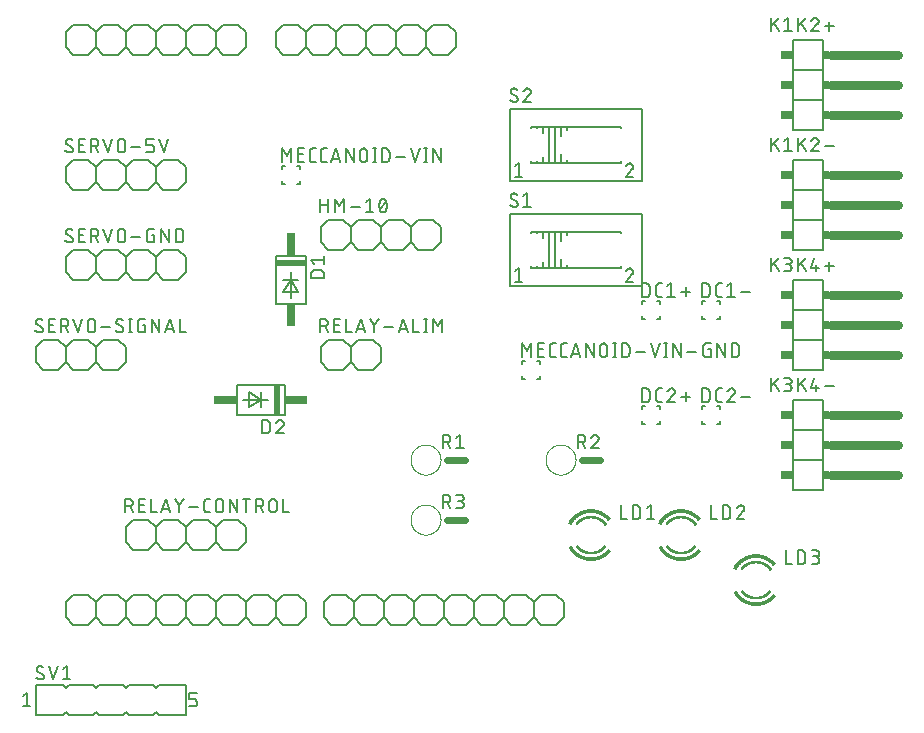
<source format=gbr>
G04 EAGLE Gerber X2 export*
%TF.Part,Single*%
%TF.FileFunction,Legend,Top,1*%
%TF.FilePolarity,Positive*%
%TF.GenerationSoftware,Autodesk,EAGLE,9.1.3*%
%TF.CreationDate,2018-09-07T19:40:15Z*%
G75*
%MOMM*%
%FSLAX34Y34*%
%LPD*%
%AMOC8*
5,1,8,0,0,1.08239X$1,22.5*%
G01*
%ADD10C,0.152400*%
%ADD11C,0.127000*%
%ADD12R,2.540000X0.508000*%
%ADD13R,0.762000X1.905000*%
%ADD14R,0.508000X2.540000*%
%ADD15R,1.905000X0.762000*%
%ADD16C,0.609600*%
%ADD17C,0.101600*%
%ADD18C,0.015238*%
%ADD19C,0.025400*%
%ADD20C,0.762000*%
%ADD21R,0.508000X0.762000*%
%ADD22R,1.016000X0.762000*%


D10*
X326390Y25400D02*
X313690Y25400D01*
X307340Y31750D01*
X307340Y44450D01*
X313690Y50800D01*
X351790Y25400D02*
X358140Y31750D01*
X351790Y25400D02*
X339090Y25400D01*
X332740Y31750D01*
X332740Y44450D01*
X339090Y50800D01*
X351790Y50800D01*
X358140Y44450D01*
X332740Y31750D02*
X326390Y25400D01*
X332740Y44450D02*
X326390Y50800D01*
X313690Y50800D01*
X389890Y25400D02*
X402590Y25400D01*
X389890Y25400D02*
X383540Y31750D01*
X383540Y44450D01*
X389890Y50800D01*
X383540Y31750D02*
X377190Y25400D01*
X364490Y25400D01*
X358140Y31750D01*
X358140Y44450D01*
X364490Y50800D01*
X377190Y50800D01*
X383540Y44450D01*
X427990Y25400D02*
X434340Y31750D01*
X427990Y25400D02*
X415290Y25400D01*
X408940Y31750D01*
X408940Y44450D01*
X415290Y50800D01*
X427990Y50800D01*
X434340Y44450D01*
X408940Y31750D02*
X402590Y25400D01*
X408940Y44450D02*
X402590Y50800D01*
X389890Y50800D01*
X466090Y25400D02*
X478790Y25400D01*
X466090Y25400D02*
X459740Y31750D01*
X459740Y44450D01*
X466090Y50800D01*
X459740Y31750D02*
X453390Y25400D01*
X440690Y25400D01*
X434340Y31750D01*
X434340Y44450D01*
X440690Y50800D01*
X453390Y50800D01*
X459740Y44450D01*
X485140Y44450D02*
X485140Y31750D01*
X478790Y25400D01*
X485140Y44450D02*
X478790Y50800D01*
X466090Y50800D01*
X300990Y25400D02*
X288290Y25400D01*
X281940Y31750D01*
X281940Y44450D01*
X288290Y50800D01*
X307340Y31750D02*
X300990Y25400D01*
X307340Y44450D02*
X300990Y50800D01*
X288290Y50800D01*
X107950Y25400D02*
X95250Y25400D01*
X88900Y31750D01*
X88900Y44450D01*
X95250Y50800D01*
X133350Y25400D02*
X139700Y31750D01*
X133350Y25400D02*
X120650Y25400D01*
X114300Y31750D01*
X114300Y44450D01*
X120650Y50800D01*
X133350Y50800D01*
X139700Y44450D01*
X114300Y31750D02*
X107950Y25400D01*
X114300Y44450D02*
X107950Y50800D01*
X95250Y50800D01*
X171450Y25400D02*
X184150Y25400D01*
X171450Y25400D02*
X165100Y31750D01*
X165100Y44450D01*
X171450Y50800D01*
X165100Y31750D02*
X158750Y25400D01*
X146050Y25400D01*
X139700Y31750D01*
X139700Y44450D01*
X146050Y50800D01*
X158750Y50800D01*
X165100Y44450D01*
X209550Y25400D02*
X215900Y31750D01*
X209550Y25400D02*
X196850Y25400D01*
X190500Y31750D01*
X190500Y44450D01*
X196850Y50800D01*
X209550Y50800D01*
X215900Y44450D01*
X190500Y31750D02*
X184150Y25400D01*
X190500Y44450D02*
X184150Y50800D01*
X171450Y50800D01*
X247650Y25400D02*
X260350Y25400D01*
X247650Y25400D02*
X241300Y31750D01*
X241300Y44450D01*
X247650Y50800D01*
X241300Y31750D02*
X234950Y25400D01*
X222250Y25400D01*
X215900Y31750D01*
X215900Y44450D01*
X222250Y50800D01*
X234950Y50800D01*
X241300Y44450D01*
X266700Y44450D02*
X266700Y31750D01*
X260350Y25400D01*
X266700Y44450D02*
X260350Y50800D01*
X247650Y50800D01*
X82550Y25400D02*
X69850Y25400D01*
X63500Y31750D01*
X63500Y44450D01*
X69850Y50800D01*
X88900Y31750D02*
X82550Y25400D01*
X88900Y44450D02*
X82550Y50800D01*
X69850Y50800D01*
X247650Y508000D02*
X260350Y508000D01*
X247650Y508000D02*
X241300Y514350D01*
X241300Y527050D02*
X247650Y533400D01*
X285750Y508000D02*
X292100Y514350D01*
X285750Y508000D02*
X273050Y508000D01*
X266700Y514350D01*
X266700Y527050D01*
X273050Y533400D01*
X285750Y533400D01*
X292100Y527050D01*
X266700Y514350D02*
X260350Y508000D01*
X266700Y527050D02*
X260350Y533400D01*
X247650Y533400D01*
X323850Y508000D02*
X336550Y508000D01*
X323850Y508000D02*
X317500Y514350D01*
X317500Y527050D01*
X323850Y533400D01*
X317500Y514350D02*
X311150Y508000D01*
X298450Y508000D01*
X292100Y514350D01*
X292100Y527050D01*
X298450Y533400D01*
X311150Y533400D01*
X317500Y527050D01*
X361950Y508000D02*
X368300Y514350D01*
X361950Y508000D02*
X349250Y508000D01*
X342900Y514350D01*
X342900Y527050D01*
X349250Y533400D01*
X361950Y533400D01*
X368300Y527050D01*
X342900Y514350D02*
X336550Y508000D01*
X342900Y527050D02*
X336550Y533400D01*
X323850Y533400D01*
X393700Y527050D02*
X393700Y514350D01*
X387350Y508000D01*
X374650Y508000D01*
X368300Y514350D01*
X368300Y527050D01*
X374650Y533400D01*
X387350Y533400D01*
X393700Y527050D01*
X82550Y508000D02*
X69850Y508000D01*
X63500Y514350D01*
X63500Y527050D01*
X69850Y533400D01*
X107950Y508000D02*
X114300Y514350D01*
X107950Y508000D02*
X95250Y508000D01*
X88900Y514350D01*
X88900Y527050D01*
X95250Y533400D01*
X107950Y533400D01*
X114300Y527050D01*
X88900Y514350D02*
X82550Y508000D01*
X88900Y527050D02*
X82550Y533400D01*
X69850Y533400D01*
X146050Y508000D02*
X158750Y508000D01*
X146050Y508000D02*
X139700Y514350D01*
X139700Y527050D01*
X146050Y533400D01*
X139700Y514350D02*
X133350Y508000D01*
X120650Y508000D01*
X114300Y514350D01*
X114300Y527050D01*
X120650Y533400D01*
X133350Y533400D01*
X139700Y527050D01*
X184150Y508000D02*
X190500Y514350D01*
X184150Y508000D02*
X171450Y508000D01*
X165100Y514350D01*
X165100Y527050D01*
X171450Y533400D01*
X184150Y533400D01*
X190500Y527050D01*
X165100Y514350D02*
X158750Y508000D01*
X165100Y527050D02*
X158750Y533400D01*
X146050Y533400D01*
X215900Y527050D02*
X215900Y514350D01*
X209550Y508000D01*
X196850Y508000D01*
X190500Y514350D01*
X190500Y527050D01*
X196850Y533400D01*
X209550Y533400D01*
X215900Y527050D01*
X241300Y527050D02*
X241300Y514350D01*
X336550Y368300D02*
X330200Y361950D01*
X336550Y368300D02*
X349250Y368300D01*
X355600Y361950D01*
X355600Y349250D01*
X349250Y342900D01*
X336550Y342900D01*
X330200Y349250D01*
X298450Y368300D02*
X285750Y368300D01*
X298450Y368300D02*
X304800Y361950D01*
X304800Y349250D01*
X298450Y342900D01*
X304800Y361950D02*
X311150Y368300D01*
X323850Y368300D01*
X330200Y361950D01*
X330200Y349250D01*
X323850Y342900D01*
X311150Y342900D01*
X304800Y349250D01*
X279400Y349250D02*
X279400Y361950D01*
X285750Y368300D01*
X279400Y349250D02*
X285750Y342900D01*
X298450Y342900D01*
X361950Y368300D02*
X374650Y368300D01*
X381000Y361950D01*
X381000Y349250D01*
X374650Y342900D01*
X355600Y361950D02*
X361950Y368300D01*
X355600Y349250D02*
X361950Y342900D01*
X374650Y342900D01*
D11*
X279273Y374523D02*
X279273Y385953D01*
X279273Y380873D02*
X285623Y380873D01*
X285623Y385953D02*
X285623Y374523D01*
X291592Y374523D02*
X291592Y385953D01*
X295402Y379603D01*
X299212Y385953D01*
X299212Y374523D01*
X304927Y378968D02*
X312547Y378968D01*
X317754Y383413D02*
X320929Y385953D01*
X320929Y374523D01*
X317754Y374523D02*
X324104Y374523D01*
X329184Y380238D02*
X329187Y380463D01*
X329195Y380688D01*
X329208Y380912D01*
X329227Y381136D01*
X329251Y381360D01*
X329280Y381583D01*
X329315Y381805D01*
X329355Y382026D01*
X329401Y382246D01*
X329451Y382465D01*
X329507Y382683D01*
X329568Y382900D01*
X329634Y383115D01*
X329705Y383328D01*
X329782Y383539D01*
X329863Y383749D01*
X329949Y383957D01*
X330040Y384162D01*
X330136Y384365D01*
X330136Y384366D02*
X330168Y384454D01*
X330204Y384541D01*
X330243Y384627D01*
X330286Y384711D01*
X330332Y384793D01*
X330381Y384873D01*
X330433Y384951D01*
X330489Y385027D01*
X330547Y385101D01*
X330609Y385172D01*
X330673Y385241D01*
X330740Y385307D01*
X330809Y385370D01*
X330881Y385431D01*
X330955Y385489D01*
X331032Y385543D01*
X331110Y385595D01*
X331191Y385643D01*
X331273Y385688D01*
X331358Y385730D01*
X331444Y385768D01*
X331531Y385803D01*
X331619Y385835D01*
X331709Y385862D01*
X331800Y385887D01*
X331892Y385907D01*
X331984Y385924D01*
X332078Y385937D01*
X332171Y385946D01*
X332265Y385952D01*
X332359Y385954D01*
X332453Y385952D01*
X332547Y385946D01*
X332640Y385937D01*
X332734Y385924D01*
X332826Y385907D01*
X332918Y385887D01*
X333009Y385862D01*
X333099Y385835D01*
X333187Y385803D01*
X333274Y385768D01*
X333360Y385730D01*
X333445Y385688D01*
X333527Y385643D01*
X333608Y385595D01*
X333686Y385543D01*
X333763Y385489D01*
X333837Y385431D01*
X333909Y385370D01*
X333978Y385307D01*
X334045Y385241D01*
X334109Y385172D01*
X334171Y385101D01*
X334229Y385027D01*
X334285Y384951D01*
X334337Y384873D01*
X334386Y384793D01*
X334432Y384711D01*
X334475Y384627D01*
X334514Y384541D01*
X334550Y384454D01*
X334582Y384366D01*
X334582Y384365D02*
X334678Y384162D01*
X334769Y383957D01*
X334855Y383749D01*
X334936Y383539D01*
X335013Y383328D01*
X335084Y383115D01*
X335150Y382900D01*
X335211Y382683D01*
X335267Y382465D01*
X335317Y382246D01*
X335363Y382026D01*
X335403Y381805D01*
X335438Y381583D01*
X335467Y381360D01*
X335491Y381136D01*
X335510Y380912D01*
X335523Y380688D01*
X335531Y380463D01*
X335534Y380238D01*
X329184Y380238D02*
X329187Y380013D01*
X329195Y379788D01*
X329208Y379564D01*
X329227Y379340D01*
X329251Y379116D01*
X329280Y378893D01*
X329315Y378671D01*
X329355Y378450D01*
X329401Y378230D01*
X329451Y378011D01*
X329507Y377793D01*
X329568Y377576D01*
X329634Y377361D01*
X329705Y377148D01*
X329782Y376937D01*
X329863Y376727D01*
X329949Y376519D01*
X330040Y376314D01*
X330136Y376111D01*
X330168Y376023D01*
X330204Y375936D01*
X330243Y375850D01*
X330286Y375766D01*
X330332Y375684D01*
X330381Y375604D01*
X330433Y375526D01*
X330489Y375450D01*
X330547Y375376D01*
X330609Y375305D01*
X330673Y375236D01*
X330740Y375170D01*
X330809Y375107D01*
X330881Y375046D01*
X330955Y374988D01*
X331032Y374934D01*
X331110Y374882D01*
X331191Y374834D01*
X331273Y374789D01*
X331358Y374747D01*
X331444Y374709D01*
X331531Y374674D01*
X331619Y374642D01*
X331709Y374615D01*
X331800Y374590D01*
X331892Y374570D01*
X331984Y374553D01*
X332078Y374540D01*
X332171Y374531D01*
X332265Y374525D01*
X332359Y374523D01*
X334582Y376111D02*
X334678Y376314D01*
X334769Y376519D01*
X334855Y376727D01*
X334936Y376937D01*
X335013Y377148D01*
X335084Y377361D01*
X335150Y377576D01*
X335211Y377793D01*
X335267Y378011D01*
X335317Y378230D01*
X335363Y378450D01*
X335403Y378671D01*
X335438Y378893D01*
X335467Y379116D01*
X335491Y379340D01*
X335510Y379564D01*
X335523Y379788D01*
X335531Y380013D01*
X335534Y380238D01*
X334582Y376111D02*
X334550Y376023D01*
X334514Y375936D01*
X334475Y375850D01*
X334432Y375766D01*
X334386Y375684D01*
X334337Y375604D01*
X334285Y375526D01*
X334229Y375450D01*
X334171Y375376D01*
X334109Y375305D01*
X334045Y375236D01*
X333978Y375170D01*
X333909Y375107D01*
X333837Y375046D01*
X333763Y374988D01*
X333686Y374934D01*
X333608Y374882D01*
X333527Y374834D01*
X333445Y374789D01*
X333360Y374747D01*
X333274Y374709D01*
X333187Y374674D01*
X333099Y374642D01*
X333009Y374615D01*
X332918Y374590D01*
X332826Y374570D01*
X332734Y374553D01*
X332640Y374540D01*
X332547Y374531D01*
X332453Y374525D01*
X332359Y374523D01*
X329819Y377063D02*
X334899Y383413D01*
D10*
X120650Y419100D02*
X114300Y412750D01*
X120650Y419100D02*
X133350Y419100D01*
X139700Y412750D01*
X139700Y400050D01*
X133350Y393700D01*
X120650Y393700D01*
X114300Y400050D01*
X82550Y419100D02*
X69850Y419100D01*
X82550Y419100D02*
X88900Y412750D01*
X88900Y400050D01*
X82550Y393700D01*
X88900Y412750D02*
X95250Y419100D01*
X107950Y419100D01*
X114300Y412750D01*
X114300Y400050D01*
X107950Y393700D01*
X95250Y393700D01*
X88900Y400050D01*
X63500Y400050D02*
X63500Y412750D01*
X69850Y419100D01*
X63500Y400050D02*
X69850Y393700D01*
X82550Y393700D01*
X146050Y419100D02*
X158750Y419100D01*
X165100Y412750D01*
X165100Y400050D01*
X158750Y393700D01*
X139700Y412750D02*
X146050Y419100D01*
X139700Y400050D02*
X146050Y393700D01*
X158750Y393700D01*
D11*
X69723Y427863D02*
X69721Y427763D01*
X69715Y427664D01*
X69705Y427564D01*
X69692Y427466D01*
X69674Y427367D01*
X69653Y427270D01*
X69628Y427174D01*
X69599Y427078D01*
X69566Y426984D01*
X69530Y426891D01*
X69490Y426800D01*
X69446Y426710D01*
X69399Y426622D01*
X69349Y426536D01*
X69295Y426452D01*
X69238Y426370D01*
X69178Y426291D01*
X69114Y426213D01*
X69048Y426139D01*
X68979Y426067D01*
X68907Y425998D01*
X68833Y425932D01*
X68755Y425868D01*
X68676Y425808D01*
X68594Y425751D01*
X68510Y425697D01*
X68424Y425647D01*
X68336Y425600D01*
X68246Y425556D01*
X68155Y425516D01*
X68062Y425480D01*
X67968Y425447D01*
X67872Y425418D01*
X67776Y425393D01*
X67679Y425372D01*
X67580Y425354D01*
X67482Y425341D01*
X67382Y425331D01*
X67283Y425325D01*
X67183Y425323D01*
X67042Y425325D01*
X66901Y425330D01*
X66760Y425340D01*
X66619Y425353D01*
X66479Y425369D01*
X66339Y425390D01*
X66200Y425414D01*
X66061Y425442D01*
X65924Y425473D01*
X65787Y425508D01*
X65651Y425546D01*
X65516Y425588D01*
X65383Y425634D01*
X65250Y425683D01*
X65119Y425736D01*
X64990Y425792D01*
X64861Y425851D01*
X64735Y425914D01*
X64610Y425980D01*
X64487Y426049D01*
X64366Y426122D01*
X64247Y426198D01*
X64129Y426277D01*
X64014Y426358D01*
X63902Y426443D01*
X63791Y426531D01*
X63683Y426622D01*
X63577Y426715D01*
X63474Y426812D01*
X63373Y426911D01*
X63691Y434213D02*
X63693Y434313D01*
X63699Y434412D01*
X63709Y434512D01*
X63722Y434610D01*
X63740Y434709D01*
X63761Y434806D01*
X63786Y434902D01*
X63815Y434998D01*
X63848Y435092D01*
X63884Y435185D01*
X63924Y435276D01*
X63968Y435366D01*
X64015Y435454D01*
X64065Y435540D01*
X64119Y435624D01*
X64176Y435706D01*
X64236Y435785D01*
X64300Y435863D01*
X64366Y435937D01*
X64435Y436009D01*
X64507Y436078D01*
X64581Y436144D01*
X64659Y436208D01*
X64738Y436268D01*
X64820Y436325D01*
X64904Y436379D01*
X64990Y436429D01*
X65078Y436476D01*
X65168Y436520D01*
X65259Y436560D01*
X65352Y436596D01*
X65446Y436629D01*
X65542Y436658D01*
X65638Y436683D01*
X65735Y436704D01*
X65834Y436722D01*
X65932Y436735D01*
X66032Y436745D01*
X66131Y436751D01*
X66231Y436753D01*
X66231Y436754D02*
X66364Y436752D01*
X66497Y436747D01*
X66630Y436737D01*
X66763Y436724D01*
X66895Y436707D01*
X67027Y436687D01*
X67158Y436663D01*
X67288Y436635D01*
X67418Y436604D01*
X67546Y436569D01*
X67674Y436530D01*
X67800Y436488D01*
X67925Y436442D01*
X68049Y436393D01*
X68172Y436341D01*
X68293Y436285D01*
X68412Y436225D01*
X68530Y436163D01*
X68645Y436097D01*
X68759Y436028D01*
X68871Y435955D01*
X68981Y435880D01*
X69089Y435801D01*
X64960Y431990D02*
X64876Y432042D01*
X64793Y432097D01*
X64713Y432156D01*
X64635Y432217D01*
X64560Y432281D01*
X64487Y432349D01*
X64416Y432419D01*
X64349Y432491D01*
X64284Y432566D01*
X64222Y432644D01*
X64163Y432724D01*
X64107Y432806D01*
X64055Y432890D01*
X64006Y432976D01*
X63960Y433064D01*
X63917Y433154D01*
X63878Y433245D01*
X63843Y433338D01*
X63811Y433432D01*
X63783Y433527D01*
X63758Y433623D01*
X63738Y433720D01*
X63720Y433818D01*
X63707Y433916D01*
X63698Y434015D01*
X63692Y434114D01*
X63690Y434213D01*
X68453Y430086D02*
X68537Y430034D01*
X68620Y429979D01*
X68700Y429920D01*
X68778Y429859D01*
X68853Y429795D01*
X68926Y429727D01*
X68997Y429657D01*
X69064Y429585D01*
X69129Y429510D01*
X69191Y429432D01*
X69250Y429352D01*
X69306Y429270D01*
X69358Y429186D01*
X69407Y429100D01*
X69453Y429012D01*
X69496Y428922D01*
X69535Y428831D01*
X69570Y428738D01*
X69602Y428644D01*
X69630Y428549D01*
X69655Y428453D01*
X69675Y428356D01*
X69693Y428258D01*
X69706Y428160D01*
X69715Y428061D01*
X69721Y427962D01*
X69723Y427863D01*
X68453Y430086D02*
X64961Y431991D01*
X74828Y425323D02*
X79908Y425323D01*
X74828Y425323D02*
X74828Y436753D01*
X79908Y436753D01*
X78638Y431673D02*
X74828Y431673D01*
X84792Y436753D02*
X84792Y425323D01*
X84792Y436753D02*
X87967Y436753D01*
X88078Y436751D01*
X88188Y436745D01*
X88299Y436736D01*
X88409Y436722D01*
X88518Y436705D01*
X88627Y436684D01*
X88735Y436659D01*
X88842Y436630D01*
X88948Y436598D01*
X89053Y436562D01*
X89156Y436522D01*
X89258Y436479D01*
X89359Y436432D01*
X89458Y436381D01*
X89555Y436328D01*
X89649Y436271D01*
X89742Y436210D01*
X89833Y436147D01*
X89922Y436080D01*
X90008Y436010D01*
X90091Y435937D01*
X90173Y435862D01*
X90251Y435784D01*
X90326Y435702D01*
X90399Y435619D01*
X90469Y435533D01*
X90536Y435444D01*
X90599Y435353D01*
X90660Y435260D01*
X90717Y435165D01*
X90770Y435069D01*
X90821Y434970D01*
X90868Y434869D01*
X90911Y434767D01*
X90951Y434664D01*
X90987Y434559D01*
X91019Y434453D01*
X91048Y434346D01*
X91073Y434238D01*
X91094Y434129D01*
X91111Y434020D01*
X91125Y433910D01*
X91134Y433799D01*
X91140Y433689D01*
X91142Y433578D01*
X91140Y433467D01*
X91134Y433357D01*
X91125Y433246D01*
X91111Y433136D01*
X91094Y433027D01*
X91073Y432918D01*
X91048Y432810D01*
X91019Y432703D01*
X90987Y432597D01*
X90951Y432492D01*
X90911Y432389D01*
X90868Y432287D01*
X90821Y432186D01*
X90770Y432087D01*
X90717Y431990D01*
X90660Y431896D01*
X90599Y431803D01*
X90536Y431712D01*
X90469Y431623D01*
X90399Y431537D01*
X90326Y431454D01*
X90251Y431372D01*
X90173Y431294D01*
X90091Y431219D01*
X90008Y431146D01*
X89922Y431076D01*
X89833Y431009D01*
X89742Y430946D01*
X89649Y430885D01*
X89554Y430828D01*
X89458Y430775D01*
X89359Y430724D01*
X89258Y430677D01*
X89156Y430634D01*
X89053Y430594D01*
X88948Y430558D01*
X88842Y430526D01*
X88735Y430497D01*
X88627Y430472D01*
X88518Y430451D01*
X88409Y430434D01*
X88299Y430420D01*
X88188Y430411D01*
X88078Y430405D01*
X87967Y430403D01*
X84792Y430403D01*
X88602Y430403D02*
X91142Y425323D01*
X99314Y425323D02*
X95504Y436753D01*
X103124Y436753D02*
X99314Y425323D01*
X107569Y428498D02*
X107569Y433578D01*
X107571Y433689D01*
X107577Y433799D01*
X107586Y433910D01*
X107600Y434020D01*
X107617Y434129D01*
X107638Y434238D01*
X107663Y434346D01*
X107692Y434453D01*
X107724Y434559D01*
X107760Y434664D01*
X107800Y434767D01*
X107843Y434869D01*
X107890Y434970D01*
X107941Y435069D01*
X107994Y435166D01*
X108051Y435260D01*
X108112Y435353D01*
X108175Y435444D01*
X108242Y435533D01*
X108312Y435619D01*
X108385Y435702D01*
X108460Y435784D01*
X108538Y435862D01*
X108620Y435937D01*
X108703Y436010D01*
X108789Y436080D01*
X108878Y436147D01*
X108969Y436210D01*
X109062Y436271D01*
X109157Y436328D01*
X109253Y436381D01*
X109352Y436432D01*
X109453Y436479D01*
X109555Y436522D01*
X109658Y436562D01*
X109763Y436598D01*
X109869Y436630D01*
X109976Y436659D01*
X110084Y436684D01*
X110193Y436705D01*
X110302Y436722D01*
X110412Y436736D01*
X110523Y436745D01*
X110633Y436751D01*
X110744Y436753D01*
X110855Y436751D01*
X110965Y436745D01*
X111076Y436736D01*
X111186Y436722D01*
X111295Y436705D01*
X111404Y436684D01*
X111512Y436659D01*
X111619Y436630D01*
X111725Y436598D01*
X111830Y436562D01*
X111933Y436522D01*
X112035Y436479D01*
X112136Y436432D01*
X112235Y436381D01*
X112332Y436328D01*
X112426Y436271D01*
X112519Y436210D01*
X112610Y436147D01*
X112699Y436080D01*
X112785Y436010D01*
X112868Y435937D01*
X112950Y435862D01*
X113028Y435784D01*
X113103Y435702D01*
X113176Y435619D01*
X113246Y435533D01*
X113313Y435444D01*
X113376Y435353D01*
X113437Y435260D01*
X113494Y435166D01*
X113547Y435069D01*
X113598Y434970D01*
X113645Y434869D01*
X113688Y434767D01*
X113728Y434664D01*
X113764Y434559D01*
X113796Y434453D01*
X113825Y434346D01*
X113850Y434238D01*
X113871Y434129D01*
X113888Y434020D01*
X113902Y433910D01*
X113911Y433799D01*
X113917Y433689D01*
X113919Y433578D01*
X113919Y428498D01*
X113917Y428387D01*
X113911Y428277D01*
X113902Y428166D01*
X113888Y428056D01*
X113871Y427947D01*
X113850Y427838D01*
X113825Y427730D01*
X113796Y427623D01*
X113764Y427517D01*
X113728Y427412D01*
X113688Y427309D01*
X113645Y427207D01*
X113598Y427106D01*
X113547Y427007D01*
X113494Y426910D01*
X113437Y426816D01*
X113376Y426723D01*
X113313Y426632D01*
X113246Y426543D01*
X113176Y426457D01*
X113103Y426374D01*
X113028Y426292D01*
X112950Y426214D01*
X112868Y426139D01*
X112785Y426066D01*
X112699Y425996D01*
X112610Y425929D01*
X112519Y425866D01*
X112426Y425805D01*
X112331Y425748D01*
X112235Y425695D01*
X112136Y425644D01*
X112035Y425597D01*
X111933Y425554D01*
X111830Y425514D01*
X111725Y425478D01*
X111619Y425446D01*
X111512Y425417D01*
X111404Y425392D01*
X111295Y425371D01*
X111186Y425354D01*
X111076Y425340D01*
X110965Y425331D01*
X110855Y425325D01*
X110744Y425323D01*
X110633Y425325D01*
X110523Y425331D01*
X110412Y425340D01*
X110302Y425354D01*
X110193Y425371D01*
X110084Y425392D01*
X109976Y425417D01*
X109869Y425446D01*
X109763Y425478D01*
X109658Y425514D01*
X109555Y425554D01*
X109453Y425597D01*
X109352Y425644D01*
X109253Y425695D01*
X109157Y425748D01*
X109062Y425805D01*
X108969Y425866D01*
X108878Y425929D01*
X108789Y425996D01*
X108703Y426066D01*
X108620Y426139D01*
X108538Y426214D01*
X108460Y426292D01*
X108385Y426374D01*
X108312Y426457D01*
X108242Y426543D01*
X108175Y426632D01*
X108112Y426723D01*
X108051Y426816D01*
X107994Y426911D01*
X107941Y427007D01*
X107890Y427106D01*
X107843Y427207D01*
X107800Y427309D01*
X107760Y427412D01*
X107724Y427517D01*
X107692Y427623D01*
X107663Y427730D01*
X107638Y427838D01*
X107617Y427947D01*
X107600Y428056D01*
X107586Y428166D01*
X107577Y428277D01*
X107571Y428387D01*
X107569Y428498D01*
X119126Y429768D02*
X126746Y429768D01*
X131953Y425323D02*
X135763Y425323D01*
X135863Y425325D01*
X135962Y425331D01*
X136062Y425341D01*
X136160Y425354D01*
X136259Y425372D01*
X136356Y425393D01*
X136452Y425418D01*
X136548Y425447D01*
X136642Y425480D01*
X136735Y425516D01*
X136826Y425556D01*
X136916Y425600D01*
X137004Y425647D01*
X137090Y425697D01*
X137174Y425751D01*
X137256Y425808D01*
X137335Y425868D01*
X137413Y425932D01*
X137487Y425998D01*
X137559Y426067D01*
X137628Y426139D01*
X137694Y426213D01*
X137758Y426291D01*
X137818Y426370D01*
X137875Y426452D01*
X137929Y426536D01*
X137979Y426622D01*
X138026Y426710D01*
X138070Y426800D01*
X138110Y426891D01*
X138146Y426984D01*
X138179Y427078D01*
X138208Y427174D01*
X138233Y427270D01*
X138254Y427367D01*
X138272Y427466D01*
X138285Y427564D01*
X138295Y427664D01*
X138301Y427763D01*
X138303Y427863D01*
X138303Y429133D01*
X138301Y429233D01*
X138295Y429332D01*
X138285Y429432D01*
X138272Y429530D01*
X138254Y429629D01*
X138233Y429726D01*
X138208Y429822D01*
X138179Y429918D01*
X138146Y430012D01*
X138110Y430105D01*
X138070Y430196D01*
X138026Y430286D01*
X137979Y430374D01*
X137929Y430460D01*
X137875Y430544D01*
X137818Y430626D01*
X137758Y430705D01*
X137694Y430783D01*
X137628Y430857D01*
X137559Y430929D01*
X137487Y430998D01*
X137413Y431064D01*
X137335Y431128D01*
X137256Y431188D01*
X137174Y431245D01*
X137090Y431299D01*
X137004Y431349D01*
X136916Y431396D01*
X136826Y431440D01*
X136735Y431480D01*
X136642Y431516D01*
X136548Y431549D01*
X136452Y431578D01*
X136356Y431603D01*
X136259Y431624D01*
X136160Y431642D01*
X136062Y431655D01*
X135962Y431665D01*
X135863Y431671D01*
X135763Y431673D01*
X131953Y431673D01*
X131953Y436753D01*
X138303Y436753D01*
X142748Y436753D02*
X146558Y425323D01*
X150368Y436753D01*
D10*
X120650Y342900D02*
X114300Y336550D01*
X120650Y342900D02*
X133350Y342900D01*
X139700Y336550D01*
X139700Y323850D01*
X133350Y317500D01*
X120650Y317500D01*
X114300Y323850D01*
X82550Y342900D02*
X69850Y342900D01*
X82550Y342900D02*
X88900Y336550D01*
X88900Y323850D01*
X82550Y317500D01*
X88900Y336550D02*
X95250Y342900D01*
X107950Y342900D01*
X114300Y336550D01*
X114300Y323850D01*
X107950Y317500D01*
X95250Y317500D01*
X88900Y323850D01*
X63500Y323850D02*
X63500Y336550D01*
X69850Y342900D01*
X63500Y323850D02*
X69850Y317500D01*
X82550Y317500D01*
X146050Y342900D02*
X158750Y342900D01*
X165100Y336550D01*
X165100Y323850D01*
X158750Y317500D01*
X139700Y336550D02*
X146050Y342900D01*
X139700Y323850D02*
X146050Y317500D01*
X158750Y317500D01*
D11*
X69723Y351663D02*
X69721Y351563D01*
X69715Y351464D01*
X69705Y351364D01*
X69692Y351266D01*
X69674Y351167D01*
X69653Y351070D01*
X69628Y350974D01*
X69599Y350878D01*
X69566Y350784D01*
X69530Y350691D01*
X69490Y350600D01*
X69446Y350510D01*
X69399Y350422D01*
X69349Y350336D01*
X69295Y350252D01*
X69238Y350170D01*
X69178Y350091D01*
X69114Y350013D01*
X69048Y349939D01*
X68979Y349867D01*
X68907Y349798D01*
X68833Y349732D01*
X68755Y349668D01*
X68676Y349608D01*
X68594Y349551D01*
X68510Y349497D01*
X68424Y349447D01*
X68336Y349400D01*
X68246Y349356D01*
X68155Y349316D01*
X68062Y349280D01*
X67968Y349247D01*
X67872Y349218D01*
X67776Y349193D01*
X67679Y349172D01*
X67580Y349154D01*
X67482Y349141D01*
X67382Y349131D01*
X67283Y349125D01*
X67183Y349123D01*
X67042Y349125D01*
X66901Y349130D01*
X66760Y349140D01*
X66619Y349153D01*
X66479Y349169D01*
X66339Y349190D01*
X66200Y349214D01*
X66061Y349242D01*
X65924Y349273D01*
X65787Y349308D01*
X65651Y349346D01*
X65516Y349388D01*
X65383Y349434D01*
X65250Y349483D01*
X65119Y349536D01*
X64990Y349592D01*
X64861Y349651D01*
X64735Y349714D01*
X64610Y349780D01*
X64487Y349849D01*
X64366Y349922D01*
X64247Y349998D01*
X64129Y350077D01*
X64014Y350158D01*
X63902Y350243D01*
X63791Y350331D01*
X63683Y350422D01*
X63577Y350515D01*
X63474Y350612D01*
X63373Y350711D01*
X63691Y358013D02*
X63693Y358113D01*
X63699Y358212D01*
X63709Y358312D01*
X63722Y358410D01*
X63740Y358509D01*
X63761Y358606D01*
X63786Y358702D01*
X63815Y358798D01*
X63848Y358892D01*
X63884Y358985D01*
X63924Y359076D01*
X63968Y359166D01*
X64015Y359254D01*
X64065Y359340D01*
X64119Y359424D01*
X64176Y359506D01*
X64236Y359585D01*
X64300Y359663D01*
X64366Y359737D01*
X64435Y359809D01*
X64507Y359878D01*
X64581Y359944D01*
X64659Y360008D01*
X64738Y360068D01*
X64820Y360125D01*
X64904Y360179D01*
X64990Y360229D01*
X65078Y360276D01*
X65168Y360320D01*
X65259Y360360D01*
X65352Y360396D01*
X65446Y360429D01*
X65542Y360458D01*
X65638Y360483D01*
X65735Y360504D01*
X65834Y360522D01*
X65932Y360535D01*
X66032Y360545D01*
X66131Y360551D01*
X66231Y360553D01*
X66231Y360554D02*
X66364Y360552D01*
X66497Y360547D01*
X66630Y360537D01*
X66763Y360524D01*
X66895Y360507D01*
X67027Y360487D01*
X67158Y360463D01*
X67288Y360435D01*
X67418Y360404D01*
X67546Y360369D01*
X67674Y360330D01*
X67800Y360288D01*
X67925Y360242D01*
X68049Y360193D01*
X68172Y360141D01*
X68293Y360085D01*
X68412Y360025D01*
X68530Y359963D01*
X68645Y359897D01*
X68759Y359828D01*
X68871Y359755D01*
X68981Y359680D01*
X69089Y359601D01*
X64960Y355790D02*
X64876Y355842D01*
X64793Y355897D01*
X64713Y355956D01*
X64635Y356017D01*
X64560Y356081D01*
X64487Y356149D01*
X64416Y356219D01*
X64349Y356291D01*
X64284Y356366D01*
X64222Y356444D01*
X64163Y356524D01*
X64107Y356606D01*
X64055Y356690D01*
X64006Y356776D01*
X63960Y356864D01*
X63917Y356954D01*
X63878Y357045D01*
X63843Y357138D01*
X63811Y357232D01*
X63783Y357327D01*
X63758Y357423D01*
X63738Y357520D01*
X63720Y357618D01*
X63707Y357716D01*
X63698Y357815D01*
X63692Y357914D01*
X63690Y358013D01*
X68453Y353886D02*
X68537Y353834D01*
X68620Y353779D01*
X68700Y353720D01*
X68778Y353659D01*
X68853Y353595D01*
X68926Y353527D01*
X68997Y353457D01*
X69064Y353385D01*
X69129Y353310D01*
X69191Y353232D01*
X69250Y353152D01*
X69306Y353070D01*
X69358Y352986D01*
X69407Y352900D01*
X69453Y352812D01*
X69496Y352722D01*
X69535Y352631D01*
X69570Y352538D01*
X69602Y352444D01*
X69630Y352349D01*
X69655Y352253D01*
X69675Y352156D01*
X69693Y352058D01*
X69706Y351960D01*
X69715Y351861D01*
X69721Y351762D01*
X69723Y351663D01*
X68453Y353886D02*
X64961Y355791D01*
X74828Y349123D02*
X79908Y349123D01*
X74828Y349123D02*
X74828Y360553D01*
X79908Y360553D01*
X78638Y355473D02*
X74828Y355473D01*
X84792Y360553D02*
X84792Y349123D01*
X84792Y360553D02*
X87967Y360553D01*
X88078Y360551D01*
X88188Y360545D01*
X88299Y360536D01*
X88409Y360522D01*
X88518Y360505D01*
X88627Y360484D01*
X88735Y360459D01*
X88842Y360430D01*
X88948Y360398D01*
X89053Y360362D01*
X89156Y360322D01*
X89258Y360279D01*
X89359Y360232D01*
X89458Y360181D01*
X89555Y360128D01*
X89649Y360071D01*
X89742Y360010D01*
X89833Y359947D01*
X89922Y359880D01*
X90008Y359810D01*
X90091Y359737D01*
X90173Y359662D01*
X90251Y359584D01*
X90326Y359502D01*
X90399Y359419D01*
X90469Y359333D01*
X90536Y359244D01*
X90599Y359153D01*
X90660Y359060D01*
X90717Y358965D01*
X90770Y358869D01*
X90821Y358770D01*
X90868Y358669D01*
X90911Y358567D01*
X90951Y358464D01*
X90987Y358359D01*
X91019Y358253D01*
X91048Y358146D01*
X91073Y358038D01*
X91094Y357929D01*
X91111Y357820D01*
X91125Y357710D01*
X91134Y357599D01*
X91140Y357489D01*
X91142Y357378D01*
X91140Y357267D01*
X91134Y357157D01*
X91125Y357046D01*
X91111Y356936D01*
X91094Y356827D01*
X91073Y356718D01*
X91048Y356610D01*
X91019Y356503D01*
X90987Y356397D01*
X90951Y356292D01*
X90911Y356189D01*
X90868Y356087D01*
X90821Y355986D01*
X90770Y355887D01*
X90717Y355790D01*
X90660Y355696D01*
X90599Y355603D01*
X90536Y355512D01*
X90469Y355423D01*
X90399Y355337D01*
X90326Y355254D01*
X90251Y355172D01*
X90173Y355094D01*
X90091Y355019D01*
X90008Y354946D01*
X89922Y354876D01*
X89833Y354809D01*
X89742Y354746D01*
X89649Y354685D01*
X89554Y354628D01*
X89458Y354575D01*
X89359Y354524D01*
X89258Y354477D01*
X89156Y354434D01*
X89053Y354394D01*
X88948Y354358D01*
X88842Y354326D01*
X88735Y354297D01*
X88627Y354272D01*
X88518Y354251D01*
X88409Y354234D01*
X88299Y354220D01*
X88188Y354211D01*
X88078Y354205D01*
X87967Y354203D01*
X84792Y354203D01*
X88602Y354203D02*
X91142Y349123D01*
X99314Y349123D02*
X95504Y360553D01*
X103124Y360553D02*
X99314Y349123D01*
X107569Y352298D02*
X107569Y357378D01*
X107571Y357489D01*
X107577Y357599D01*
X107586Y357710D01*
X107600Y357820D01*
X107617Y357929D01*
X107638Y358038D01*
X107663Y358146D01*
X107692Y358253D01*
X107724Y358359D01*
X107760Y358464D01*
X107800Y358567D01*
X107843Y358669D01*
X107890Y358770D01*
X107941Y358869D01*
X107994Y358966D01*
X108051Y359060D01*
X108112Y359153D01*
X108175Y359244D01*
X108242Y359333D01*
X108312Y359419D01*
X108385Y359502D01*
X108460Y359584D01*
X108538Y359662D01*
X108620Y359737D01*
X108703Y359810D01*
X108789Y359880D01*
X108878Y359947D01*
X108969Y360010D01*
X109062Y360071D01*
X109157Y360128D01*
X109253Y360181D01*
X109352Y360232D01*
X109453Y360279D01*
X109555Y360322D01*
X109658Y360362D01*
X109763Y360398D01*
X109869Y360430D01*
X109976Y360459D01*
X110084Y360484D01*
X110193Y360505D01*
X110302Y360522D01*
X110412Y360536D01*
X110523Y360545D01*
X110633Y360551D01*
X110744Y360553D01*
X110855Y360551D01*
X110965Y360545D01*
X111076Y360536D01*
X111186Y360522D01*
X111295Y360505D01*
X111404Y360484D01*
X111512Y360459D01*
X111619Y360430D01*
X111725Y360398D01*
X111830Y360362D01*
X111933Y360322D01*
X112035Y360279D01*
X112136Y360232D01*
X112235Y360181D01*
X112332Y360128D01*
X112426Y360071D01*
X112519Y360010D01*
X112610Y359947D01*
X112699Y359880D01*
X112785Y359810D01*
X112868Y359737D01*
X112950Y359662D01*
X113028Y359584D01*
X113103Y359502D01*
X113176Y359419D01*
X113246Y359333D01*
X113313Y359244D01*
X113376Y359153D01*
X113437Y359060D01*
X113494Y358966D01*
X113547Y358869D01*
X113598Y358770D01*
X113645Y358669D01*
X113688Y358567D01*
X113728Y358464D01*
X113764Y358359D01*
X113796Y358253D01*
X113825Y358146D01*
X113850Y358038D01*
X113871Y357929D01*
X113888Y357820D01*
X113902Y357710D01*
X113911Y357599D01*
X113917Y357489D01*
X113919Y357378D01*
X113919Y352298D01*
X113917Y352187D01*
X113911Y352077D01*
X113902Y351966D01*
X113888Y351856D01*
X113871Y351747D01*
X113850Y351638D01*
X113825Y351530D01*
X113796Y351423D01*
X113764Y351317D01*
X113728Y351212D01*
X113688Y351109D01*
X113645Y351007D01*
X113598Y350906D01*
X113547Y350807D01*
X113494Y350710D01*
X113437Y350616D01*
X113376Y350523D01*
X113313Y350432D01*
X113246Y350343D01*
X113176Y350257D01*
X113103Y350174D01*
X113028Y350092D01*
X112950Y350014D01*
X112868Y349939D01*
X112785Y349866D01*
X112699Y349796D01*
X112610Y349729D01*
X112519Y349666D01*
X112426Y349605D01*
X112331Y349548D01*
X112235Y349495D01*
X112136Y349444D01*
X112035Y349397D01*
X111933Y349354D01*
X111830Y349314D01*
X111725Y349278D01*
X111619Y349246D01*
X111512Y349217D01*
X111404Y349192D01*
X111295Y349171D01*
X111186Y349154D01*
X111076Y349140D01*
X110965Y349131D01*
X110855Y349125D01*
X110744Y349123D01*
X110633Y349125D01*
X110523Y349131D01*
X110412Y349140D01*
X110302Y349154D01*
X110193Y349171D01*
X110084Y349192D01*
X109976Y349217D01*
X109869Y349246D01*
X109763Y349278D01*
X109658Y349314D01*
X109555Y349354D01*
X109453Y349397D01*
X109352Y349444D01*
X109253Y349495D01*
X109157Y349548D01*
X109062Y349605D01*
X108969Y349666D01*
X108878Y349729D01*
X108789Y349796D01*
X108703Y349866D01*
X108620Y349939D01*
X108538Y350014D01*
X108460Y350092D01*
X108385Y350174D01*
X108312Y350257D01*
X108242Y350343D01*
X108175Y350432D01*
X108112Y350523D01*
X108051Y350616D01*
X107994Y350711D01*
X107941Y350807D01*
X107890Y350906D01*
X107843Y351007D01*
X107800Y351109D01*
X107760Y351212D01*
X107724Y351317D01*
X107692Y351423D01*
X107663Y351530D01*
X107638Y351638D01*
X107617Y351747D01*
X107600Y351856D01*
X107586Y351966D01*
X107577Y352077D01*
X107571Y352187D01*
X107569Y352298D01*
X119126Y353568D02*
X126746Y353568D01*
X136779Y355473D02*
X138684Y355473D01*
X138684Y349123D01*
X134874Y349123D01*
X134774Y349125D01*
X134675Y349131D01*
X134575Y349141D01*
X134477Y349154D01*
X134378Y349172D01*
X134281Y349193D01*
X134185Y349218D01*
X134089Y349247D01*
X133995Y349280D01*
X133902Y349316D01*
X133811Y349356D01*
X133721Y349400D01*
X133633Y349447D01*
X133547Y349497D01*
X133463Y349551D01*
X133381Y349608D01*
X133302Y349668D01*
X133224Y349732D01*
X133150Y349798D01*
X133078Y349867D01*
X133009Y349939D01*
X132943Y350013D01*
X132879Y350091D01*
X132819Y350170D01*
X132762Y350252D01*
X132708Y350336D01*
X132658Y350422D01*
X132611Y350510D01*
X132567Y350600D01*
X132527Y350691D01*
X132491Y350784D01*
X132458Y350878D01*
X132429Y350974D01*
X132404Y351070D01*
X132383Y351167D01*
X132365Y351266D01*
X132352Y351364D01*
X132342Y351464D01*
X132336Y351563D01*
X132334Y351663D01*
X132334Y358013D01*
X132336Y358113D01*
X132342Y358212D01*
X132352Y358312D01*
X132365Y358410D01*
X132383Y358509D01*
X132404Y358606D01*
X132429Y358702D01*
X132458Y358798D01*
X132491Y358892D01*
X132527Y358985D01*
X132567Y359076D01*
X132611Y359166D01*
X132658Y359254D01*
X132708Y359340D01*
X132762Y359424D01*
X132819Y359506D01*
X132879Y359585D01*
X132943Y359663D01*
X133009Y359737D01*
X133078Y359809D01*
X133150Y359878D01*
X133224Y359944D01*
X133302Y360008D01*
X133381Y360068D01*
X133463Y360125D01*
X133547Y360179D01*
X133633Y360229D01*
X133721Y360276D01*
X133811Y360320D01*
X133902Y360360D01*
X133995Y360396D01*
X134089Y360429D01*
X134185Y360458D01*
X134281Y360483D01*
X134378Y360504D01*
X134477Y360522D01*
X134575Y360535D01*
X134675Y360545D01*
X134774Y360551D01*
X134874Y360553D01*
X138684Y360553D01*
X144526Y360553D02*
X144526Y349123D01*
X150876Y349123D02*
X144526Y360553D01*
X150876Y360553D02*
X150876Y349123D01*
X156718Y349123D02*
X156718Y360553D01*
X159893Y360553D01*
X160004Y360551D01*
X160114Y360545D01*
X160225Y360536D01*
X160335Y360522D01*
X160444Y360505D01*
X160553Y360484D01*
X160661Y360459D01*
X160768Y360430D01*
X160874Y360398D01*
X160979Y360362D01*
X161082Y360322D01*
X161184Y360279D01*
X161285Y360232D01*
X161384Y360181D01*
X161481Y360128D01*
X161575Y360071D01*
X161668Y360010D01*
X161759Y359947D01*
X161848Y359880D01*
X161934Y359810D01*
X162017Y359737D01*
X162099Y359662D01*
X162177Y359584D01*
X162252Y359502D01*
X162325Y359419D01*
X162395Y359333D01*
X162462Y359244D01*
X162525Y359153D01*
X162586Y359060D01*
X162643Y358966D01*
X162696Y358869D01*
X162747Y358770D01*
X162794Y358669D01*
X162837Y358567D01*
X162877Y358464D01*
X162913Y358359D01*
X162945Y358253D01*
X162974Y358146D01*
X162999Y358038D01*
X163020Y357929D01*
X163037Y357820D01*
X163051Y357710D01*
X163060Y357599D01*
X163066Y357489D01*
X163068Y357378D01*
X163068Y352298D01*
X163066Y352187D01*
X163060Y352077D01*
X163051Y351966D01*
X163037Y351856D01*
X163020Y351747D01*
X162999Y351638D01*
X162974Y351530D01*
X162945Y351423D01*
X162913Y351317D01*
X162877Y351212D01*
X162837Y351109D01*
X162794Y351007D01*
X162747Y350906D01*
X162696Y350807D01*
X162643Y350710D01*
X162586Y350616D01*
X162525Y350523D01*
X162462Y350432D01*
X162395Y350343D01*
X162325Y350257D01*
X162252Y350174D01*
X162177Y350092D01*
X162099Y350014D01*
X162017Y349939D01*
X161934Y349866D01*
X161848Y349796D01*
X161759Y349729D01*
X161668Y349666D01*
X161575Y349605D01*
X161480Y349548D01*
X161384Y349495D01*
X161285Y349444D01*
X161184Y349397D01*
X161082Y349354D01*
X160979Y349314D01*
X160874Y349278D01*
X160768Y349246D01*
X160661Y349217D01*
X160553Y349192D01*
X160444Y349171D01*
X160335Y349154D01*
X160225Y349140D01*
X160114Y349131D01*
X160004Y349125D01*
X159893Y349123D01*
X156718Y349123D01*
D10*
X449580Y248920D02*
X452120Y248920D01*
X449580Y248920D02*
X449580Y246380D01*
X464820Y246380D02*
X464820Y248920D01*
X462280Y248920D01*
X464820Y236220D02*
X464820Y233680D01*
X462280Y233680D01*
X452120Y233680D02*
X449580Y233680D01*
X449580Y236220D01*
D11*
X450215Y252095D02*
X450215Y263525D01*
X454025Y257175D01*
X457835Y263525D01*
X457835Y252095D01*
X463829Y252095D02*
X468909Y252095D01*
X463829Y252095D02*
X463829Y263525D01*
X468909Y263525D01*
X467639Y258445D02*
X463829Y258445D01*
X475832Y252095D02*
X478372Y252095D01*
X475832Y252095D02*
X475732Y252097D01*
X475633Y252103D01*
X475533Y252113D01*
X475435Y252126D01*
X475336Y252144D01*
X475239Y252165D01*
X475143Y252190D01*
X475047Y252219D01*
X474953Y252252D01*
X474860Y252288D01*
X474769Y252328D01*
X474679Y252372D01*
X474591Y252419D01*
X474505Y252469D01*
X474421Y252523D01*
X474339Y252580D01*
X474260Y252640D01*
X474182Y252704D01*
X474108Y252770D01*
X474036Y252839D01*
X473967Y252911D01*
X473901Y252985D01*
X473837Y253063D01*
X473777Y253142D01*
X473720Y253224D01*
X473666Y253308D01*
X473616Y253394D01*
X473569Y253482D01*
X473525Y253572D01*
X473485Y253663D01*
X473449Y253756D01*
X473416Y253850D01*
X473387Y253946D01*
X473362Y254042D01*
X473341Y254139D01*
X473323Y254238D01*
X473310Y254336D01*
X473300Y254436D01*
X473294Y254535D01*
X473292Y254635D01*
X473292Y260985D01*
X473294Y261085D01*
X473300Y261184D01*
X473310Y261284D01*
X473323Y261382D01*
X473341Y261481D01*
X473362Y261578D01*
X473387Y261674D01*
X473416Y261770D01*
X473449Y261864D01*
X473485Y261957D01*
X473525Y262048D01*
X473569Y262138D01*
X473616Y262226D01*
X473666Y262312D01*
X473720Y262396D01*
X473777Y262478D01*
X473837Y262557D01*
X473901Y262635D01*
X473967Y262709D01*
X474036Y262781D01*
X474108Y262850D01*
X474182Y262916D01*
X474260Y262980D01*
X474339Y263040D01*
X474421Y263097D01*
X474505Y263151D01*
X474591Y263201D01*
X474679Y263248D01*
X474769Y263292D01*
X474860Y263332D01*
X474953Y263368D01*
X475047Y263401D01*
X475143Y263430D01*
X475239Y263455D01*
X475336Y263476D01*
X475435Y263494D01*
X475533Y263507D01*
X475633Y263517D01*
X475732Y263523D01*
X475832Y263525D01*
X478372Y263525D01*
X485357Y252095D02*
X487897Y252095D01*
X485357Y252095D02*
X485257Y252097D01*
X485158Y252103D01*
X485058Y252113D01*
X484960Y252126D01*
X484861Y252144D01*
X484764Y252165D01*
X484668Y252190D01*
X484572Y252219D01*
X484478Y252252D01*
X484385Y252288D01*
X484294Y252328D01*
X484204Y252372D01*
X484116Y252419D01*
X484030Y252469D01*
X483946Y252523D01*
X483864Y252580D01*
X483785Y252640D01*
X483707Y252704D01*
X483633Y252770D01*
X483561Y252839D01*
X483492Y252911D01*
X483426Y252985D01*
X483362Y253063D01*
X483302Y253142D01*
X483245Y253224D01*
X483191Y253308D01*
X483141Y253394D01*
X483094Y253482D01*
X483050Y253572D01*
X483010Y253663D01*
X482974Y253756D01*
X482941Y253850D01*
X482912Y253946D01*
X482887Y254042D01*
X482866Y254139D01*
X482848Y254238D01*
X482835Y254336D01*
X482825Y254436D01*
X482819Y254535D01*
X482817Y254635D01*
X482817Y260985D01*
X482819Y261085D01*
X482825Y261184D01*
X482835Y261284D01*
X482848Y261382D01*
X482866Y261481D01*
X482887Y261578D01*
X482912Y261674D01*
X482941Y261770D01*
X482974Y261864D01*
X483010Y261957D01*
X483050Y262048D01*
X483094Y262138D01*
X483141Y262226D01*
X483191Y262312D01*
X483245Y262396D01*
X483302Y262478D01*
X483362Y262557D01*
X483426Y262635D01*
X483492Y262709D01*
X483561Y262781D01*
X483633Y262850D01*
X483707Y262916D01*
X483785Y262980D01*
X483864Y263040D01*
X483946Y263097D01*
X484030Y263151D01*
X484116Y263201D01*
X484204Y263248D01*
X484294Y263292D01*
X484385Y263332D01*
X484478Y263368D01*
X484572Y263401D01*
X484668Y263430D01*
X484764Y263455D01*
X484861Y263476D01*
X484960Y263494D01*
X485058Y263507D01*
X485158Y263517D01*
X485257Y263523D01*
X485357Y263525D01*
X487897Y263525D01*
X495554Y263525D02*
X491744Y252095D01*
X499364Y252095D02*
X495554Y263525D01*
X498411Y254953D02*
X492696Y254953D01*
X504190Y252095D02*
X504190Y263525D01*
X510540Y252095D01*
X510540Y263525D01*
X516001Y260350D02*
X516001Y255270D01*
X516001Y260350D02*
X516003Y260461D01*
X516009Y260571D01*
X516018Y260682D01*
X516032Y260792D01*
X516049Y260901D01*
X516070Y261010D01*
X516095Y261118D01*
X516124Y261225D01*
X516156Y261331D01*
X516192Y261436D01*
X516232Y261539D01*
X516275Y261641D01*
X516322Y261742D01*
X516373Y261841D01*
X516426Y261938D01*
X516483Y262032D01*
X516544Y262125D01*
X516607Y262216D01*
X516674Y262305D01*
X516744Y262391D01*
X516817Y262474D01*
X516892Y262556D01*
X516970Y262634D01*
X517052Y262709D01*
X517135Y262782D01*
X517221Y262852D01*
X517310Y262919D01*
X517401Y262982D01*
X517494Y263043D01*
X517589Y263100D01*
X517685Y263153D01*
X517784Y263204D01*
X517885Y263251D01*
X517987Y263294D01*
X518090Y263334D01*
X518195Y263370D01*
X518301Y263402D01*
X518408Y263431D01*
X518516Y263456D01*
X518625Y263477D01*
X518734Y263494D01*
X518844Y263508D01*
X518955Y263517D01*
X519065Y263523D01*
X519176Y263525D01*
X519287Y263523D01*
X519397Y263517D01*
X519508Y263508D01*
X519618Y263494D01*
X519727Y263477D01*
X519836Y263456D01*
X519944Y263431D01*
X520051Y263402D01*
X520157Y263370D01*
X520262Y263334D01*
X520365Y263294D01*
X520467Y263251D01*
X520568Y263204D01*
X520667Y263153D01*
X520764Y263100D01*
X520858Y263043D01*
X520951Y262982D01*
X521042Y262919D01*
X521131Y262852D01*
X521217Y262782D01*
X521300Y262709D01*
X521382Y262634D01*
X521460Y262556D01*
X521535Y262474D01*
X521608Y262391D01*
X521678Y262305D01*
X521745Y262216D01*
X521808Y262125D01*
X521869Y262032D01*
X521926Y261938D01*
X521979Y261841D01*
X522030Y261742D01*
X522077Y261641D01*
X522120Y261539D01*
X522160Y261436D01*
X522196Y261331D01*
X522228Y261225D01*
X522257Y261118D01*
X522282Y261010D01*
X522303Y260901D01*
X522320Y260792D01*
X522334Y260682D01*
X522343Y260571D01*
X522349Y260461D01*
X522351Y260350D01*
X522351Y255270D01*
X522349Y255159D01*
X522343Y255049D01*
X522334Y254938D01*
X522320Y254828D01*
X522303Y254719D01*
X522282Y254610D01*
X522257Y254502D01*
X522228Y254395D01*
X522196Y254289D01*
X522160Y254184D01*
X522120Y254081D01*
X522077Y253979D01*
X522030Y253878D01*
X521979Y253779D01*
X521926Y253682D01*
X521869Y253588D01*
X521808Y253495D01*
X521745Y253404D01*
X521678Y253315D01*
X521608Y253229D01*
X521535Y253146D01*
X521460Y253064D01*
X521382Y252986D01*
X521300Y252911D01*
X521217Y252838D01*
X521131Y252768D01*
X521042Y252701D01*
X520951Y252638D01*
X520858Y252577D01*
X520763Y252520D01*
X520667Y252467D01*
X520568Y252416D01*
X520467Y252369D01*
X520365Y252326D01*
X520262Y252286D01*
X520157Y252250D01*
X520051Y252218D01*
X519944Y252189D01*
X519836Y252164D01*
X519727Y252143D01*
X519618Y252126D01*
X519508Y252112D01*
X519397Y252103D01*
X519287Y252097D01*
X519176Y252095D01*
X519065Y252097D01*
X518955Y252103D01*
X518844Y252112D01*
X518734Y252126D01*
X518625Y252143D01*
X518516Y252164D01*
X518408Y252189D01*
X518301Y252218D01*
X518195Y252250D01*
X518090Y252286D01*
X517987Y252326D01*
X517885Y252369D01*
X517784Y252416D01*
X517685Y252467D01*
X517589Y252520D01*
X517494Y252577D01*
X517401Y252638D01*
X517310Y252701D01*
X517221Y252768D01*
X517135Y252838D01*
X517052Y252911D01*
X516970Y252986D01*
X516892Y253064D01*
X516817Y253146D01*
X516744Y253229D01*
X516674Y253315D01*
X516607Y253404D01*
X516544Y253495D01*
X516483Y253588D01*
X516426Y253683D01*
X516373Y253779D01*
X516322Y253878D01*
X516275Y253979D01*
X516232Y254081D01*
X516192Y254184D01*
X516156Y254289D01*
X516124Y254395D01*
X516095Y254502D01*
X516070Y254610D01*
X516049Y254719D01*
X516032Y254828D01*
X516018Y254938D01*
X516009Y255049D01*
X516003Y255159D01*
X516001Y255270D01*
X528320Y252095D02*
X528320Y263525D01*
X527050Y252095D02*
X529590Y252095D01*
X529590Y263525D02*
X527050Y263525D01*
X534670Y263525D02*
X534670Y252095D01*
X534670Y263525D02*
X537845Y263525D01*
X537956Y263523D01*
X538066Y263517D01*
X538177Y263508D01*
X538287Y263494D01*
X538396Y263477D01*
X538505Y263456D01*
X538613Y263431D01*
X538720Y263402D01*
X538826Y263370D01*
X538931Y263334D01*
X539034Y263294D01*
X539136Y263251D01*
X539237Y263204D01*
X539336Y263153D01*
X539433Y263100D01*
X539527Y263043D01*
X539620Y262982D01*
X539711Y262919D01*
X539800Y262852D01*
X539886Y262782D01*
X539969Y262709D01*
X540051Y262634D01*
X540129Y262556D01*
X540204Y262474D01*
X540277Y262391D01*
X540347Y262305D01*
X540414Y262216D01*
X540477Y262125D01*
X540538Y262032D01*
X540595Y261938D01*
X540648Y261841D01*
X540699Y261742D01*
X540746Y261641D01*
X540789Y261539D01*
X540829Y261436D01*
X540865Y261331D01*
X540897Y261225D01*
X540926Y261118D01*
X540951Y261010D01*
X540972Y260901D01*
X540989Y260792D01*
X541003Y260682D01*
X541012Y260571D01*
X541018Y260461D01*
X541020Y260350D01*
X541020Y255270D01*
X541018Y255159D01*
X541012Y255049D01*
X541003Y254938D01*
X540989Y254828D01*
X540972Y254719D01*
X540951Y254610D01*
X540926Y254502D01*
X540897Y254395D01*
X540865Y254289D01*
X540829Y254184D01*
X540789Y254081D01*
X540746Y253979D01*
X540699Y253878D01*
X540648Y253779D01*
X540595Y253682D01*
X540538Y253588D01*
X540477Y253495D01*
X540414Y253404D01*
X540347Y253315D01*
X540277Y253229D01*
X540204Y253146D01*
X540129Y253064D01*
X540051Y252986D01*
X539969Y252911D01*
X539886Y252838D01*
X539800Y252768D01*
X539711Y252701D01*
X539620Y252638D01*
X539527Y252577D01*
X539433Y252520D01*
X539336Y252467D01*
X539237Y252416D01*
X539136Y252369D01*
X539034Y252326D01*
X538931Y252286D01*
X538826Y252250D01*
X538720Y252218D01*
X538613Y252189D01*
X538505Y252164D01*
X538396Y252143D01*
X538287Y252126D01*
X538177Y252112D01*
X538066Y252103D01*
X537956Y252097D01*
X537845Y252095D01*
X534670Y252095D01*
X546608Y256540D02*
X554228Y256540D01*
X558800Y263525D02*
X562610Y252095D01*
X566420Y263525D01*
X571754Y263525D02*
X571754Y252095D01*
X570484Y252095D02*
X573024Y252095D01*
X573024Y263525D02*
X570484Y263525D01*
X578104Y263525D02*
X578104Y252095D01*
X584454Y252095D02*
X578104Y263525D01*
X584454Y263525D02*
X584454Y252095D01*
X590042Y256540D02*
X597662Y256540D01*
X607695Y258445D02*
X609600Y258445D01*
X609600Y252095D01*
X605790Y252095D01*
X605690Y252097D01*
X605591Y252103D01*
X605491Y252113D01*
X605393Y252126D01*
X605294Y252144D01*
X605197Y252165D01*
X605101Y252190D01*
X605005Y252219D01*
X604911Y252252D01*
X604818Y252288D01*
X604727Y252328D01*
X604637Y252372D01*
X604549Y252419D01*
X604463Y252469D01*
X604379Y252523D01*
X604297Y252580D01*
X604218Y252640D01*
X604140Y252704D01*
X604066Y252770D01*
X603994Y252839D01*
X603925Y252911D01*
X603859Y252985D01*
X603795Y253063D01*
X603735Y253142D01*
X603678Y253224D01*
X603624Y253308D01*
X603574Y253394D01*
X603527Y253482D01*
X603483Y253572D01*
X603443Y253663D01*
X603407Y253756D01*
X603374Y253850D01*
X603345Y253946D01*
X603320Y254042D01*
X603299Y254139D01*
X603281Y254238D01*
X603268Y254336D01*
X603258Y254436D01*
X603252Y254535D01*
X603250Y254635D01*
X603250Y260985D01*
X603252Y261085D01*
X603258Y261184D01*
X603268Y261284D01*
X603281Y261382D01*
X603299Y261481D01*
X603320Y261578D01*
X603345Y261674D01*
X603374Y261770D01*
X603407Y261864D01*
X603443Y261957D01*
X603483Y262048D01*
X603527Y262138D01*
X603574Y262226D01*
X603624Y262312D01*
X603678Y262396D01*
X603735Y262478D01*
X603795Y262557D01*
X603859Y262635D01*
X603925Y262709D01*
X603994Y262781D01*
X604066Y262850D01*
X604140Y262916D01*
X604218Y262980D01*
X604297Y263040D01*
X604379Y263097D01*
X604463Y263151D01*
X604549Y263201D01*
X604637Y263248D01*
X604727Y263292D01*
X604818Y263332D01*
X604911Y263368D01*
X605005Y263401D01*
X605101Y263430D01*
X605197Y263455D01*
X605294Y263476D01*
X605393Y263494D01*
X605491Y263507D01*
X605591Y263517D01*
X605690Y263523D01*
X605790Y263525D01*
X609600Y263525D01*
X615442Y263525D02*
X615442Y252095D01*
X621792Y252095D02*
X615442Y263525D01*
X621792Y263525D02*
X621792Y252095D01*
X627634Y252095D02*
X627634Y263525D01*
X630809Y263525D01*
X630920Y263523D01*
X631030Y263517D01*
X631141Y263508D01*
X631251Y263494D01*
X631360Y263477D01*
X631469Y263456D01*
X631577Y263431D01*
X631684Y263402D01*
X631790Y263370D01*
X631895Y263334D01*
X631998Y263294D01*
X632100Y263251D01*
X632201Y263204D01*
X632300Y263153D01*
X632397Y263100D01*
X632491Y263043D01*
X632584Y262982D01*
X632675Y262919D01*
X632764Y262852D01*
X632850Y262782D01*
X632933Y262709D01*
X633015Y262634D01*
X633093Y262556D01*
X633168Y262474D01*
X633241Y262391D01*
X633311Y262305D01*
X633378Y262216D01*
X633441Y262125D01*
X633502Y262032D01*
X633559Y261938D01*
X633612Y261841D01*
X633663Y261742D01*
X633710Y261641D01*
X633753Y261539D01*
X633793Y261436D01*
X633829Y261331D01*
X633861Y261225D01*
X633890Y261118D01*
X633915Y261010D01*
X633936Y260901D01*
X633953Y260792D01*
X633967Y260682D01*
X633976Y260571D01*
X633982Y260461D01*
X633984Y260350D01*
X633984Y255270D01*
X633982Y255159D01*
X633976Y255049D01*
X633967Y254938D01*
X633953Y254828D01*
X633936Y254719D01*
X633915Y254610D01*
X633890Y254502D01*
X633861Y254395D01*
X633829Y254289D01*
X633793Y254184D01*
X633753Y254081D01*
X633710Y253979D01*
X633663Y253878D01*
X633612Y253779D01*
X633559Y253682D01*
X633502Y253588D01*
X633441Y253495D01*
X633378Y253404D01*
X633311Y253315D01*
X633241Y253229D01*
X633168Y253146D01*
X633093Y253064D01*
X633015Y252986D01*
X632933Y252911D01*
X632850Y252838D01*
X632764Y252768D01*
X632675Y252701D01*
X632584Y252638D01*
X632491Y252577D01*
X632397Y252520D01*
X632300Y252467D01*
X632201Y252416D01*
X632100Y252369D01*
X631998Y252326D01*
X631895Y252286D01*
X631790Y252250D01*
X631684Y252218D01*
X631577Y252189D01*
X631469Y252164D01*
X631360Y252143D01*
X631251Y252126D01*
X631141Y252112D01*
X631030Y252103D01*
X630920Y252097D01*
X630809Y252095D01*
X627634Y252095D01*
D10*
X248920Y414020D02*
X246380Y414020D01*
X246380Y411480D01*
X261620Y411480D02*
X261620Y414020D01*
X259080Y414020D01*
X261620Y401320D02*
X261620Y398780D01*
X259080Y398780D01*
X248920Y398780D02*
X246380Y398780D01*
X246380Y401320D01*
D11*
X247015Y417195D02*
X247015Y428625D01*
X250825Y422275D01*
X254635Y428625D01*
X254635Y417195D01*
X260629Y417195D02*
X265709Y417195D01*
X260629Y417195D02*
X260629Y428625D01*
X265709Y428625D01*
X264439Y423545D02*
X260629Y423545D01*
X272632Y417195D02*
X275172Y417195D01*
X272632Y417195D02*
X272532Y417197D01*
X272433Y417203D01*
X272333Y417213D01*
X272235Y417226D01*
X272136Y417244D01*
X272039Y417265D01*
X271943Y417290D01*
X271847Y417319D01*
X271753Y417352D01*
X271660Y417388D01*
X271569Y417428D01*
X271479Y417472D01*
X271391Y417519D01*
X271305Y417569D01*
X271221Y417623D01*
X271139Y417680D01*
X271060Y417740D01*
X270982Y417804D01*
X270908Y417870D01*
X270836Y417939D01*
X270767Y418011D01*
X270701Y418085D01*
X270637Y418163D01*
X270577Y418242D01*
X270520Y418324D01*
X270466Y418408D01*
X270416Y418494D01*
X270369Y418582D01*
X270325Y418672D01*
X270285Y418763D01*
X270249Y418856D01*
X270216Y418950D01*
X270187Y419046D01*
X270162Y419142D01*
X270141Y419239D01*
X270123Y419338D01*
X270110Y419436D01*
X270100Y419536D01*
X270094Y419635D01*
X270092Y419735D01*
X270092Y426085D01*
X270094Y426185D01*
X270100Y426284D01*
X270110Y426384D01*
X270123Y426482D01*
X270141Y426581D01*
X270162Y426678D01*
X270187Y426774D01*
X270216Y426870D01*
X270249Y426964D01*
X270285Y427057D01*
X270325Y427148D01*
X270369Y427238D01*
X270416Y427326D01*
X270466Y427412D01*
X270520Y427496D01*
X270577Y427578D01*
X270637Y427657D01*
X270701Y427735D01*
X270767Y427809D01*
X270836Y427881D01*
X270908Y427950D01*
X270982Y428016D01*
X271060Y428080D01*
X271139Y428140D01*
X271221Y428197D01*
X271305Y428251D01*
X271391Y428301D01*
X271479Y428348D01*
X271569Y428392D01*
X271660Y428432D01*
X271753Y428468D01*
X271847Y428501D01*
X271943Y428530D01*
X272039Y428555D01*
X272136Y428576D01*
X272235Y428594D01*
X272333Y428607D01*
X272433Y428617D01*
X272532Y428623D01*
X272632Y428625D01*
X275172Y428625D01*
X282157Y417195D02*
X284697Y417195D01*
X282157Y417195D02*
X282057Y417197D01*
X281958Y417203D01*
X281858Y417213D01*
X281760Y417226D01*
X281661Y417244D01*
X281564Y417265D01*
X281468Y417290D01*
X281372Y417319D01*
X281278Y417352D01*
X281185Y417388D01*
X281094Y417428D01*
X281004Y417472D01*
X280916Y417519D01*
X280830Y417569D01*
X280746Y417623D01*
X280664Y417680D01*
X280585Y417740D01*
X280507Y417804D01*
X280433Y417870D01*
X280361Y417939D01*
X280292Y418011D01*
X280226Y418085D01*
X280162Y418163D01*
X280102Y418242D01*
X280045Y418324D01*
X279991Y418408D01*
X279941Y418494D01*
X279894Y418582D01*
X279850Y418672D01*
X279810Y418763D01*
X279774Y418856D01*
X279741Y418950D01*
X279712Y419046D01*
X279687Y419142D01*
X279666Y419239D01*
X279648Y419338D01*
X279635Y419436D01*
X279625Y419536D01*
X279619Y419635D01*
X279617Y419735D01*
X279617Y426085D01*
X279619Y426185D01*
X279625Y426284D01*
X279635Y426384D01*
X279648Y426482D01*
X279666Y426581D01*
X279687Y426678D01*
X279712Y426774D01*
X279741Y426870D01*
X279774Y426964D01*
X279810Y427057D01*
X279850Y427148D01*
X279894Y427238D01*
X279941Y427326D01*
X279991Y427412D01*
X280045Y427496D01*
X280102Y427578D01*
X280162Y427657D01*
X280226Y427735D01*
X280292Y427809D01*
X280361Y427881D01*
X280433Y427950D01*
X280507Y428016D01*
X280585Y428080D01*
X280664Y428140D01*
X280746Y428197D01*
X280830Y428251D01*
X280916Y428301D01*
X281004Y428348D01*
X281094Y428392D01*
X281185Y428432D01*
X281278Y428468D01*
X281372Y428501D01*
X281468Y428530D01*
X281564Y428555D01*
X281661Y428576D01*
X281760Y428594D01*
X281858Y428607D01*
X281958Y428617D01*
X282057Y428623D01*
X282157Y428625D01*
X284697Y428625D01*
X292354Y428625D02*
X288544Y417195D01*
X296164Y417195D02*
X292354Y428625D01*
X295211Y420053D02*
X289496Y420053D01*
X300990Y417195D02*
X300990Y428625D01*
X307340Y417195D01*
X307340Y428625D01*
X312801Y425450D02*
X312801Y420370D01*
X312801Y425450D02*
X312803Y425561D01*
X312809Y425671D01*
X312818Y425782D01*
X312832Y425892D01*
X312849Y426001D01*
X312870Y426110D01*
X312895Y426218D01*
X312924Y426325D01*
X312956Y426431D01*
X312992Y426536D01*
X313032Y426639D01*
X313075Y426741D01*
X313122Y426842D01*
X313173Y426941D01*
X313226Y427038D01*
X313283Y427132D01*
X313344Y427225D01*
X313407Y427316D01*
X313474Y427405D01*
X313544Y427491D01*
X313617Y427574D01*
X313692Y427656D01*
X313770Y427734D01*
X313852Y427809D01*
X313935Y427882D01*
X314021Y427952D01*
X314110Y428019D01*
X314201Y428082D01*
X314294Y428143D01*
X314389Y428200D01*
X314485Y428253D01*
X314584Y428304D01*
X314685Y428351D01*
X314787Y428394D01*
X314890Y428434D01*
X314995Y428470D01*
X315101Y428502D01*
X315208Y428531D01*
X315316Y428556D01*
X315425Y428577D01*
X315534Y428594D01*
X315644Y428608D01*
X315755Y428617D01*
X315865Y428623D01*
X315976Y428625D01*
X316087Y428623D01*
X316197Y428617D01*
X316308Y428608D01*
X316418Y428594D01*
X316527Y428577D01*
X316636Y428556D01*
X316744Y428531D01*
X316851Y428502D01*
X316957Y428470D01*
X317062Y428434D01*
X317165Y428394D01*
X317267Y428351D01*
X317368Y428304D01*
X317467Y428253D01*
X317564Y428200D01*
X317658Y428143D01*
X317751Y428082D01*
X317842Y428019D01*
X317931Y427952D01*
X318017Y427882D01*
X318100Y427809D01*
X318182Y427734D01*
X318260Y427656D01*
X318335Y427574D01*
X318408Y427491D01*
X318478Y427405D01*
X318545Y427316D01*
X318608Y427225D01*
X318669Y427132D01*
X318726Y427038D01*
X318779Y426941D01*
X318830Y426842D01*
X318877Y426741D01*
X318920Y426639D01*
X318960Y426536D01*
X318996Y426431D01*
X319028Y426325D01*
X319057Y426218D01*
X319082Y426110D01*
X319103Y426001D01*
X319120Y425892D01*
X319134Y425782D01*
X319143Y425671D01*
X319149Y425561D01*
X319151Y425450D01*
X319151Y420370D01*
X319149Y420259D01*
X319143Y420149D01*
X319134Y420038D01*
X319120Y419928D01*
X319103Y419819D01*
X319082Y419710D01*
X319057Y419602D01*
X319028Y419495D01*
X318996Y419389D01*
X318960Y419284D01*
X318920Y419181D01*
X318877Y419079D01*
X318830Y418978D01*
X318779Y418879D01*
X318726Y418782D01*
X318669Y418688D01*
X318608Y418595D01*
X318545Y418504D01*
X318478Y418415D01*
X318408Y418329D01*
X318335Y418246D01*
X318260Y418164D01*
X318182Y418086D01*
X318100Y418011D01*
X318017Y417938D01*
X317931Y417868D01*
X317842Y417801D01*
X317751Y417738D01*
X317658Y417677D01*
X317563Y417620D01*
X317467Y417567D01*
X317368Y417516D01*
X317267Y417469D01*
X317165Y417426D01*
X317062Y417386D01*
X316957Y417350D01*
X316851Y417318D01*
X316744Y417289D01*
X316636Y417264D01*
X316527Y417243D01*
X316418Y417226D01*
X316308Y417212D01*
X316197Y417203D01*
X316087Y417197D01*
X315976Y417195D01*
X315865Y417197D01*
X315755Y417203D01*
X315644Y417212D01*
X315534Y417226D01*
X315425Y417243D01*
X315316Y417264D01*
X315208Y417289D01*
X315101Y417318D01*
X314995Y417350D01*
X314890Y417386D01*
X314787Y417426D01*
X314685Y417469D01*
X314584Y417516D01*
X314485Y417567D01*
X314389Y417620D01*
X314294Y417677D01*
X314201Y417738D01*
X314110Y417801D01*
X314021Y417868D01*
X313935Y417938D01*
X313852Y418011D01*
X313770Y418086D01*
X313692Y418164D01*
X313617Y418246D01*
X313544Y418329D01*
X313474Y418415D01*
X313407Y418504D01*
X313344Y418595D01*
X313283Y418688D01*
X313226Y418783D01*
X313173Y418879D01*
X313122Y418978D01*
X313075Y419079D01*
X313032Y419181D01*
X312992Y419284D01*
X312956Y419389D01*
X312924Y419495D01*
X312895Y419602D01*
X312870Y419710D01*
X312849Y419819D01*
X312832Y419928D01*
X312818Y420038D01*
X312809Y420149D01*
X312803Y420259D01*
X312801Y420370D01*
X325120Y417195D02*
X325120Y428625D01*
X323850Y417195D02*
X326390Y417195D01*
X326390Y428625D02*
X323850Y428625D01*
X331470Y428625D02*
X331470Y417195D01*
X331470Y428625D02*
X334645Y428625D01*
X334756Y428623D01*
X334866Y428617D01*
X334977Y428608D01*
X335087Y428594D01*
X335196Y428577D01*
X335305Y428556D01*
X335413Y428531D01*
X335520Y428502D01*
X335626Y428470D01*
X335731Y428434D01*
X335834Y428394D01*
X335936Y428351D01*
X336037Y428304D01*
X336136Y428253D01*
X336233Y428200D01*
X336327Y428143D01*
X336420Y428082D01*
X336511Y428019D01*
X336600Y427952D01*
X336686Y427882D01*
X336769Y427809D01*
X336851Y427734D01*
X336929Y427656D01*
X337004Y427574D01*
X337077Y427491D01*
X337147Y427405D01*
X337214Y427316D01*
X337277Y427225D01*
X337338Y427132D01*
X337395Y427038D01*
X337448Y426941D01*
X337499Y426842D01*
X337546Y426741D01*
X337589Y426639D01*
X337629Y426536D01*
X337665Y426431D01*
X337697Y426325D01*
X337726Y426218D01*
X337751Y426110D01*
X337772Y426001D01*
X337789Y425892D01*
X337803Y425782D01*
X337812Y425671D01*
X337818Y425561D01*
X337820Y425450D01*
X337820Y420370D01*
X337818Y420259D01*
X337812Y420149D01*
X337803Y420038D01*
X337789Y419928D01*
X337772Y419819D01*
X337751Y419710D01*
X337726Y419602D01*
X337697Y419495D01*
X337665Y419389D01*
X337629Y419284D01*
X337589Y419181D01*
X337546Y419079D01*
X337499Y418978D01*
X337448Y418879D01*
X337395Y418782D01*
X337338Y418688D01*
X337277Y418595D01*
X337214Y418504D01*
X337147Y418415D01*
X337077Y418329D01*
X337004Y418246D01*
X336929Y418164D01*
X336851Y418086D01*
X336769Y418011D01*
X336686Y417938D01*
X336600Y417868D01*
X336511Y417801D01*
X336420Y417738D01*
X336327Y417677D01*
X336233Y417620D01*
X336136Y417567D01*
X336037Y417516D01*
X335936Y417469D01*
X335834Y417426D01*
X335731Y417386D01*
X335626Y417350D01*
X335520Y417318D01*
X335413Y417289D01*
X335305Y417264D01*
X335196Y417243D01*
X335087Y417226D01*
X334977Y417212D01*
X334866Y417203D01*
X334756Y417197D01*
X334645Y417195D01*
X331470Y417195D01*
X343408Y421640D02*
X351028Y421640D01*
X355600Y428625D02*
X359410Y417195D01*
X363220Y428625D01*
X368554Y428625D02*
X368554Y417195D01*
X367284Y417195D02*
X369824Y417195D01*
X369824Y428625D02*
X367284Y428625D01*
X374904Y428625D02*
X374904Y417195D01*
X381254Y417195D02*
X374904Y428625D01*
X381254Y428625D02*
X381254Y417195D01*
D10*
X57150Y266700D02*
X44450Y266700D01*
X57150Y266700D02*
X63500Y260350D01*
X63500Y247650D01*
X57150Y241300D01*
X63500Y260350D02*
X69850Y266700D01*
X82550Y266700D01*
X88900Y260350D01*
X88900Y247650D01*
X82550Y241300D01*
X69850Y241300D01*
X63500Y247650D01*
X38100Y247650D02*
X38100Y260350D01*
X44450Y266700D01*
X38100Y247650D02*
X44450Y241300D01*
X57150Y241300D01*
X88900Y260350D02*
X95250Y266700D01*
X107950Y266700D01*
X114300Y260350D01*
X114300Y247650D01*
X107950Y241300D01*
X95250Y241300D01*
X88900Y247650D01*
D11*
X44323Y275463D02*
X44321Y275363D01*
X44315Y275264D01*
X44305Y275164D01*
X44292Y275066D01*
X44274Y274967D01*
X44253Y274870D01*
X44228Y274774D01*
X44199Y274678D01*
X44166Y274584D01*
X44130Y274491D01*
X44090Y274400D01*
X44046Y274310D01*
X43999Y274222D01*
X43949Y274136D01*
X43895Y274052D01*
X43838Y273970D01*
X43778Y273891D01*
X43714Y273813D01*
X43648Y273739D01*
X43579Y273667D01*
X43507Y273598D01*
X43433Y273532D01*
X43355Y273468D01*
X43276Y273408D01*
X43194Y273351D01*
X43110Y273297D01*
X43024Y273247D01*
X42936Y273200D01*
X42846Y273156D01*
X42755Y273116D01*
X42662Y273080D01*
X42568Y273047D01*
X42472Y273018D01*
X42376Y272993D01*
X42279Y272972D01*
X42180Y272954D01*
X42082Y272941D01*
X41982Y272931D01*
X41883Y272925D01*
X41783Y272923D01*
X41642Y272925D01*
X41501Y272930D01*
X41360Y272940D01*
X41219Y272953D01*
X41079Y272969D01*
X40939Y272990D01*
X40800Y273014D01*
X40661Y273042D01*
X40524Y273073D01*
X40387Y273108D01*
X40251Y273146D01*
X40116Y273188D01*
X39983Y273234D01*
X39850Y273283D01*
X39719Y273336D01*
X39590Y273392D01*
X39461Y273451D01*
X39335Y273514D01*
X39210Y273580D01*
X39087Y273649D01*
X38966Y273722D01*
X38847Y273798D01*
X38729Y273877D01*
X38614Y273958D01*
X38502Y274043D01*
X38391Y274131D01*
X38283Y274222D01*
X38177Y274315D01*
X38074Y274412D01*
X37973Y274511D01*
X38291Y281813D02*
X38293Y281913D01*
X38299Y282012D01*
X38309Y282112D01*
X38322Y282210D01*
X38340Y282309D01*
X38361Y282406D01*
X38386Y282502D01*
X38415Y282598D01*
X38448Y282692D01*
X38484Y282785D01*
X38524Y282876D01*
X38568Y282966D01*
X38615Y283054D01*
X38665Y283140D01*
X38719Y283224D01*
X38776Y283306D01*
X38836Y283385D01*
X38900Y283463D01*
X38966Y283537D01*
X39035Y283609D01*
X39107Y283678D01*
X39181Y283744D01*
X39259Y283808D01*
X39338Y283868D01*
X39420Y283925D01*
X39504Y283979D01*
X39590Y284029D01*
X39678Y284076D01*
X39768Y284120D01*
X39859Y284160D01*
X39952Y284196D01*
X40046Y284229D01*
X40142Y284258D01*
X40238Y284283D01*
X40335Y284304D01*
X40434Y284322D01*
X40532Y284335D01*
X40632Y284345D01*
X40731Y284351D01*
X40831Y284353D01*
X40831Y284354D02*
X40964Y284352D01*
X41097Y284347D01*
X41230Y284337D01*
X41363Y284324D01*
X41495Y284307D01*
X41627Y284287D01*
X41758Y284263D01*
X41888Y284235D01*
X42018Y284204D01*
X42146Y284169D01*
X42274Y284130D01*
X42400Y284088D01*
X42525Y284042D01*
X42649Y283993D01*
X42772Y283941D01*
X42893Y283885D01*
X43012Y283825D01*
X43130Y283763D01*
X43245Y283697D01*
X43359Y283628D01*
X43471Y283555D01*
X43581Y283480D01*
X43689Y283401D01*
X39560Y279590D02*
X39476Y279642D01*
X39393Y279697D01*
X39313Y279756D01*
X39235Y279817D01*
X39160Y279881D01*
X39087Y279949D01*
X39016Y280019D01*
X38949Y280091D01*
X38884Y280166D01*
X38822Y280244D01*
X38763Y280324D01*
X38707Y280406D01*
X38655Y280490D01*
X38606Y280576D01*
X38560Y280664D01*
X38517Y280754D01*
X38478Y280845D01*
X38443Y280938D01*
X38411Y281032D01*
X38383Y281127D01*
X38358Y281223D01*
X38338Y281320D01*
X38320Y281418D01*
X38307Y281516D01*
X38298Y281615D01*
X38292Y281714D01*
X38290Y281813D01*
X43053Y277686D02*
X43137Y277634D01*
X43220Y277579D01*
X43300Y277520D01*
X43378Y277459D01*
X43453Y277395D01*
X43526Y277327D01*
X43597Y277257D01*
X43664Y277185D01*
X43729Y277110D01*
X43791Y277032D01*
X43850Y276952D01*
X43906Y276870D01*
X43958Y276786D01*
X44007Y276700D01*
X44053Y276612D01*
X44096Y276522D01*
X44135Y276431D01*
X44170Y276338D01*
X44202Y276244D01*
X44230Y276149D01*
X44255Y276053D01*
X44275Y275956D01*
X44293Y275858D01*
X44306Y275760D01*
X44315Y275661D01*
X44321Y275562D01*
X44323Y275463D01*
X43053Y277686D02*
X39561Y279591D01*
X49428Y272923D02*
X54508Y272923D01*
X49428Y272923D02*
X49428Y284353D01*
X54508Y284353D01*
X53238Y279273D02*
X49428Y279273D01*
X59392Y284353D02*
X59392Y272923D01*
X59392Y284353D02*
X62567Y284353D01*
X62678Y284351D01*
X62788Y284345D01*
X62899Y284336D01*
X63009Y284322D01*
X63118Y284305D01*
X63227Y284284D01*
X63335Y284259D01*
X63442Y284230D01*
X63548Y284198D01*
X63653Y284162D01*
X63756Y284122D01*
X63858Y284079D01*
X63959Y284032D01*
X64058Y283981D01*
X64155Y283928D01*
X64249Y283871D01*
X64342Y283810D01*
X64433Y283747D01*
X64522Y283680D01*
X64608Y283610D01*
X64691Y283537D01*
X64773Y283462D01*
X64851Y283384D01*
X64926Y283302D01*
X64999Y283219D01*
X65069Y283133D01*
X65136Y283044D01*
X65199Y282953D01*
X65260Y282860D01*
X65317Y282765D01*
X65370Y282669D01*
X65421Y282570D01*
X65468Y282469D01*
X65511Y282367D01*
X65551Y282264D01*
X65587Y282159D01*
X65619Y282053D01*
X65648Y281946D01*
X65673Y281838D01*
X65694Y281729D01*
X65711Y281620D01*
X65725Y281510D01*
X65734Y281399D01*
X65740Y281289D01*
X65742Y281178D01*
X65740Y281067D01*
X65734Y280957D01*
X65725Y280846D01*
X65711Y280736D01*
X65694Y280627D01*
X65673Y280518D01*
X65648Y280410D01*
X65619Y280303D01*
X65587Y280197D01*
X65551Y280092D01*
X65511Y279989D01*
X65468Y279887D01*
X65421Y279786D01*
X65370Y279687D01*
X65317Y279590D01*
X65260Y279496D01*
X65199Y279403D01*
X65136Y279312D01*
X65069Y279223D01*
X64999Y279137D01*
X64926Y279054D01*
X64851Y278972D01*
X64773Y278894D01*
X64691Y278819D01*
X64608Y278746D01*
X64522Y278676D01*
X64433Y278609D01*
X64342Y278546D01*
X64249Y278485D01*
X64154Y278428D01*
X64058Y278375D01*
X63959Y278324D01*
X63858Y278277D01*
X63756Y278234D01*
X63653Y278194D01*
X63548Y278158D01*
X63442Y278126D01*
X63335Y278097D01*
X63227Y278072D01*
X63118Y278051D01*
X63009Y278034D01*
X62899Y278020D01*
X62788Y278011D01*
X62678Y278005D01*
X62567Y278003D01*
X59392Y278003D01*
X63202Y278003D02*
X65742Y272923D01*
X73914Y272923D02*
X70104Y284353D01*
X77724Y284353D02*
X73914Y272923D01*
X82169Y276098D02*
X82169Y281178D01*
X82171Y281289D01*
X82177Y281399D01*
X82186Y281510D01*
X82200Y281620D01*
X82217Y281729D01*
X82238Y281838D01*
X82263Y281946D01*
X82292Y282053D01*
X82324Y282159D01*
X82360Y282264D01*
X82400Y282367D01*
X82443Y282469D01*
X82490Y282570D01*
X82541Y282669D01*
X82594Y282766D01*
X82651Y282860D01*
X82712Y282953D01*
X82775Y283044D01*
X82842Y283133D01*
X82912Y283219D01*
X82985Y283302D01*
X83060Y283384D01*
X83138Y283462D01*
X83220Y283537D01*
X83303Y283610D01*
X83389Y283680D01*
X83478Y283747D01*
X83569Y283810D01*
X83662Y283871D01*
X83757Y283928D01*
X83853Y283981D01*
X83952Y284032D01*
X84053Y284079D01*
X84155Y284122D01*
X84258Y284162D01*
X84363Y284198D01*
X84469Y284230D01*
X84576Y284259D01*
X84684Y284284D01*
X84793Y284305D01*
X84902Y284322D01*
X85012Y284336D01*
X85123Y284345D01*
X85233Y284351D01*
X85344Y284353D01*
X85455Y284351D01*
X85565Y284345D01*
X85676Y284336D01*
X85786Y284322D01*
X85895Y284305D01*
X86004Y284284D01*
X86112Y284259D01*
X86219Y284230D01*
X86325Y284198D01*
X86430Y284162D01*
X86533Y284122D01*
X86635Y284079D01*
X86736Y284032D01*
X86835Y283981D01*
X86932Y283928D01*
X87026Y283871D01*
X87119Y283810D01*
X87210Y283747D01*
X87299Y283680D01*
X87385Y283610D01*
X87468Y283537D01*
X87550Y283462D01*
X87628Y283384D01*
X87703Y283302D01*
X87776Y283219D01*
X87846Y283133D01*
X87913Y283044D01*
X87976Y282953D01*
X88037Y282860D01*
X88094Y282766D01*
X88147Y282669D01*
X88198Y282570D01*
X88245Y282469D01*
X88288Y282367D01*
X88328Y282264D01*
X88364Y282159D01*
X88396Y282053D01*
X88425Y281946D01*
X88450Y281838D01*
X88471Y281729D01*
X88488Y281620D01*
X88502Y281510D01*
X88511Y281399D01*
X88517Y281289D01*
X88519Y281178D01*
X88519Y276098D01*
X88517Y275987D01*
X88511Y275877D01*
X88502Y275766D01*
X88488Y275656D01*
X88471Y275547D01*
X88450Y275438D01*
X88425Y275330D01*
X88396Y275223D01*
X88364Y275117D01*
X88328Y275012D01*
X88288Y274909D01*
X88245Y274807D01*
X88198Y274706D01*
X88147Y274607D01*
X88094Y274510D01*
X88037Y274416D01*
X87976Y274323D01*
X87913Y274232D01*
X87846Y274143D01*
X87776Y274057D01*
X87703Y273974D01*
X87628Y273892D01*
X87550Y273814D01*
X87468Y273739D01*
X87385Y273666D01*
X87299Y273596D01*
X87210Y273529D01*
X87119Y273466D01*
X87026Y273405D01*
X86931Y273348D01*
X86835Y273295D01*
X86736Y273244D01*
X86635Y273197D01*
X86533Y273154D01*
X86430Y273114D01*
X86325Y273078D01*
X86219Y273046D01*
X86112Y273017D01*
X86004Y272992D01*
X85895Y272971D01*
X85786Y272954D01*
X85676Y272940D01*
X85565Y272931D01*
X85455Y272925D01*
X85344Y272923D01*
X85233Y272925D01*
X85123Y272931D01*
X85012Y272940D01*
X84902Y272954D01*
X84793Y272971D01*
X84684Y272992D01*
X84576Y273017D01*
X84469Y273046D01*
X84363Y273078D01*
X84258Y273114D01*
X84155Y273154D01*
X84053Y273197D01*
X83952Y273244D01*
X83853Y273295D01*
X83757Y273348D01*
X83662Y273405D01*
X83569Y273466D01*
X83478Y273529D01*
X83389Y273596D01*
X83303Y273666D01*
X83220Y273739D01*
X83138Y273814D01*
X83060Y273892D01*
X82985Y273974D01*
X82912Y274057D01*
X82842Y274143D01*
X82775Y274232D01*
X82712Y274323D01*
X82651Y274416D01*
X82594Y274511D01*
X82541Y274607D01*
X82490Y274706D01*
X82443Y274807D01*
X82400Y274909D01*
X82360Y275012D01*
X82324Y275117D01*
X82292Y275223D01*
X82263Y275330D01*
X82238Y275438D01*
X82217Y275547D01*
X82200Y275656D01*
X82186Y275766D01*
X82177Y275877D01*
X82171Y275987D01*
X82169Y276098D01*
X93726Y277368D02*
X101346Y277368D01*
X109982Y272923D02*
X110082Y272925D01*
X110181Y272931D01*
X110281Y272941D01*
X110379Y272954D01*
X110478Y272972D01*
X110575Y272993D01*
X110671Y273018D01*
X110767Y273047D01*
X110861Y273080D01*
X110954Y273116D01*
X111045Y273156D01*
X111135Y273200D01*
X111223Y273247D01*
X111309Y273297D01*
X111393Y273351D01*
X111475Y273408D01*
X111554Y273468D01*
X111632Y273532D01*
X111706Y273598D01*
X111778Y273667D01*
X111847Y273739D01*
X111913Y273813D01*
X111977Y273891D01*
X112037Y273970D01*
X112094Y274052D01*
X112148Y274136D01*
X112198Y274222D01*
X112245Y274310D01*
X112289Y274400D01*
X112329Y274491D01*
X112365Y274584D01*
X112398Y274678D01*
X112427Y274774D01*
X112452Y274870D01*
X112473Y274967D01*
X112491Y275066D01*
X112504Y275164D01*
X112514Y275264D01*
X112520Y275363D01*
X112522Y275463D01*
X109982Y272923D02*
X109841Y272925D01*
X109700Y272930D01*
X109559Y272940D01*
X109418Y272953D01*
X109278Y272969D01*
X109138Y272990D01*
X108999Y273014D01*
X108860Y273042D01*
X108723Y273073D01*
X108586Y273108D01*
X108450Y273146D01*
X108315Y273188D01*
X108182Y273234D01*
X108049Y273283D01*
X107918Y273336D01*
X107789Y273392D01*
X107660Y273451D01*
X107534Y273514D01*
X107409Y273580D01*
X107286Y273649D01*
X107165Y273722D01*
X107046Y273798D01*
X106928Y273877D01*
X106813Y273958D01*
X106701Y274043D01*
X106590Y274131D01*
X106482Y274222D01*
X106376Y274315D01*
X106273Y274412D01*
X106172Y274511D01*
X106489Y281813D02*
X106491Y281913D01*
X106497Y282012D01*
X106507Y282112D01*
X106520Y282210D01*
X106538Y282309D01*
X106559Y282406D01*
X106584Y282502D01*
X106613Y282598D01*
X106646Y282692D01*
X106682Y282785D01*
X106722Y282876D01*
X106766Y282966D01*
X106813Y283054D01*
X106863Y283140D01*
X106917Y283224D01*
X106974Y283306D01*
X107034Y283385D01*
X107098Y283463D01*
X107164Y283537D01*
X107233Y283609D01*
X107305Y283678D01*
X107379Y283744D01*
X107457Y283808D01*
X107536Y283868D01*
X107618Y283925D01*
X107702Y283979D01*
X107788Y284029D01*
X107876Y284076D01*
X107966Y284120D01*
X108057Y284160D01*
X108150Y284196D01*
X108244Y284229D01*
X108340Y284258D01*
X108436Y284283D01*
X108533Y284304D01*
X108632Y284322D01*
X108730Y284335D01*
X108830Y284345D01*
X108929Y284351D01*
X109029Y284353D01*
X109029Y284354D02*
X109162Y284352D01*
X109295Y284347D01*
X109428Y284337D01*
X109561Y284324D01*
X109693Y284307D01*
X109825Y284287D01*
X109956Y284263D01*
X110086Y284235D01*
X110216Y284204D01*
X110344Y284169D01*
X110472Y284130D01*
X110598Y284088D01*
X110723Y284042D01*
X110847Y283993D01*
X110970Y283941D01*
X111091Y283885D01*
X111210Y283825D01*
X111328Y283763D01*
X111443Y283697D01*
X111557Y283628D01*
X111669Y283555D01*
X111779Y283480D01*
X111887Y283401D01*
X107759Y279590D02*
X107675Y279642D01*
X107592Y279697D01*
X107512Y279756D01*
X107434Y279817D01*
X107359Y279881D01*
X107286Y279949D01*
X107215Y280019D01*
X107148Y280091D01*
X107083Y280166D01*
X107021Y280244D01*
X106962Y280324D01*
X106906Y280406D01*
X106854Y280490D01*
X106805Y280576D01*
X106759Y280664D01*
X106716Y280754D01*
X106677Y280845D01*
X106642Y280938D01*
X106610Y281032D01*
X106582Y281127D01*
X106557Y281223D01*
X106537Y281320D01*
X106519Y281418D01*
X106506Y281516D01*
X106497Y281615D01*
X106491Y281714D01*
X106489Y281813D01*
X111252Y277686D02*
X111336Y277634D01*
X111419Y277579D01*
X111499Y277520D01*
X111577Y277459D01*
X111652Y277395D01*
X111725Y277327D01*
X111796Y277257D01*
X111863Y277185D01*
X111928Y277110D01*
X111990Y277032D01*
X112049Y276952D01*
X112105Y276870D01*
X112157Y276786D01*
X112206Y276700D01*
X112252Y276612D01*
X112295Y276522D01*
X112334Y276431D01*
X112369Y276338D01*
X112401Y276244D01*
X112429Y276149D01*
X112454Y276053D01*
X112474Y275956D01*
X112492Y275858D01*
X112505Y275760D01*
X112514Y275661D01*
X112520Y275562D01*
X112522Y275463D01*
X111252Y277686D02*
X107759Y279591D01*
X118110Y284353D02*
X118110Y272923D01*
X116840Y272923D02*
X119380Y272923D01*
X119380Y284353D02*
X116840Y284353D01*
X128905Y279273D02*
X130810Y279273D01*
X130810Y272923D01*
X127000Y272923D01*
X126900Y272925D01*
X126801Y272931D01*
X126701Y272941D01*
X126603Y272954D01*
X126504Y272972D01*
X126407Y272993D01*
X126311Y273018D01*
X126215Y273047D01*
X126121Y273080D01*
X126028Y273116D01*
X125937Y273156D01*
X125847Y273200D01*
X125759Y273247D01*
X125673Y273297D01*
X125589Y273351D01*
X125507Y273408D01*
X125428Y273468D01*
X125350Y273532D01*
X125276Y273598D01*
X125204Y273667D01*
X125135Y273739D01*
X125069Y273813D01*
X125005Y273891D01*
X124945Y273970D01*
X124888Y274052D01*
X124834Y274136D01*
X124784Y274222D01*
X124737Y274310D01*
X124693Y274400D01*
X124653Y274491D01*
X124617Y274584D01*
X124584Y274678D01*
X124555Y274774D01*
X124530Y274870D01*
X124509Y274967D01*
X124491Y275066D01*
X124478Y275164D01*
X124468Y275264D01*
X124462Y275363D01*
X124460Y275463D01*
X124460Y281813D01*
X124462Y281913D01*
X124468Y282012D01*
X124478Y282112D01*
X124491Y282210D01*
X124509Y282309D01*
X124530Y282406D01*
X124555Y282502D01*
X124584Y282598D01*
X124617Y282692D01*
X124653Y282785D01*
X124693Y282876D01*
X124737Y282966D01*
X124784Y283054D01*
X124834Y283140D01*
X124888Y283224D01*
X124945Y283306D01*
X125005Y283385D01*
X125069Y283463D01*
X125135Y283537D01*
X125204Y283609D01*
X125276Y283678D01*
X125350Y283744D01*
X125428Y283808D01*
X125507Y283868D01*
X125589Y283925D01*
X125673Y283979D01*
X125759Y284029D01*
X125847Y284076D01*
X125937Y284120D01*
X126028Y284160D01*
X126121Y284196D01*
X126215Y284229D01*
X126311Y284258D01*
X126407Y284283D01*
X126504Y284304D01*
X126603Y284322D01*
X126701Y284335D01*
X126801Y284345D01*
X126900Y284351D01*
X127000Y284353D01*
X130810Y284353D01*
X136652Y284353D02*
X136652Y272923D01*
X143002Y272923D02*
X136652Y284353D01*
X143002Y284353D02*
X143002Y272923D01*
X147828Y272923D02*
X151638Y284353D01*
X155448Y272923D01*
X154495Y275781D02*
X148780Y275781D01*
X160299Y272923D02*
X160299Y284353D01*
X160299Y272923D02*
X165379Y272923D01*
D10*
X171450Y114300D02*
X165100Y107950D01*
X171450Y114300D02*
X184150Y114300D01*
X190500Y107950D01*
X190500Y95250D01*
X184150Y88900D01*
X171450Y88900D01*
X165100Y95250D01*
X133350Y114300D02*
X120650Y114300D01*
X133350Y114300D02*
X139700Y107950D01*
X139700Y95250D01*
X133350Y88900D01*
X139700Y107950D02*
X146050Y114300D01*
X158750Y114300D01*
X165100Y107950D01*
X165100Y95250D01*
X158750Y88900D01*
X146050Y88900D01*
X139700Y95250D01*
X114300Y95250D02*
X114300Y107950D01*
X120650Y114300D01*
X114300Y95250D02*
X120650Y88900D01*
X133350Y88900D01*
X196850Y114300D02*
X209550Y114300D01*
X215900Y107950D01*
X215900Y95250D01*
X209550Y88900D01*
X190500Y107950D02*
X196850Y114300D01*
X190500Y95250D02*
X196850Y88900D01*
X209550Y88900D01*
D11*
X114173Y120523D02*
X114173Y131953D01*
X117348Y131953D01*
X117459Y131951D01*
X117569Y131945D01*
X117680Y131936D01*
X117790Y131922D01*
X117899Y131905D01*
X118008Y131884D01*
X118116Y131859D01*
X118223Y131830D01*
X118329Y131798D01*
X118434Y131762D01*
X118537Y131722D01*
X118639Y131679D01*
X118740Y131632D01*
X118839Y131581D01*
X118936Y131528D01*
X119030Y131471D01*
X119123Y131410D01*
X119214Y131347D01*
X119303Y131280D01*
X119389Y131210D01*
X119472Y131137D01*
X119554Y131062D01*
X119632Y130984D01*
X119707Y130902D01*
X119780Y130819D01*
X119850Y130733D01*
X119917Y130644D01*
X119980Y130553D01*
X120041Y130460D01*
X120098Y130365D01*
X120151Y130269D01*
X120202Y130170D01*
X120249Y130069D01*
X120292Y129967D01*
X120332Y129864D01*
X120368Y129759D01*
X120400Y129653D01*
X120429Y129546D01*
X120454Y129438D01*
X120475Y129329D01*
X120492Y129220D01*
X120506Y129110D01*
X120515Y128999D01*
X120521Y128889D01*
X120523Y128778D01*
X120521Y128667D01*
X120515Y128557D01*
X120506Y128446D01*
X120492Y128336D01*
X120475Y128227D01*
X120454Y128118D01*
X120429Y128010D01*
X120400Y127903D01*
X120368Y127797D01*
X120332Y127692D01*
X120292Y127589D01*
X120249Y127487D01*
X120202Y127386D01*
X120151Y127287D01*
X120098Y127190D01*
X120041Y127096D01*
X119980Y127003D01*
X119917Y126912D01*
X119850Y126823D01*
X119780Y126737D01*
X119707Y126654D01*
X119632Y126572D01*
X119554Y126494D01*
X119472Y126419D01*
X119389Y126346D01*
X119303Y126276D01*
X119214Y126209D01*
X119123Y126146D01*
X119030Y126085D01*
X118935Y126028D01*
X118839Y125975D01*
X118740Y125924D01*
X118639Y125877D01*
X118537Y125834D01*
X118434Y125794D01*
X118329Y125758D01*
X118223Y125726D01*
X118116Y125697D01*
X118008Y125672D01*
X117899Y125651D01*
X117790Y125634D01*
X117680Y125620D01*
X117569Y125611D01*
X117459Y125605D01*
X117348Y125603D01*
X114173Y125603D01*
X117983Y125603D02*
X120523Y120523D01*
X125927Y120523D02*
X131007Y120523D01*
X125927Y120523D02*
X125927Y131953D01*
X131007Y131953D01*
X129737Y126873D02*
X125927Y126873D01*
X135833Y131953D02*
X135833Y120523D01*
X140913Y120523D01*
X144697Y120523D02*
X148507Y131953D01*
X152317Y120523D01*
X151365Y123381D02*
X145650Y123381D01*
X156127Y131953D02*
X159937Y126556D01*
X163747Y131953D01*
X159937Y126556D02*
X159937Y120523D01*
X168319Y124968D02*
X175939Y124968D01*
X183649Y120523D02*
X186189Y120523D01*
X183649Y120523D02*
X183549Y120525D01*
X183450Y120531D01*
X183350Y120541D01*
X183252Y120554D01*
X183153Y120572D01*
X183056Y120593D01*
X182960Y120618D01*
X182864Y120647D01*
X182770Y120680D01*
X182677Y120716D01*
X182586Y120756D01*
X182496Y120800D01*
X182408Y120847D01*
X182322Y120897D01*
X182238Y120951D01*
X182156Y121008D01*
X182077Y121068D01*
X181999Y121132D01*
X181925Y121198D01*
X181853Y121267D01*
X181784Y121339D01*
X181718Y121413D01*
X181654Y121491D01*
X181594Y121570D01*
X181537Y121652D01*
X181483Y121736D01*
X181433Y121822D01*
X181386Y121910D01*
X181342Y122000D01*
X181302Y122091D01*
X181266Y122184D01*
X181233Y122278D01*
X181204Y122374D01*
X181179Y122470D01*
X181158Y122567D01*
X181140Y122666D01*
X181127Y122764D01*
X181117Y122864D01*
X181111Y122963D01*
X181109Y123063D01*
X181109Y129413D01*
X181111Y129513D01*
X181117Y129612D01*
X181127Y129712D01*
X181140Y129810D01*
X181158Y129909D01*
X181179Y130006D01*
X181204Y130102D01*
X181233Y130198D01*
X181266Y130292D01*
X181302Y130385D01*
X181342Y130476D01*
X181386Y130566D01*
X181433Y130654D01*
X181483Y130740D01*
X181537Y130824D01*
X181594Y130906D01*
X181654Y130985D01*
X181718Y131063D01*
X181784Y131137D01*
X181853Y131209D01*
X181925Y131278D01*
X181999Y131344D01*
X182077Y131408D01*
X182156Y131468D01*
X182238Y131525D01*
X182322Y131579D01*
X182408Y131629D01*
X182496Y131676D01*
X182586Y131720D01*
X182677Y131760D01*
X182770Y131796D01*
X182864Y131829D01*
X182960Y131858D01*
X183056Y131883D01*
X183153Y131904D01*
X183252Y131922D01*
X183350Y131935D01*
X183450Y131945D01*
X183549Y131951D01*
X183649Y131953D01*
X186189Y131953D01*
X190671Y128778D02*
X190671Y123698D01*
X190671Y128778D02*
X190673Y128889D01*
X190679Y128999D01*
X190688Y129110D01*
X190702Y129220D01*
X190719Y129329D01*
X190740Y129438D01*
X190765Y129546D01*
X190794Y129653D01*
X190826Y129759D01*
X190862Y129864D01*
X190902Y129967D01*
X190945Y130069D01*
X190992Y130170D01*
X191043Y130269D01*
X191096Y130365D01*
X191153Y130460D01*
X191214Y130553D01*
X191277Y130644D01*
X191344Y130733D01*
X191414Y130819D01*
X191487Y130902D01*
X191562Y130984D01*
X191640Y131062D01*
X191722Y131137D01*
X191805Y131210D01*
X191891Y131280D01*
X191980Y131347D01*
X192071Y131410D01*
X192164Y131471D01*
X192259Y131528D01*
X192355Y131581D01*
X192454Y131632D01*
X192555Y131679D01*
X192657Y131722D01*
X192760Y131762D01*
X192865Y131798D01*
X192971Y131830D01*
X193078Y131859D01*
X193186Y131884D01*
X193295Y131905D01*
X193404Y131922D01*
X193514Y131936D01*
X193625Y131945D01*
X193735Y131951D01*
X193846Y131953D01*
X193957Y131951D01*
X194067Y131945D01*
X194178Y131936D01*
X194288Y131922D01*
X194397Y131905D01*
X194506Y131884D01*
X194614Y131859D01*
X194721Y131830D01*
X194827Y131798D01*
X194932Y131762D01*
X195035Y131722D01*
X195137Y131679D01*
X195238Y131632D01*
X195337Y131581D01*
X195434Y131528D01*
X195528Y131471D01*
X195621Y131410D01*
X195712Y131347D01*
X195801Y131280D01*
X195887Y131210D01*
X195970Y131137D01*
X196052Y131062D01*
X196130Y130984D01*
X196205Y130902D01*
X196278Y130819D01*
X196348Y130733D01*
X196415Y130644D01*
X196478Y130553D01*
X196539Y130460D01*
X196596Y130366D01*
X196649Y130269D01*
X196700Y130170D01*
X196747Y130069D01*
X196790Y129967D01*
X196830Y129864D01*
X196866Y129759D01*
X196898Y129653D01*
X196927Y129546D01*
X196952Y129438D01*
X196973Y129329D01*
X196990Y129220D01*
X197004Y129110D01*
X197013Y128999D01*
X197019Y128889D01*
X197021Y128778D01*
X197021Y123698D01*
X197019Y123587D01*
X197013Y123477D01*
X197004Y123366D01*
X196990Y123256D01*
X196973Y123147D01*
X196952Y123038D01*
X196927Y122930D01*
X196898Y122823D01*
X196866Y122717D01*
X196830Y122612D01*
X196790Y122509D01*
X196747Y122407D01*
X196700Y122306D01*
X196649Y122207D01*
X196596Y122110D01*
X196539Y122016D01*
X196478Y121923D01*
X196415Y121832D01*
X196348Y121743D01*
X196278Y121657D01*
X196205Y121574D01*
X196130Y121492D01*
X196052Y121414D01*
X195970Y121339D01*
X195887Y121266D01*
X195801Y121196D01*
X195712Y121129D01*
X195621Y121066D01*
X195528Y121005D01*
X195433Y120948D01*
X195337Y120895D01*
X195238Y120844D01*
X195137Y120797D01*
X195035Y120754D01*
X194932Y120714D01*
X194827Y120678D01*
X194721Y120646D01*
X194614Y120617D01*
X194506Y120592D01*
X194397Y120571D01*
X194288Y120554D01*
X194178Y120540D01*
X194067Y120531D01*
X193957Y120525D01*
X193846Y120523D01*
X193735Y120525D01*
X193625Y120531D01*
X193514Y120540D01*
X193404Y120554D01*
X193295Y120571D01*
X193186Y120592D01*
X193078Y120617D01*
X192971Y120646D01*
X192865Y120678D01*
X192760Y120714D01*
X192657Y120754D01*
X192555Y120797D01*
X192454Y120844D01*
X192355Y120895D01*
X192259Y120948D01*
X192164Y121005D01*
X192071Y121066D01*
X191980Y121129D01*
X191891Y121196D01*
X191805Y121266D01*
X191722Y121339D01*
X191640Y121414D01*
X191562Y121492D01*
X191487Y121574D01*
X191414Y121657D01*
X191344Y121743D01*
X191277Y121832D01*
X191214Y121923D01*
X191153Y122016D01*
X191096Y122111D01*
X191043Y122207D01*
X190992Y122306D01*
X190945Y122407D01*
X190902Y122509D01*
X190862Y122612D01*
X190826Y122717D01*
X190794Y122823D01*
X190765Y122930D01*
X190740Y123038D01*
X190719Y123147D01*
X190702Y123256D01*
X190688Y123366D01*
X190679Y123477D01*
X190673Y123587D01*
X190671Y123698D01*
X202482Y120523D02*
X202482Y131953D01*
X208832Y120523D01*
X208832Y131953D01*
X216706Y131953D02*
X216706Y120523D01*
X213531Y131953D02*
X219881Y131953D01*
X224663Y131953D02*
X224663Y120523D01*
X224663Y131953D02*
X227838Y131953D01*
X227949Y131951D01*
X228059Y131945D01*
X228170Y131936D01*
X228280Y131922D01*
X228389Y131905D01*
X228498Y131884D01*
X228606Y131859D01*
X228713Y131830D01*
X228819Y131798D01*
X228924Y131762D01*
X229027Y131722D01*
X229129Y131679D01*
X229230Y131632D01*
X229329Y131581D01*
X229426Y131528D01*
X229520Y131471D01*
X229613Y131410D01*
X229704Y131347D01*
X229793Y131280D01*
X229879Y131210D01*
X229962Y131137D01*
X230044Y131062D01*
X230122Y130984D01*
X230197Y130902D01*
X230270Y130819D01*
X230340Y130733D01*
X230407Y130644D01*
X230470Y130553D01*
X230531Y130460D01*
X230588Y130365D01*
X230641Y130269D01*
X230692Y130170D01*
X230739Y130069D01*
X230782Y129967D01*
X230822Y129864D01*
X230858Y129759D01*
X230890Y129653D01*
X230919Y129546D01*
X230944Y129438D01*
X230965Y129329D01*
X230982Y129220D01*
X230996Y129110D01*
X231005Y128999D01*
X231011Y128889D01*
X231013Y128778D01*
X231011Y128667D01*
X231005Y128557D01*
X230996Y128446D01*
X230982Y128336D01*
X230965Y128227D01*
X230944Y128118D01*
X230919Y128010D01*
X230890Y127903D01*
X230858Y127797D01*
X230822Y127692D01*
X230782Y127589D01*
X230739Y127487D01*
X230692Y127386D01*
X230641Y127287D01*
X230588Y127190D01*
X230531Y127096D01*
X230470Y127003D01*
X230407Y126912D01*
X230340Y126823D01*
X230270Y126737D01*
X230197Y126654D01*
X230122Y126572D01*
X230044Y126494D01*
X229962Y126419D01*
X229879Y126346D01*
X229793Y126276D01*
X229704Y126209D01*
X229613Y126146D01*
X229520Y126085D01*
X229425Y126028D01*
X229329Y125975D01*
X229230Y125924D01*
X229129Y125877D01*
X229027Y125834D01*
X228924Y125794D01*
X228819Y125758D01*
X228713Y125726D01*
X228606Y125697D01*
X228498Y125672D01*
X228389Y125651D01*
X228280Y125634D01*
X228170Y125620D01*
X228059Y125611D01*
X227949Y125605D01*
X227838Y125603D01*
X224663Y125603D01*
X228473Y125603D02*
X231013Y120523D01*
X236010Y123698D02*
X236010Y128778D01*
X236012Y128889D01*
X236018Y128999D01*
X236027Y129110D01*
X236041Y129220D01*
X236058Y129329D01*
X236079Y129438D01*
X236104Y129546D01*
X236133Y129653D01*
X236165Y129759D01*
X236201Y129864D01*
X236241Y129967D01*
X236284Y130069D01*
X236331Y130170D01*
X236382Y130269D01*
X236435Y130365D01*
X236492Y130460D01*
X236553Y130553D01*
X236616Y130644D01*
X236683Y130733D01*
X236753Y130819D01*
X236826Y130902D01*
X236901Y130984D01*
X236979Y131062D01*
X237061Y131137D01*
X237144Y131210D01*
X237230Y131280D01*
X237319Y131347D01*
X237410Y131410D01*
X237503Y131471D01*
X237598Y131528D01*
X237694Y131581D01*
X237793Y131632D01*
X237894Y131679D01*
X237996Y131722D01*
X238099Y131762D01*
X238204Y131798D01*
X238310Y131830D01*
X238417Y131859D01*
X238525Y131884D01*
X238634Y131905D01*
X238743Y131922D01*
X238853Y131936D01*
X238964Y131945D01*
X239074Y131951D01*
X239185Y131953D01*
X239296Y131951D01*
X239406Y131945D01*
X239517Y131936D01*
X239627Y131922D01*
X239736Y131905D01*
X239845Y131884D01*
X239953Y131859D01*
X240060Y131830D01*
X240166Y131798D01*
X240271Y131762D01*
X240374Y131722D01*
X240476Y131679D01*
X240577Y131632D01*
X240676Y131581D01*
X240773Y131528D01*
X240867Y131471D01*
X240960Y131410D01*
X241051Y131347D01*
X241140Y131280D01*
X241226Y131210D01*
X241309Y131137D01*
X241391Y131062D01*
X241469Y130984D01*
X241544Y130902D01*
X241617Y130819D01*
X241687Y130733D01*
X241754Y130644D01*
X241817Y130553D01*
X241878Y130460D01*
X241935Y130366D01*
X241988Y130269D01*
X242039Y130170D01*
X242086Y130069D01*
X242129Y129967D01*
X242169Y129864D01*
X242205Y129759D01*
X242237Y129653D01*
X242266Y129546D01*
X242291Y129438D01*
X242312Y129329D01*
X242329Y129220D01*
X242343Y129110D01*
X242352Y128999D01*
X242358Y128889D01*
X242360Y128778D01*
X242360Y123698D01*
X242358Y123587D01*
X242352Y123477D01*
X242343Y123366D01*
X242329Y123256D01*
X242312Y123147D01*
X242291Y123038D01*
X242266Y122930D01*
X242237Y122823D01*
X242205Y122717D01*
X242169Y122612D01*
X242129Y122509D01*
X242086Y122407D01*
X242039Y122306D01*
X241988Y122207D01*
X241935Y122110D01*
X241878Y122016D01*
X241817Y121923D01*
X241754Y121832D01*
X241687Y121743D01*
X241617Y121657D01*
X241544Y121574D01*
X241469Y121492D01*
X241391Y121414D01*
X241309Y121339D01*
X241226Y121266D01*
X241140Y121196D01*
X241051Y121129D01*
X240960Y121066D01*
X240867Y121005D01*
X240772Y120948D01*
X240676Y120895D01*
X240577Y120844D01*
X240476Y120797D01*
X240374Y120754D01*
X240271Y120714D01*
X240166Y120678D01*
X240060Y120646D01*
X239953Y120617D01*
X239845Y120592D01*
X239736Y120571D01*
X239627Y120554D01*
X239517Y120540D01*
X239406Y120531D01*
X239296Y120525D01*
X239185Y120523D01*
X239074Y120525D01*
X238964Y120531D01*
X238853Y120540D01*
X238743Y120554D01*
X238634Y120571D01*
X238525Y120592D01*
X238417Y120617D01*
X238310Y120646D01*
X238204Y120678D01*
X238099Y120714D01*
X237996Y120754D01*
X237894Y120797D01*
X237793Y120844D01*
X237694Y120895D01*
X237598Y120948D01*
X237503Y121005D01*
X237410Y121066D01*
X237319Y121129D01*
X237230Y121196D01*
X237144Y121266D01*
X237061Y121339D01*
X236979Y121414D01*
X236901Y121492D01*
X236826Y121574D01*
X236753Y121657D01*
X236683Y121743D01*
X236616Y121832D01*
X236553Y121923D01*
X236492Y122016D01*
X236435Y122111D01*
X236382Y122207D01*
X236331Y122306D01*
X236284Y122407D01*
X236241Y122509D01*
X236201Y122612D01*
X236165Y122717D01*
X236133Y122823D01*
X236104Y122930D01*
X236079Y123038D01*
X236058Y123147D01*
X236041Y123256D01*
X236027Y123366D01*
X236018Y123477D01*
X236012Y123587D01*
X236010Y123698D01*
X247846Y120523D02*
X247846Y131953D01*
X247846Y120523D02*
X252926Y120523D01*
D10*
X285750Y266700D02*
X298450Y266700D01*
X304800Y260350D01*
X304800Y247650D01*
X298450Y241300D01*
X279400Y247650D02*
X279400Y260350D01*
X285750Y266700D01*
X279400Y247650D02*
X285750Y241300D01*
X298450Y241300D01*
X304800Y260350D02*
X311150Y266700D01*
X323850Y266700D01*
X330200Y260350D01*
X330200Y247650D01*
X323850Y241300D01*
X311150Y241300D01*
X304800Y247650D01*
D11*
X279273Y272923D02*
X279273Y284353D01*
X282448Y284353D01*
X282559Y284351D01*
X282669Y284345D01*
X282780Y284336D01*
X282890Y284322D01*
X282999Y284305D01*
X283108Y284284D01*
X283216Y284259D01*
X283323Y284230D01*
X283429Y284198D01*
X283534Y284162D01*
X283637Y284122D01*
X283739Y284079D01*
X283840Y284032D01*
X283939Y283981D01*
X284036Y283928D01*
X284130Y283871D01*
X284223Y283810D01*
X284314Y283747D01*
X284403Y283680D01*
X284489Y283610D01*
X284572Y283537D01*
X284654Y283462D01*
X284732Y283384D01*
X284807Y283302D01*
X284880Y283219D01*
X284950Y283133D01*
X285017Y283044D01*
X285080Y282953D01*
X285141Y282860D01*
X285198Y282765D01*
X285251Y282669D01*
X285302Y282570D01*
X285349Y282469D01*
X285392Y282367D01*
X285432Y282264D01*
X285468Y282159D01*
X285500Y282053D01*
X285529Y281946D01*
X285554Y281838D01*
X285575Y281729D01*
X285592Y281620D01*
X285606Y281510D01*
X285615Y281399D01*
X285621Y281289D01*
X285623Y281178D01*
X285621Y281067D01*
X285615Y280957D01*
X285606Y280846D01*
X285592Y280736D01*
X285575Y280627D01*
X285554Y280518D01*
X285529Y280410D01*
X285500Y280303D01*
X285468Y280197D01*
X285432Y280092D01*
X285392Y279989D01*
X285349Y279887D01*
X285302Y279786D01*
X285251Y279687D01*
X285198Y279590D01*
X285141Y279496D01*
X285080Y279403D01*
X285017Y279312D01*
X284950Y279223D01*
X284880Y279137D01*
X284807Y279054D01*
X284732Y278972D01*
X284654Y278894D01*
X284572Y278819D01*
X284489Y278746D01*
X284403Y278676D01*
X284314Y278609D01*
X284223Y278546D01*
X284130Y278485D01*
X284036Y278428D01*
X283939Y278375D01*
X283840Y278324D01*
X283739Y278277D01*
X283637Y278234D01*
X283534Y278194D01*
X283429Y278158D01*
X283323Y278126D01*
X283216Y278097D01*
X283108Y278072D01*
X282999Y278051D01*
X282890Y278034D01*
X282780Y278020D01*
X282669Y278011D01*
X282559Y278005D01*
X282448Y278003D01*
X279273Y278003D01*
X283083Y278003D02*
X285623Y272923D01*
X291027Y272923D02*
X296107Y272923D01*
X291027Y272923D02*
X291027Y284353D01*
X296107Y284353D01*
X294837Y279273D02*
X291027Y279273D01*
X300933Y284353D02*
X300933Y272923D01*
X306013Y272923D01*
X309797Y272923D02*
X313607Y284353D01*
X317417Y272923D01*
X316465Y275781D02*
X310750Y275781D01*
X321227Y284353D02*
X325037Y278956D01*
X328847Y284353D01*
X325037Y278956D02*
X325037Y272923D01*
X333419Y277368D02*
X341039Y277368D01*
X345611Y272923D02*
X349421Y284353D01*
X353231Y272923D01*
X352279Y275781D02*
X346564Y275781D01*
X358082Y272923D02*
X358082Y284353D01*
X358082Y272923D02*
X363162Y272923D01*
X368471Y272923D02*
X368471Y284353D01*
X367201Y272923D02*
X369741Y272923D01*
X369741Y284353D02*
X367201Y284353D01*
X374948Y284353D02*
X374948Y272923D01*
X378758Y278003D02*
X374948Y284353D01*
X378758Y278003D02*
X382568Y284353D01*
X382568Y272923D01*
D10*
X439420Y373380D02*
X551180Y373380D01*
X551180Y312420D01*
X439420Y312420D01*
X439420Y373380D01*
X487680Y327660D02*
X533400Y327660D01*
X477520Y327660D02*
X477520Y358140D01*
X482600Y358140D01*
X477520Y327660D02*
X472440Y327660D01*
X472440Y358140D01*
X477520Y358140D01*
X462280Y358140D02*
X457200Y358140D01*
X467360Y327660D02*
X472440Y327660D01*
X533400Y327660D02*
X533400Y328930D01*
X533400Y356870D02*
X533400Y358140D01*
X487680Y330200D02*
X487680Y327660D01*
X482600Y327660D01*
X482600Y335280D01*
X482600Y327660D02*
X477520Y327660D01*
X467360Y327660D02*
X467360Y332740D01*
X467360Y327660D02*
X462280Y327660D01*
X462280Y328930D01*
X462280Y327660D02*
X457200Y327660D01*
X457200Y328930D01*
X457200Y356870D02*
X457200Y358140D01*
X462280Y358140D02*
X462280Y356870D01*
X462280Y358140D02*
X467360Y358140D01*
X467360Y353060D01*
X467360Y358140D02*
X472440Y358140D01*
X482600Y358140D02*
X482600Y350520D01*
X482600Y358140D02*
X487680Y358140D01*
X487680Y355600D01*
X487680Y358140D02*
X533400Y358140D01*
D11*
X447040Y327025D02*
X443865Y324485D01*
X447040Y327025D02*
X447040Y315595D01*
X443865Y315595D02*
X450215Y315595D01*
X541338Y327026D02*
X541442Y327024D01*
X541547Y327018D01*
X541651Y327009D01*
X541754Y326996D01*
X541857Y326978D01*
X541959Y326958D01*
X542061Y326933D01*
X542161Y326905D01*
X542261Y326873D01*
X542359Y326837D01*
X542456Y326798D01*
X542551Y326756D01*
X542645Y326710D01*
X542737Y326660D01*
X542827Y326608D01*
X542915Y326552D01*
X543001Y326492D01*
X543085Y326430D01*
X543166Y326365D01*
X543245Y326297D01*
X543322Y326225D01*
X543395Y326152D01*
X543467Y326075D01*
X543535Y325996D01*
X543600Y325915D01*
X543662Y325831D01*
X543722Y325745D01*
X543778Y325657D01*
X543830Y325567D01*
X543880Y325475D01*
X543926Y325381D01*
X543968Y325286D01*
X544007Y325189D01*
X544043Y325091D01*
X544075Y324991D01*
X544103Y324891D01*
X544128Y324789D01*
X544148Y324687D01*
X544166Y324584D01*
X544179Y324481D01*
X544188Y324377D01*
X544194Y324272D01*
X544196Y324168D01*
X541338Y327025D02*
X541220Y327023D01*
X541101Y327017D01*
X540983Y327008D01*
X540866Y326995D01*
X540749Y326977D01*
X540632Y326957D01*
X540516Y326932D01*
X540401Y326904D01*
X540288Y326871D01*
X540175Y326836D01*
X540063Y326796D01*
X539953Y326754D01*
X539844Y326707D01*
X539736Y326657D01*
X539631Y326604D01*
X539527Y326547D01*
X539425Y326487D01*
X539325Y326424D01*
X539227Y326357D01*
X539131Y326288D01*
X539038Y326215D01*
X538947Y326139D01*
X538858Y326061D01*
X538772Y325979D01*
X538689Y325895D01*
X538608Y325809D01*
X538531Y325719D01*
X538456Y325628D01*
X538384Y325534D01*
X538315Y325437D01*
X538250Y325339D01*
X538187Y325238D01*
X538128Y325135D01*
X538072Y325031D01*
X538020Y324925D01*
X537971Y324817D01*
X537926Y324708D01*
X537884Y324597D01*
X537846Y324485D01*
X543243Y321946D02*
X543319Y322021D01*
X543394Y322100D01*
X543465Y322181D01*
X543534Y322265D01*
X543599Y322351D01*
X543661Y322439D01*
X543721Y322529D01*
X543777Y322621D01*
X543830Y322716D01*
X543879Y322812D01*
X543925Y322910D01*
X543968Y323009D01*
X544007Y323110D01*
X544042Y323212D01*
X544074Y323315D01*
X544102Y323419D01*
X544127Y323524D01*
X544148Y323631D01*
X544165Y323737D01*
X544178Y323844D01*
X544187Y323952D01*
X544193Y324060D01*
X544195Y324168D01*
X543243Y321945D02*
X537845Y315595D01*
X544195Y315595D01*
X446405Y381635D02*
X446403Y381535D01*
X446397Y381436D01*
X446387Y381336D01*
X446374Y381238D01*
X446356Y381139D01*
X446335Y381042D01*
X446310Y380946D01*
X446281Y380850D01*
X446248Y380756D01*
X446212Y380663D01*
X446172Y380572D01*
X446128Y380482D01*
X446081Y380394D01*
X446031Y380308D01*
X445977Y380224D01*
X445920Y380142D01*
X445860Y380063D01*
X445796Y379985D01*
X445730Y379911D01*
X445661Y379839D01*
X445589Y379770D01*
X445515Y379704D01*
X445437Y379640D01*
X445358Y379580D01*
X445276Y379523D01*
X445192Y379469D01*
X445106Y379419D01*
X445018Y379372D01*
X444928Y379328D01*
X444837Y379288D01*
X444744Y379252D01*
X444650Y379219D01*
X444554Y379190D01*
X444458Y379165D01*
X444361Y379144D01*
X444262Y379126D01*
X444164Y379113D01*
X444064Y379103D01*
X443965Y379097D01*
X443865Y379095D01*
X443724Y379097D01*
X443583Y379102D01*
X443442Y379112D01*
X443301Y379125D01*
X443161Y379141D01*
X443021Y379162D01*
X442882Y379186D01*
X442743Y379214D01*
X442606Y379245D01*
X442469Y379280D01*
X442333Y379318D01*
X442198Y379360D01*
X442065Y379406D01*
X441932Y379455D01*
X441801Y379508D01*
X441672Y379564D01*
X441543Y379623D01*
X441417Y379686D01*
X441292Y379752D01*
X441169Y379821D01*
X441048Y379894D01*
X440929Y379970D01*
X440811Y380049D01*
X440696Y380130D01*
X440584Y380215D01*
X440473Y380303D01*
X440365Y380394D01*
X440259Y380487D01*
X440156Y380584D01*
X440055Y380683D01*
X440373Y387985D02*
X440375Y388085D01*
X440381Y388184D01*
X440391Y388284D01*
X440404Y388382D01*
X440422Y388481D01*
X440443Y388578D01*
X440468Y388674D01*
X440497Y388770D01*
X440530Y388864D01*
X440566Y388957D01*
X440606Y389048D01*
X440650Y389138D01*
X440697Y389226D01*
X440747Y389312D01*
X440801Y389396D01*
X440858Y389478D01*
X440918Y389557D01*
X440982Y389635D01*
X441048Y389709D01*
X441117Y389781D01*
X441189Y389850D01*
X441263Y389916D01*
X441341Y389980D01*
X441420Y390040D01*
X441502Y390097D01*
X441586Y390151D01*
X441672Y390201D01*
X441760Y390248D01*
X441850Y390292D01*
X441941Y390332D01*
X442034Y390368D01*
X442128Y390401D01*
X442224Y390430D01*
X442320Y390455D01*
X442417Y390476D01*
X442516Y390494D01*
X442614Y390507D01*
X442714Y390517D01*
X442813Y390523D01*
X442913Y390525D01*
X442913Y390526D02*
X443046Y390524D01*
X443179Y390519D01*
X443312Y390509D01*
X443445Y390496D01*
X443577Y390479D01*
X443709Y390459D01*
X443840Y390435D01*
X443970Y390407D01*
X444100Y390376D01*
X444228Y390341D01*
X444356Y390302D01*
X444482Y390260D01*
X444607Y390214D01*
X444731Y390165D01*
X444854Y390113D01*
X444975Y390057D01*
X445094Y389997D01*
X445212Y389935D01*
X445327Y389869D01*
X445441Y389800D01*
X445553Y389727D01*
X445663Y389652D01*
X445771Y389573D01*
X441642Y385762D02*
X441558Y385814D01*
X441475Y385869D01*
X441395Y385928D01*
X441317Y385989D01*
X441242Y386053D01*
X441169Y386121D01*
X441098Y386191D01*
X441031Y386263D01*
X440966Y386338D01*
X440904Y386416D01*
X440845Y386496D01*
X440789Y386578D01*
X440737Y386662D01*
X440688Y386748D01*
X440642Y386836D01*
X440599Y386926D01*
X440560Y387017D01*
X440525Y387110D01*
X440493Y387204D01*
X440465Y387299D01*
X440440Y387395D01*
X440420Y387492D01*
X440402Y387590D01*
X440389Y387688D01*
X440380Y387787D01*
X440374Y387886D01*
X440372Y387985D01*
X445135Y383858D02*
X445219Y383806D01*
X445302Y383751D01*
X445382Y383692D01*
X445460Y383631D01*
X445535Y383567D01*
X445608Y383499D01*
X445679Y383429D01*
X445746Y383357D01*
X445811Y383282D01*
X445873Y383204D01*
X445932Y383124D01*
X445988Y383042D01*
X446040Y382958D01*
X446089Y382872D01*
X446135Y382784D01*
X446178Y382694D01*
X446217Y382603D01*
X446252Y382510D01*
X446284Y382416D01*
X446312Y382321D01*
X446337Y382225D01*
X446357Y382128D01*
X446375Y382030D01*
X446388Y381932D01*
X446397Y381833D01*
X446403Y381734D01*
X446405Y381635D01*
X445135Y383858D02*
X441643Y385763D01*
X451104Y387985D02*
X454279Y390525D01*
X454279Y379095D01*
X451104Y379095D02*
X457454Y379095D01*
D10*
X439420Y462280D02*
X551180Y462280D01*
X551180Y401320D01*
X439420Y401320D01*
X439420Y462280D01*
X487680Y416560D02*
X533400Y416560D01*
X477520Y416560D02*
X477520Y447040D01*
X482600Y447040D01*
X477520Y416560D02*
X472440Y416560D01*
X472440Y447040D01*
X477520Y447040D01*
X462280Y447040D02*
X457200Y447040D01*
X467360Y416560D02*
X472440Y416560D01*
X533400Y416560D02*
X533400Y417830D01*
X533400Y445770D02*
X533400Y447040D01*
X487680Y419100D02*
X487680Y416560D01*
X482600Y416560D01*
X482600Y424180D01*
X482600Y416560D02*
X477520Y416560D01*
X467360Y416560D02*
X467360Y421640D01*
X467360Y416560D02*
X462280Y416560D01*
X462280Y417830D01*
X462280Y416560D02*
X457200Y416560D01*
X457200Y417830D01*
X457200Y445770D02*
X457200Y447040D01*
X462280Y447040D02*
X462280Y445770D01*
X462280Y447040D02*
X467360Y447040D01*
X467360Y441960D01*
X467360Y447040D02*
X472440Y447040D01*
X482600Y447040D02*
X482600Y439420D01*
X482600Y447040D02*
X487680Y447040D01*
X487680Y444500D01*
X487680Y447040D02*
X533400Y447040D01*
D11*
X447040Y415925D02*
X443865Y413385D01*
X447040Y415925D02*
X447040Y404495D01*
X443865Y404495D02*
X450215Y404495D01*
X541338Y415926D02*
X541442Y415924D01*
X541547Y415918D01*
X541651Y415909D01*
X541754Y415896D01*
X541857Y415878D01*
X541959Y415858D01*
X542061Y415833D01*
X542161Y415805D01*
X542261Y415773D01*
X542359Y415737D01*
X542456Y415698D01*
X542551Y415656D01*
X542645Y415610D01*
X542737Y415560D01*
X542827Y415508D01*
X542915Y415452D01*
X543001Y415392D01*
X543085Y415330D01*
X543166Y415265D01*
X543245Y415197D01*
X543322Y415125D01*
X543395Y415052D01*
X543467Y414975D01*
X543535Y414896D01*
X543600Y414815D01*
X543662Y414731D01*
X543722Y414645D01*
X543778Y414557D01*
X543830Y414467D01*
X543880Y414375D01*
X543926Y414281D01*
X543968Y414186D01*
X544007Y414089D01*
X544043Y413991D01*
X544075Y413891D01*
X544103Y413791D01*
X544128Y413689D01*
X544148Y413587D01*
X544166Y413484D01*
X544179Y413381D01*
X544188Y413277D01*
X544194Y413172D01*
X544196Y413068D01*
X541338Y415925D02*
X541220Y415923D01*
X541101Y415917D01*
X540983Y415908D01*
X540866Y415895D01*
X540749Y415877D01*
X540632Y415857D01*
X540516Y415832D01*
X540401Y415804D01*
X540288Y415771D01*
X540175Y415736D01*
X540063Y415696D01*
X539953Y415654D01*
X539844Y415607D01*
X539736Y415557D01*
X539631Y415504D01*
X539527Y415447D01*
X539425Y415387D01*
X539325Y415324D01*
X539227Y415257D01*
X539131Y415188D01*
X539038Y415115D01*
X538947Y415039D01*
X538858Y414961D01*
X538772Y414879D01*
X538689Y414795D01*
X538608Y414709D01*
X538531Y414619D01*
X538456Y414528D01*
X538384Y414434D01*
X538315Y414337D01*
X538250Y414239D01*
X538187Y414138D01*
X538128Y414035D01*
X538072Y413931D01*
X538020Y413825D01*
X537971Y413717D01*
X537926Y413608D01*
X537884Y413497D01*
X537846Y413385D01*
X543243Y410846D02*
X543319Y410921D01*
X543394Y411000D01*
X543465Y411081D01*
X543534Y411165D01*
X543599Y411251D01*
X543661Y411339D01*
X543721Y411429D01*
X543777Y411521D01*
X543830Y411616D01*
X543879Y411712D01*
X543925Y411810D01*
X543968Y411909D01*
X544007Y412010D01*
X544042Y412112D01*
X544074Y412215D01*
X544102Y412319D01*
X544127Y412424D01*
X544148Y412531D01*
X544165Y412637D01*
X544178Y412744D01*
X544187Y412852D01*
X544193Y412960D01*
X544195Y413068D01*
X543243Y410845D02*
X537845Y404495D01*
X544195Y404495D01*
X446405Y470535D02*
X446403Y470435D01*
X446397Y470336D01*
X446387Y470236D01*
X446374Y470138D01*
X446356Y470039D01*
X446335Y469942D01*
X446310Y469846D01*
X446281Y469750D01*
X446248Y469656D01*
X446212Y469563D01*
X446172Y469472D01*
X446128Y469382D01*
X446081Y469294D01*
X446031Y469208D01*
X445977Y469124D01*
X445920Y469042D01*
X445860Y468963D01*
X445796Y468885D01*
X445730Y468811D01*
X445661Y468739D01*
X445589Y468670D01*
X445515Y468604D01*
X445437Y468540D01*
X445358Y468480D01*
X445276Y468423D01*
X445192Y468369D01*
X445106Y468319D01*
X445018Y468272D01*
X444928Y468228D01*
X444837Y468188D01*
X444744Y468152D01*
X444650Y468119D01*
X444554Y468090D01*
X444458Y468065D01*
X444361Y468044D01*
X444262Y468026D01*
X444164Y468013D01*
X444064Y468003D01*
X443965Y467997D01*
X443865Y467995D01*
X443724Y467997D01*
X443583Y468002D01*
X443442Y468012D01*
X443301Y468025D01*
X443161Y468041D01*
X443021Y468062D01*
X442882Y468086D01*
X442743Y468114D01*
X442606Y468145D01*
X442469Y468180D01*
X442333Y468218D01*
X442198Y468260D01*
X442065Y468306D01*
X441932Y468355D01*
X441801Y468408D01*
X441672Y468464D01*
X441543Y468523D01*
X441417Y468586D01*
X441292Y468652D01*
X441169Y468721D01*
X441048Y468794D01*
X440929Y468870D01*
X440811Y468949D01*
X440696Y469030D01*
X440584Y469115D01*
X440473Y469203D01*
X440365Y469294D01*
X440259Y469387D01*
X440156Y469484D01*
X440055Y469583D01*
X440373Y476885D02*
X440375Y476985D01*
X440381Y477084D01*
X440391Y477184D01*
X440404Y477282D01*
X440422Y477381D01*
X440443Y477478D01*
X440468Y477574D01*
X440497Y477670D01*
X440530Y477764D01*
X440566Y477857D01*
X440606Y477948D01*
X440650Y478038D01*
X440697Y478126D01*
X440747Y478212D01*
X440801Y478296D01*
X440858Y478378D01*
X440918Y478457D01*
X440982Y478535D01*
X441048Y478609D01*
X441117Y478681D01*
X441189Y478750D01*
X441263Y478816D01*
X441341Y478880D01*
X441420Y478940D01*
X441502Y478997D01*
X441586Y479051D01*
X441672Y479101D01*
X441760Y479148D01*
X441850Y479192D01*
X441941Y479232D01*
X442034Y479268D01*
X442128Y479301D01*
X442224Y479330D01*
X442320Y479355D01*
X442417Y479376D01*
X442516Y479394D01*
X442614Y479407D01*
X442714Y479417D01*
X442813Y479423D01*
X442913Y479425D01*
X442913Y479426D02*
X443046Y479424D01*
X443179Y479419D01*
X443312Y479409D01*
X443445Y479396D01*
X443577Y479379D01*
X443709Y479359D01*
X443840Y479335D01*
X443970Y479307D01*
X444100Y479276D01*
X444228Y479241D01*
X444356Y479202D01*
X444482Y479160D01*
X444607Y479114D01*
X444731Y479065D01*
X444854Y479013D01*
X444975Y478957D01*
X445094Y478897D01*
X445212Y478835D01*
X445327Y478769D01*
X445441Y478700D01*
X445553Y478627D01*
X445663Y478552D01*
X445771Y478473D01*
X441642Y474662D02*
X441558Y474714D01*
X441475Y474769D01*
X441395Y474828D01*
X441317Y474889D01*
X441242Y474953D01*
X441169Y475021D01*
X441098Y475091D01*
X441031Y475163D01*
X440966Y475238D01*
X440904Y475316D01*
X440845Y475396D01*
X440789Y475478D01*
X440737Y475562D01*
X440688Y475648D01*
X440642Y475736D01*
X440599Y475826D01*
X440560Y475917D01*
X440525Y476010D01*
X440493Y476104D01*
X440465Y476199D01*
X440440Y476295D01*
X440420Y476392D01*
X440402Y476490D01*
X440389Y476588D01*
X440380Y476687D01*
X440374Y476786D01*
X440372Y476885D01*
X445135Y472758D02*
X445219Y472706D01*
X445302Y472651D01*
X445382Y472592D01*
X445460Y472531D01*
X445535Y472467D01*
X445608Y472399D01*
X445679Y472329D01*
X445746Y472257D01*
X445811Y472182D01*
X445873Y472104D01*
X445932Y472024D01*
X445988Y471942D01*
X446040Y471858D01*
X446089Y471772D01*
X446135Y471684D01*
X446178Y471594D01*
X446217Y471503D01*
X446252Y471410D01*
X446284Y471316D01*
X446312Y471221D01*
X446337Y471125D01*
X446357Y471028D01*
X446375Y470930D01*
X446388Y470832D01*
X446397Y470733D01*
X446403Y470634D01*
X446405Y470535D01*
X445135Y472758D02*
X441643Y474663D01*
X454597Y479426D02*
X454701Y479424D01*
X454806Y479418D01*
X454910Y479409D01*
X455013Y479396D01*
X455116Y479378D01*
X455218Y479358D01*
X455320Y479333D01*
X455420Y479305D01*
X455520Y479273D01*
X455618Y479237D01*
X455715Y479198D01*
X455810Y479156D01*
X455904Y479110D01*
X455996Y479060D01*
X456086Y479008D01*
X456174Y478952D01*
X456260Y478892D01*
X456344Y478830D01*
X456425Y478765D01*
X456504Y478697D01*
X456581Y478625D01*
X456654Y478552D01*
X456726Y478475D01*
X456794Y478396D01*
X456859Y478315D01*
X456921Y478231D01*
X456981Y478145D01*
X457037Y478057D01*
X457089Y477967D01*
X457139Y477875D01*
X457185Y477781D01*
X457227Y477686D01*
X457266Y477589D01*
X457302Y477491D01*
X457334Y477391D01*
X457362Y477291D01*
X457387Y477189D01*
X457407Y477087D01*
X457425Y476984D01*
X457438Y476881D01*
X457447Y476777D01*
X457453Y476672D01*
X457455Y476568D01*
X454597Y479425D02*
X454479Y479423D01*
X454360Y479417D01*
X454242Y479408D01*
X454125Y479395D01*
X454008Y479377D01*
X453891Y479357D01*
X453775Y479332D01*
X453660Y479304D01*
X453547Y479271D01*
X453434Y479236D01*
X453322Y479196D01*
X453212Y479154D01*
X453103Y479107D01*
X452995Y479057D01*
X452890Y479004D01*
X452786Y478947D01*
X452684Y478887D01*
X452584Y478824D01*
X452486Y478757D01*
X452390Y478688D01*
X452297Y478615D01*
X452206Y478539D01*
X452117Y478461D01*
X452031Y478379D01*
X451948Y478295D01*
X451867Y478209D01*
X451790Y478119D01*
X451715Y478028D01*
X451643Y477934D01*
X451574Y477837D01*
X451509Y477739D01*
X451446Y477638D01*
X451387Y477535D01*
X451331Y477431D01*
X451279Y477325D01*
X451230Y477217D01*
X451185Y477108D01*
X451143Y476997D01*
X451105Y476885D01*
X456502Y474346D02*
X456578Y474421D01*
X456653Y474500D01*
X456724Y474581D01*
X456793Y474665D01*
X456858Y474751D01*
X456920Y474839D01*
X456980Y474929D01*
X457036Y475021D01*
X457089Y475116D01*
X457138Y475212D01*
X457184Y475310D01*
X457227Y475409D01*
X457266Y475510D01*
X457301Y475612D01*
X457333Y475715D01*
X457361Y475819D01*
X457386Y475924D01*
X457407Y476031D01*
X457424Y476137D01*
X457437Y476244D01*
X457446Y476352D01*
X457452Y476460D01*
X457454Y476568D01*
X456502Y474345D02*
X451104Y467995D01*
X457454Y467995D01*
D10*
X241300Y337820D02*
X241300Y297180D01*
X266700Y297180D01*
X266700Y337820D01*
X241300Y337820D01*
X254000Y323850D02*
X254000Y317500D01*
X260350Y307340D02*
X247650Y307340D01*
X254000Y317500D01*
X254000Y302260D01*
X260350Y307340D02*
X254000Y317500D01*
X260350Y317500D01*
X254000Y317500D02*
X247650Y317500D01*
D11*
X271145Y319024D02*
X282575Y319024D01*
X271145Y319024D02*
X271145Y322199D01*
X271147Y322310D01*
X271153Y322420D01*
X271162Y322531D01*
X271176Y322641D01*
X271193Y322750D01*
X271214Y322859D01*
X271239Y322967D01*
X271268Y323074D01*
X271300Y323180D01*
X271336Y323285D01*
X271376Y323388D01*
X271419Y323490D01*
X271466Y323591D01*
X271517Y323690D01*
X271570Y323787D01*
X271627Y323881D01*
X271688Y323974D01*
X271751Y324065D01*
X271818Y324154D01*
X271888Y324240D01*
X271961Y324323D01*
X272036Y324405D01*
X272114Y324483D01*
X272196Y324558D01*
X272279Y324631D01*
X272365Y324701D01*
X272454Y324768D01*
X272545Y324831D01*
X272638Y324892D01*
X272733Y324949D01*
X272829Y325002D01*
X272928Y325053D01*
X273029Y325100D01*
X273131Y325143D01*
X273234Y325183D01*
X273339Y325219D01*
X273445Y325251D01*
X273552Y325280D01*
X273660Y325305D01*
X273769Y325326D01*
X273878Y325343D01*
X273988Y325357D01*
X274099Y325366D01*
X274209Y325372D01*
X274320Y325374D01*
X279400Y325374D01*
X279511Y325372D01*
X279621Y325366D01*
X279732Y325357D01*
X279842Y325343D01*
X279951Y325326D01*
X280060Y325305D01*
X280168Y325280D01*
X280275Y325251D01*
X280381Y325219D01*
X280486Y325183D01*
X280589Y325143D01*
X280691Y325100D01*
X280792Y325053D01*
X280891Y325002D01*
X280988Y324949D01*
X281082Y324892D01*
X281175Y324831D01*
X281266Y324768D01*
X281355Y324701D01*
X281441Y324631D01*
X281524Y324558D01*
X281606Y324483D01*
X281684Y324405D01*
X281759Y324323D01*
X281832Y324240D01*
X281902Y324154D01*
X281969Y324065D01*
X282032Y323974D01*
X282093Y323881D01*
X282150Y323787D01*
X282203Y323690D01*
X282254Y323591D01*
X282301Y323490D01*
X282344Y323388D01*
X282384Y323285D01*
X282420Y323180D01*
X282452Y323074D01*
X282481Y322967D01*
X282506Y322859D01*
X282527Y322750D01*
X282544Y322641D01*
X282558Y322531D01*
X282567Y322420D01*
X282573Y322310D01*
X282575Y322199D01*
X282575Y319024D01*
X273685Y330835D02*
X271145Y334010D01*
X282575Y334010D01*
X282575Y330835D02*
X282575Y337185D01*
D12*
X254000Y331470D03*
D13*
X254000Y287655D03*
X254000Y347345D03*
D10*
X248920Y228600D02*
X208280Y228600D01*
X208280Y203200D01*
X248920Y203200D01*
X248920Y228600D01*
X234950Y215900D02*
X228600Y215900D01*
X218440Y209550D02*
X218440Y222250D01*
X228600Y215900D01*
X213360Y215900D01*
X218440Y209550D02*
X228600Y215900D01*
X228600Y209550D01*
X228600Y215900D02*
X228600Y222250D01*
D11*
X230124Y198755D02*
X230124Y187325D01*
X230124Y198755D02*
X233299Y198755D01*
X233410Y198753D01*
X233520Y198747D01*
X233631Y198738D01*
X233741Y198724D01*
X233850Y198707D01*
X233959Y198686D01*
X234067Y198661D01*
X234174Y198632D01*
X234280Y198600D01*
X234385Y198564D01*
X234488Y198524D01*
X234590Y198481D01*
X234691Y198434D01*
X234790Y198383D01*
X234887Y198330D01*
X234981Y198273D01*
X235074Y198212D01*
X235165Y198149D01*
X235254Y198082D01*
X235340Y198012D01*
X235423Y197939D01*
X235505Y197864D01*
X235583Y197786D01*
X235658Y197704D01*
X235731Y197621D01*
X235801Y197535D01*
X235868Y197446D01*
X235931Y197355D01*
X235992Y197262D01*
X236049Y197168D01*
X236102Y197071D01*
X236153Y196972D01*
X236200Y196871D01*
X236243Y196769D01*
X236283Y196666D01*
X236319Y196561D01*
X236351Y196455D01*
X236380Y196348D01*
X236405Y196240D01*
X236426Y196131D01*
X236443Y196022D01*
X236457Y195912D01*
X236466Y195801D01*
X236472Y195691D01*
X236474Y195580D01*
X236474Y190500D01*
X236472Y190389D01*
X236466Y190279D01*
X236457Y190168D01*
X236443Y190058D01*
X236426Y189949D01*
X236405Y189840D01*
X236380Y189732D01*
X236351Y189625D01*
X236319Y189519D01*
X236283Y189414D01*
X236243Y189311D01*
X236200Y189209D01*
X236153Y189108D01*
X236102Y189009D01*
X236049Y188912D01*
X235992Y188818D01*
X235931Y188725D01*
X235868Y188634D01*
X235801Y188545D01*
X235731Y188459D01*
X235658Y188376D01*
X235583Y188294D01*
X235505Y188216D01*
X235423Y188141D01*
X235340Y188068D01*
X235254Y187998D01*
X235165Y187931D01*
X235074Y187868D01*
X234981Y187807D01*
X234886Y187750D01*
X234790Y187697D01*
X234691Y187646D01*
X234590Y187599D01*
X234488Y187556D01*
X234385Y187516D01*
X234280Y187480D01*
X234174Y187448D01*
X234067Y187419D01*
X233959Y187394D01*
X233850Y187373D01*
X233741Y187356D01*
X233631Y187342D01*
X233520Y187333D01*
X233410Y187327D01*
X233299Y187325D01*
X230124Y187325D01*
X245428Y198756D02*
X245532Y198754D01*
X245637Y198748D01*
X245741Y198739D01*
X245844Y198726D01*
X245947Y198708D01*
X246049Y198688D01*
X246151Y198663D01*
X246251Y198635D01*
X246351Y198603D01*
X246449Y198567D01*
X246546Y198528D01*
X246641Y198486D01*
X246735Y198440D01*
X246827Y198390D01*
X246917Y198338D01*
X247005Y198282D01*
X247091Y198222D01*
X247175Y198160D01*
X247256Y198095D01*
X247335Y198027D01*
X247412Y197955D01*
X247485Y197882D01*
X247557Y197805D01*
X247625Y197726D01*
X247690Y197645D01*
X247752Y197561D01*
X247812Y197475D01*
X247868Y197387D01*
X247920Y197297D01*
X247970Y197205D01*
X248016Y197111D01*
X248058Y197016D01*
X248097Y196919D01*
X248133Y196821D01*
X248165Y196721D01*
X248193Y196621D01*
X248218Y196519D01*
X248238Y196417D01*
X248256Y196314D01*
X248269Y196211D01*
X248278Y196107D01*
X248284Y196002D01*
X248286Y195898D01*
X245428Y198755D02*
X245310Y198753D01*
X245191Y198747D01*
X245073Y198738D01*
X244956Y198725D01*
X244839Y198707D01*
X244722Y198687D01*
X244606Y198662D01*
X244491Y198634D01*
X244378Y198601D01*
X244265Y198566D01*
X244153Y198526D01*
X244043Y198484D01*
X243934Y198437D01*
X243826Y198387D01*
X243721Y198334D01*
X243617Y198277D01*
X243515Y198217D01*
X243415Y198154D01*
X243317Y198087D01*
X243221Y198018D01*
X243128Y197945D01*
X243037Y197869D01*
X242948Y197791D01*
X242862Y197709D01*
X242779Y197625D01*
X242698Y197539D01*
X242621Y197449D01*
X242546Y197358D01*
X242474Y197264D01*
X242405Y197167D01*
X242340Y197069D01*
X242277Y196968D01*
X242218Y196865D01*
X242162Y196761D01*
X242110Y196655D01*
X242061Y196547D01*
X242016Y196438D01*
X241974Y196327D01*
X241936Y196215D01*
X247333Y193676D02*
X247409Y193751D01*
X247484Y193830D01*
X247555Y193911D01*
X247624Y193995D01*
X247689Y194081D01*
X247751Y194169D01*
X247811Y194259D01*
X247867Y194351D01*
X247920Y194446D01*
X247969Y194542D01*
X248015Y194640D01*
X248058Y194739D01*
X248097Y194840D01*
X248132Y194942D01*
X248164Y195045D01*
X248192Y195149D01*
X248217Y195254D01*
X248238Y195361D01*
X248255Y195467D01*
X248268Y195574D01*
X248277Y195682D01*
X248283Y195790D01*
X248285Y195898D01*
X247333Y193675D02*
X241935Y187325D01*
X248285Y187325D01*
D14*
X242570Y215900D03*
D15*
X198755Y215900D03*
X258445Y215900D03*
D16*
X386080Y165100D02*
X401320Y165100D01*
D17*
X355600Y165100D02*
X355604Y165412D01*
X355615Y165723D01*
X355634Y166034D01*
X355661Y166345D01*
X355696Y166655D01*
X355737Y166963D01*
X355787Y167271D01*
X355844Y167578D01*
X355909Y167883D01*
X355981Y168186D01*
X356060Y168487D01*
X356147Y168787D01*
X356241Y169084D01*
X356342Y169379D01*
X356451Y169671D01*
X356567Y169960D01*
X356690Y170247D01*
X356819Y170530D01*
X356956Y170810D01*
X357100Y171087D01*
X357250Y171360D01*
X357407Y171629D01*
X357570Y171894D01*
X357740Y172156D01*
X357917Y172413D01*
X358099Y172665D01*
X358288Y172913D01*
X358483Y173157D01*
X358683Y173395D01*
X358890Y173629D01*
X359102Y173857D01*
X359320Y174080D01*
X359543Y174298D01*
X359771Y174510D01*
X360005Y174717D01*
X360243Y174917D01*
X360487Y175112D01*
X360735Y175301D01*
X360987Y175483D01*
X361244Y175660D01*
X361506Y175830D01*
X361771Y175993D01*
X362040Y176150D01*
X362313Y176300D01*
X362590Y176444D01*
X362870Y176581D01*
X363153Y176710D01*
X363440Y176833D01*
X363729Y176949D01*
X364021Y177058D01*
X364316Y177159D01*
X364613Y177253D01*
X364913Y177340D01*
X365214Y177419D01*
X365517Y177491D01*
X365822Y177556D01*
X366129Y177613D01*
X366437Y177663D01*
X366745Y177704D01*
X367055Y177739D01*
X367366Y177766D01*
X367677Y177785D01*
X367988Y177796D01*
X368300Y177800D01*
X368612Y177796D01*
X368923Y177785D01*
X369234Y177766D01*
X369545Y177739D01*
X369855Y177704D01*
X370163Y177663D01*
X370471Y177613D01*
X370778Y177556D01*
X371083Y177491D01*
X371386Y177419D01*
X371687Y177340D01*
X371987Y177253D01*
X372284Y177159D01*
X372579Y177058D01*
X372871Y176949D01*
X373160Y176833D01*
X373447Y176710D01*
X373730Y176581D01*
X374010Y176444D01*
X374287Y176300D01*
X374560Y176150D01*
X374829Y175993D01*
X375094Y175830D01*
X375356Y175660D01*
X375613Y175483D01*
X375865Y175301D01*
X376113Y175112D01*
X376357Y174917D01*
X376595Y174717D01*
X376829Y174510D01*
X377057Y174298D01*
X377280Y174080D01*
X377498Y173857D01*
X377710Y173629D01*
X377917Y173395D01*
X378117Y173157D01*
X378312Y172913D01*
X378501Y172665D01*
X378683Y172413D01*
X378860Y172156D01*
X379030Y171894D01*
X379193Y171629D01*
X379350Y171360D01*
X379500Y171087D01*
X379644Y170810D01*
X379781Y170530D01*
X379910Y170247D01*
X380033Y169960D01*
X380149Y169671D01*
X380258Y169379D01*
X380359Y169084D01*
X380453Y168787D01*
X380540Y168487D01*
X380619Y168186D01*
X380691Y167883D01*
X380756Y167578D01*
X380813Y167271D01*
X380863Y166963D01*
X380904Y166655D01*
X380939Y166345D01*
X380966Y166034D01*
X380985Y165723D01*
X380996Y165412D01*
X381000Y165100D01*
X380996Y164788D01*
X380985Y164477D01*
X380966Y164166D01*
X380939Y163855D01*
X380904Y163545D01*
X380863Y163237D01*
X380813Y162929D01*
X380756Y162622D01*
X380691Y162317D01*
X380619Y162014D01*
X380540Y161713D01*
X380453Y161413D01*
X380359Y161116D01*
X380258Y160821D01*
X380149Y160529D01*
X380033Y160240D01*
X379910Y159953D01*
X379781Y159670D01*
X379644Y159390D01*
X379500Y159113D01*
X379350Y158840D01*
X379193Y158571D01*
X379030Y158306D01*
X378860Y158044D01*
X378683Y157787D01*
X378501Y157535D01*
X378312Y157287D01*
X378117Y157043D01*
X377917Y156805D01*
X377710Y156571D01*
X377498Y156343D01*
X377280Y156120D01*
X377057Y155902D01*
X376829Y155690D01*
X376595Y155483D01*
X376357Y155283D01*
X376113Y155088D01*
X375865Y154899D01*
X375613Y154717D01*
X375356Y154540D01*
X375094Y154370D01*
X374829Y154207D01*
X374560Y154050D01*
X374287Y153900D01*
X374010Y153756D01*
X373730Y153619D01*
X373447Y153490D01*
X373160Y153367D01*
X372871Y153251D01*
X372579Y153142D01*
X372284Y153041D01*
X371987Y152947D01*
X371687Y152860D01*
X371386Y152781D01*
X371083Y152709D01*
X370778Y152644D01*
X370471Y152587D01*
X370163Y152537D01*
X369855Y152496D01*
X369545Y152461D01*
X369234Y152434D01*
X368923Y152415D01*
X368612Y152404D01*
X368300Y152400D01*
X367988Y152404D01*
X367677Y152415D01*
X367366Y152434D01*
X367055Y152461D01*
X366745Y152496D01*
X366437Y152537D01*
X366129Y152587D01*
X365822Y152644D01*
X365517Y152709D01*
X365214Y152781D01*
X364913Y152860D01*
X364613Y152947D01*
X364316Y153041D01*
X364021Y153142D01*
X363729Y153251D01*
X363440Y153367D01*
X363153Y153490D01*
X362870Y153619D01*
X362590Y153756D01*
X362313Y153900D01*
X362040Y154050D01*
X361771Y154207D01*
X361506Y154370D01*
X361244Y154540D01*
X360987Y154717D01*
X360735Y154899D01*
X360487Y155088D01*
X360243Y155283D01*
X360005Y155483D01*
X359771Y155690D01*
X359543Y155902D01*
X359320Y156120D01*
X359102Y156343D01*
X358890Y156571D01*
X358683Y156805D01*
X358483Y157043D01*
X358288Y157287D01*
X358099Y157535D01*
X357917Y157787D01*
X357740Y158044D01*
X357570Y158306D01*
X357407Y158571D01*
X357250Y158840D01*
X357100Y159113D01*
X356956Y159390D01*
X356819Y159670D01*
X356690Y159953D01*
X356567Y160240D01*
X356451Y160529D01*
X356342Y160821D01*
X356241Y161116D01*
X356147Y161413D01*
X356060Y161713D01*
X355981Y162014D01*
X355909Y162317D01*
X355844Y162622D01*
X355787Y162929D01*
X355737Y163237D01*
X355696Y163545D01*
X355661Y163855D01*
X355634Y164166D01*
X355615Y164477D01*
X355604Y164788D01*
X355600Y165100D01*
D11*
X382905Y174625D02*
X382905Y186055D01*
X386080Y186055D01*
X386191Y186053D01*
X386301Y186047D01*
X386412Y186038D01*
X386522Y186024D01*
X386631Y186007D01*
X386740Y185986D01*
X386848Y185961D01*
X386955Y185932D01*
X387061Y185900D01*
X387166Y185864D01*
X387269Y185824D01*
X387371Y185781D01*
X387472Y185734D01*
X387571Y185683D01*
X387668Y185630D01*
X387762Y185573D01*
X387855Y185512D01*
X387946Y185449D01*
X388035Y185382D01*
X388121Y185312D01*
X388204Y185239D01*
X388286Y185164D01*
X388364Y185086D01*
X388439Y185004D01*
X388512Y184921D01*
X388582Y184835D01*
X388649Y184746D01*
X388712Y184655D01*
X388773Y184562D01*
X388830Y184467D01*
X388883Y184371D01*
X388934Y184272D01*
X388981Y184171D01*
X389024Y184069D01*
X389064Y183966D01*
X389100Y183861D01*
X389132Y183755D01*
X389161Y183648D01*
X389186Y183540D01*
X389207Y183431D01*
X389224Y183322D01*
X389238Y183212D01*
X389247Y183101D01*
X389253Y182991D01*
X389255Y182880D01*
X389253Y182769D01*
X389247Y182659D01*
X389238Y182548D01*
X389224Y182438D01*
X389207Y182329D01*
X389186Y182220D01*
X389161Y182112D01*
X389132Y182005D01*
X389100Y181899D01*
X389064Y181794D01*
X389024Y181691D01*
X388981Y181589D01*
X388934Y181488D01*
X388883Y181389D01*
X388830Y181292D01*
X388773Y181198D01*
X388712Y181105D01*
X388649Y181014D01*
X388582Y180925D01*
X388512Y180839D01*
X388439Y180756D01*
X388364Y180674D01*
X388286Y180596D01*
X388204Y180521D01*
X388121Y180448D01*
X388035Y180378D01*
X387946Y180311D01*
X387855Y180248D01*
X387762Y180187D01*
X387668Y180130D01*
X387571Y180077D01*
X387472Y180026D01*
X387371Y179979D01*
X387269Y179936D01*
X387166Y179896D01*
X387061Y179860D01*
X386955Y179828D01*
X386848Y179799D01*
X386740Y179774D01*
X386631Y179753D01*
X386522Y179736D01*
X386412Y179722D01*
X386301Y179713D01*
X386191Y179707D01*
X386080Y179705D01*
X382905Y179705D01*
X386715Y179705D02*
X389255Y174625D01*
X394252Y183515D02*
X397427Y186055D01*
X397427Y174625D01*
X394252Y174625D02*
X400602Y174625D01*
D16*
X500380Y165100D02*
X515620Y165100D01*
D17*
X469900Y165100D02*
X469904Y165412D01*
X469915Y165723D01*
X469934Y166034D01*
X469961Y166345D01*
X469996Y166655D01*
X470037Y166963D01*
X470087Y167271D01*
X470144Y167578D01*
X470209Y167883D01*
X470281Y168186D01*
X470360Y168487D01*
X470447Y168787D01*
X470541Y169084D01*
X470642Y169379D01*
X470751Y169671D01*
X470867Y169960D01*
X470990Y170247D01*
X471119Y170530D01*
X471256Y170810D01*
X471400Y171087D01*
X471550Y171360D01*
X471707Y171629D01*
X471870Y171894D01*
X472040Y172156D01*
X472217Y172413D01*
X472399Y172665D01*
X472588Y172913D01*
X472783Y173157D01*
X472983Y173395D01*
X473190Y173629D01*
X473402Y173857D01*
X473620Y174080D01*
X473843Y174298D01*
X474071Y174510D01*
X474305Y174717D01*
X474543Y174917D01*
X474787Y175112D01*
X475035Y175301D01*
X475287Y175483D01*
X475544Y175660D01*
X475806Y175830D01*
X476071Y175993D01*
X476340Y176150D01*
X476613Y176300D01*
X476890Y176444D01*
X477170Y176581D01*
X477453Y176710D01*
X477740Y176833D01*
X478029Y176949D01*
X478321Y177058D01*
X478616Y177159D01*
X478913Y177253D01*
X479213Y177340D01*
X479514Y177419D01*
X479817Y177491D01*
X480122Y177556D01*
X480429Y177613D01*
X480737Y177663D01*
X481045Y177704D01*
X481355Y177739D01*
X481666Y177766D01*
X481977Y177785D01*
X482288Y177796D01*
X482600Y177800D01*
X482912Y177796D01*
X483223Y177785D01*
X483534Y177766D01*
X483845Y177739D01*
X484155Y177704D01*
X484463Y177663D01*
X484771Y177613D01*
X485078Y177556D01*
X485383Y177491D01*
X485686Y177419D01*
X485987Y177340D01*
X486287Y177253D01*
X486584Y177159D01*
X486879Y177058D01*
X487171Y176949D01*
X487460Y176833D01*
X487747Y176710D01*
X488030Y176581D01*
X488310Y176444D01*
X488587Y176300D01*
X488860Y176150D01*
X489129Y175993D01*
X489394Y175830D01*
X489656Y175660D01*
X489913Y175483D01*
X490165Y175301D01*
X490413Y175112D01*
X490657Y174917D01*
X490895Y174717D01*
X491129Y174510D01*
X491357Y174298D01*
X491580Y174080D01*
X491798Y173857D01*
X492010Y173629D01*
X492217Y173395D01*
X492417Y173157D01*
X492612Y172913D01*
X492801Y172665D01*
X492983Y172413D01*
X493160Y172156D01*
X493330Y171894D01*
X493493Y171629D01*
X493650Y171360D01*
X493800Y171087D01*
X493944Y170810D01*
X494081Y170530D01*
X494210Y170247D01*
X494333Y169960D01*
X494449Y169671D01*
X494558Y169379D01*
X494659Y169084D01*
X494753Y168787D01*
X494840Y168487D01*
X494919Y168186D01*
X494991Y167883D01*
X495056Y167578D01*
X495113Y167271D01*
X495163Y166963D01*
X495204Y166655D01*
X495239Y166345D01*
X495266Y166034D01*
X495285Y165723D01*
X495296Y165412D01*
X495300Y165100D01*
X495296Y164788D01*
X495285Y164477D01*
X495266Y164166D01*
X495239Y163855D01*
X495204Y163545D01*
X495163Y163237D01*
X495113Y162929D01*
X495056Y162622D01*
X494991Y162317D01*
X494919Y162014D01*
X494840Y161713D01*
X494753Y161413D01*
X494659Y161116D01*
X494558Y160821D01*
X494449Y160529D01*
X494333Y160240D01*
X494210Y159953D01*
X494081Y159670D01*
X493944Y159390D01*
X493800Y159113D01*
X493650Y158840D01*
X493493Y158571D01*
X493330Y158306D01*
X493160Y158044D01*
X492983Y157787D01*
X492801Y157535D01*
X492612Y157287D01*
X492417Y157043D01*
X492217Y156805D01*
X492010Y156571D01*
X491798Y156343D01*
X491580Y156120D01*
X491357Y155902D01*
X491129Y155690D01*
X490895Y155483D01*
X490657Y155283D01*
X490413Y155088D01*
X490165Y154899D01*
X489913Y154717D01*
X489656Y154540D01*
X489394Y154370D01*
X489129Y154207D01*
X488860Y154050D01*
X488587Y153900D01*
X488310Y153756D01*
X488030Y153619D01*
X487747Y153490D01*
X487460Y153367D01*
X487171Y153251D01*
X486879Y153142D01*
X486584Y153041D01*
X486287Y152947D01*
X485987Y152860D01*
X485686Y152781D01*
X485383Y152709D01*
X485078Y152644D01*
X484771Y152587D01*
X484463Y152537D01*
X484155Y152496D01*
X483845Y152461D01*
X483534Y152434D01*
X483223Y152415D01*
X482912Y152404D01*
X482600Y152400D01*
X482288Y152404D01*
X481977Y152415D01*
X481666Y152434D01*
X481355Y152461D01*
X481045Y152496D01*
X480737Y152537D01*
X480429Y152587D01*
X480122Y152644D01*
X479817Y152709D01*
X479514Y152781D01*
X479213Y152860D01*
X478913Y152947D01*
X478616Y153041D01*
X478321Y153142D01*
X478029Y153251D01*
X477740Y153367D01*
X477453Y153490D01*
X477170Y153619D01*
X476890Y153756D01*
X476613Y153900D01*
X476340Y154050D01*
X476071Y154207D01*
X475806Y154370D01*
X475544Y154540D01*
X475287Y154717D01*
X475035Y154899D01*
X474787Y155088D01*
X474543Y155283D01*
X474305Y155483D01*
X474071Y155690D01*
X473843Y155902D01*
X473620Y156120D01*
X473402Y156343D01*
X473190Y156571D01*
X472983Y156805D01*
X472783Y157043D01*
X472588Y157287D01*
X472399Y157535D01*
X472217Y157787D01*
X472040Y158044D01*
X471870Y158306D01*
X471707Y158571D01*
X471550Y158840D01*
X471400Y159113D01*
X471256Y159390D01*
X471119Y159670D01*
X470990Y159953D01*
X470867Y160240D01*
X470751Y160529D01*
X470642Y160821D01*
X470541Y161116D01*
X470447Y161413D01*
X470360Y161713D01*
X470281Y162014D01*
X470209Y162317D01*
X470144Y162622D01*
X470087Y162929D01*
X470037Y163237D01*
X469996Y163545D01*
X469961Y163855D01*
X469934Y164166D01*
X469915Y164477D01*
X469904Y164788D01*
X469900Y165100D01*
D11*
X497205Y174625D02*
X497205Y186055D01*
X500380Y186055D01*
X500491Y186053D01*
X500601Y186047D01*
X500712Y186038D01*
X500822Y186024D01*
X500931Y186007D01*
X501040Y185986D01*
X501148Y185961D01*
X501255Y185932D01*
X501361Y185900D01*
X501466Y185864D01*
X501569Y185824D01*
X501671Y185781D01*
X501772Y185734D01*
X501871Y185683D01*
X501968Y185630D01*
X502062Y185573D01*
X502155Y185512D01*
X502246Y185449D01*
X502335Y185382D01*
X502421Y185312D01*
X502504Y185239D01*
X502586Y185164D01*
X502664Y185086D01*
X502739Y185004D01*
X502812Y184921D01*
X502882Y184835D01*
X502949Y184746D01*
X503012Y184655D01*
X503073Y184562D01*
X503130Y184467D01*
X503183Y184371D01*
X503234Y184272D01*
X503281Y184171D01*
X503324Y184069D01*
X503364Y183966D01*
X503400Y183861D01*
X503432Y183755D01*
X503461Y183648D01*
X503486Y183540D01*
X503507Y183431D01*
X503524Y183322D01*
X503538Y183212D01*
X503547Y183101D01*
X503553Y182991D01*
X503555Y182880D01*
X503553Y182769D01*
X503547Y182659D01*
X503538Y182548D01*
X503524Y182438D01*
X503507Y182329D01*
X503486Y182220D01*
X503461Y182112D01*
X503432Y182005D01*
X503400Y181899D01*
X503364Y181794D01*
X503324Y181691D01*
X503281Y181589D01*
X503234Y181488D01*
X503183Y181389D01*
X503130Y181292D01*
X503073Y181198D01*
X503012Y181105D01*
X502949Y181014D01*
X502882Y180925D01*
X502812Y180839D01*
X502739Y180756D01*
X502664Y180674D01*
X502586Y180596D01*
X502504Y180521D01*
X502421Y180448D01*
X502335Y180378D01*
X502246Y180311D01*
X502155Y180248D01*
X502062Y180187D01*
X501968Y180130D01*
X501871Y180077D01*
X501772Y180026D01*
X501671Y179979D01*
X501569Y179936D01*
X501466Y179896D01*
X501361Y179860D01*
X501255Y179828D01*
X501148Y179799D01*
X501040Y179774D01*
X500931Y179753D01*
X500822Y179736D01*
X500712Y179722D01*
X500601Y179713D01*
X500491Y179707D01*
X500380Y179705D01*
X497205Y179705D01*
X501015Y179705D02*
X503555Y174625D01*
X514903Y183198D02*
X514901Y183302D01*
X514895Y183407D01*
X514886Y183511D01*
X514873Y183614D01*
X514855Y183717D01*
X514835Y183819D01*
X514810Y183921D01*
X514782Y184021D01*
X514750Y184121D01*
X514714Y184219D01*
X514675Y184316D01*
X514633Y184411D01*
X514587Y184505D01*
X514537Y184597D01*
X514485Y184687D01*
X514429Y184775D01*
X514369Y184861D01*
X514307Y184945D01*
X514242Y185026D01*
X514174Y185105D01*
X514102Y185182D01*
X514029Y185255D01*
X513952Y185327D01*
X513873Y185395D01*
X513792Y185460D01*
X513708Y185522D01*
X513622Y185582D01*
X513534Y185638D01*
X513444Y185690D01*
X513352Y185740D01*
X513258Y185786D01*
X513163Y185828D01*
X513066Y185867D01*
X512968Y185903D01*
X512868Y185935D01*
X512768Y185963D01*
X512666Y185988D01*
X512564Y186008D01*
X512461Y186026D01*
X512358Y186039D01*
X512254Y186048D01*
X512149Y186054D01*
X512045Y186056D01*
X512045Y186055D02*
X511927Y186053D01*
X511808Y186047D01*
X511690Y186038D01*
X511573Y186025D01*
X511456Y186007D01*
X511339Y185987D01*
X511223Y185962D01*
X511108Y185934D01*
X510995Y185901D01*
X510882Y185866D01*
X510770Y185826D01*
X510660Y185784D01*
X510551Y185737D01*
X510443Y185687D01*
X510338Y185634D01*
X510234Y185577D01*
X510132Y185517D01*
X510032Y185454D01*
X509934Y185387D01*
X509838Y185318D01*
X509745Y185245D01*
X509654Y185169D01*
X509565Y185091D01*
X509479Y185009D01*
X509396Y184925D01*
X509315Y184839D01*
X509238Y184749D01*
X509163Y184658D01*
X509091Y184564D01*
X509022Y184467D01*
X508957Y184369D01*
X508894Y184268D01*
X508835Y184165D01*
X508779Y184061D01*
X508727Y183955D01*
X508678Y183847D01*
X508633Y183738D01*
X508591Y183627D01*
X508553Y183515D01*
X513950Y180976D02*
X514026Y181051D01*
X514101Y181130D01*
X514172Y181211D01*
X514241Y181295D01*
X514306Y181381D01*
X514368Y181469D01*
X514428Y181559D01*
X514484Y181651D01*
X514537Y181746D01*
X514586Y181842D01*
X514632Y181940D01*
X514675Y182039D01*
X514714Y182140D01*
X514749Y182242D01*
X514781Y182345D01*
X514809Y182449D01*
X514834Y182554D01*
X514855Y182661D01*
X514872Y182767D01*
X514885Y182874D01*
X514894Y182982D01*
X514900Y183090D01*
X514902Y183198D01*
X513950Y180975D02*
X508552Y174625D01*
X514902Y174625D01*
D16*
X401320Y114300D02*
X386080Y114300D01*
D17*
X355600Y114300D02*
X355604Y114612D01*
X355615Y114923D01*
X355634Y115234D01*
X355661Y115545D01*
X355696Y115855D01*
X355737Y116163D01*
X355787Y116471D01*
X355844Y116778D01*
X355909Y117083D01*
X355981Y117386D01*
X356060Y117687D01*
X356147Y117987D01*
X356241Y118284D01*
X356342Y118579D01*
X356451Y118871D01*
X356567Y119160D01*
X356690Y119447D01*
X356819Y119730D01*
X356956Y120010D01*
X357100Y120287D01*
X357250Y120560D01*
X357407Y120829D01*
X357570Y121094D01*
X357740Y121356D01*
X357917Y121613D01*
X358099Y121865D01*
X358288Y122113D01*
X358483Y122357D01*
X358683Y122595D01*
X358890Y122829D01*
X359102Y123057D01*
X359320Y123280D01*
X359543Y123498D01*
X359771Y123710D01*
X360005Y123917D01*
X360243Y124117D01*
X360487Y124312D01*
X360735Y124501D01*
X360987Y124683D01*
X361244Y124860D01*
X361506Y125030D01*
X361771Y125193D01*
X362040Y125350D01*
X362313Y125500D01*
X362590Y125644D01*
X362870Y125781D01*
X363153Y125910D01*
X363440Y126033D01*
X363729Y126149D01*
X364021Y126258D01*
X364316Y126359D01*
X364613Y126453D01*
X364913Y126540D01*
X365214Y126619D01*
X365517Y126691D01*
X365822Y126756D01*
X366129Y126813D01*
X366437Y126863D01*
X366745Y126904D01*
X367055Y126939D01*
X367366Y126966D01*
X367677Y126985D01*
X367988Y126996D01*
X368300Y127000D01*
X368612Y126996D01*
X368923Y126985D01*
X369234Y126966D01*
X369545Y126939D01*
X369855Y126904D01*
X370163Y126863D01*
X370471Y126813D01*
X370778Y126756D01*
X371083Y126691D01*
X371386Y126619D01*
X371687Y126540D01*
X371987Y126453D01*
X372284Y126359D01*
X372579Y126258D01*
X372871Y126149D01*
X373160Y126033D01*
X373447Y125910D01*
X373730Y125781D01*
X374010Y125644D01*
X374287Y125500D01*
X374560Y125350D01*
X374829Y125193D01*
X375094Y125030D01*
X375356Y124860D01*
X375613Y124683D01*
X375865Y124501D01*
X376113Y124312D01*
X376357Y124117D01*
X376595Y123917D01*
X376829Y123710D01*
X377057Y123498D01*
X377280Y123280D01*
X377498Y123057D01*
X377710Y122829D01*
X377917Y122595D01*
X378117Y122357D01*
X378312Y122113D01*
X378501Y121865D01*
X378683Y121613D01*
X378860Y121356D01*
X379030Y121094D01*
X379193Y120829D01*
X379350Y120560D01*
X379500Y120287D01*
X379644Y120010D01*
X379781Y119730D01*
X379910Y119447D01*
X380033Y119160D01*
X380149Y118871D01*
X380258Y118579D01*
X380359Y118284D01*
X380453Y117987D01*
X380540Y117687D01*
X380619Y117386D01*
X380691Y117083D01*
X380756Y116778D01*
X380813Y116471D01*
X380863Y116163D01*
X380904Y115855D01*
X380939Y115545D01*
X380966Y115234D01*
X380985Y114923D01*
X380996Y114612D01*
X381000Y114300D01*
X380996Y113988D01*
X380985Y113677D01*
X380966Y113366D01*
X380939Y113055D01*
X380904Y112745D01*
X380863Y112437D01*
X380813Y112129D01*
X380756Y111822D01*
X380691Y111517D01*
X380619Y111214D01*
X380540Y110913D01*
X380453Y110613D01*
X380359Y110316D01*
X380258Y110021D01*
X380149Y109729D01*
X380033Y109440D01*
X379910Y109153D01*
X379781Y108870D01*
X379644Y108590D01*
X379500Y108313D01*
X379350Y108040D01*
X379193Y107771D01*
X379030Y107506D01*
X378860Y107244D01*
X378683Y106987D01*
X378501Y106735D01*
X378312Y106487D01*
X378117Y106243D01*
X377917Y106005D01*
X377710Y105771D01*
X377498Y105543D01*
X377280Y105320D01*
X377057Y105102D01*
X376829Y104890D01*
X376595Y104683D01*
X376357Y104483D01*
X376113Y104288D01*
X375865Y104099D01*
X375613Y103917D01*
X375356Y103740D01*
X375094Y103570D01*
X374829Y103407D01*
X374560Y103250D01*
X374287Y103100D01*
X374010Y102956D01*
X373730Y102819D01*
X373447Y102690D01*
X373160Y102567D01*
X372871Y102451D01*
X372579Y102342D01*
X372284Y102241D01*
X371987Y102147D01*
X371687Y102060D01*
X371386Y101981D01*
X371083Y101909D01*
X370778Y101844D01*
X370471Y101787D01*
X370163Y101737D01*
X369855Y101696D01*
X369545Y101661D01*
X369234Y101634D01*
X368923Y101615D01*
X368612Y101604D01*
X368300Y101600D01*
X367988Y101604D01*
X367677Y101615D01*
X367366Y101634D01*
X367055Y101661D01*
X366745Y101696D01*
X366437Y101737D01*
X366129Y101787D01*
X365822Y101844D01*
X365517Y101909D01*
X365214Y101981D01*
X364913Y102060D01*
X364613Y102147D01*
X364316Y102241D01*
X364021Y102342D01*
X363729Y102451D01*
X363440Y102567D01*
X363153Y102690D01*
X362870Y102819D01*
X362590Y102956D01*
X362313Y103100D01*
X362040Y103250D01*
X361771Y103407D01*
X361506Y103570D01*
X361244Y103740D01*
X360987Y103917D01*
X360735Y104099D01*
X360487Y104288D01*
X360243Y104483D01*
X360005Y104683D01*
X359771Y104890D01*
X359543Y105102D01*
X359320Y105320D01*
X359102Y105543D01*
X358890Y105771D01*
X358683Y106005D01*
X358483Y106243D01*
X358288Y106487D01*
X358099Y106735D01*
X357917Y106987D01*
X357740Y107244D01*
X357570Y107506D01*
X357407Y107771D01*
X357250Y108040D01*
X357100Y108313D01*
X356956Y108590D01*
X356819Y108870D01*
X356690Y109153D01*
X356567Y109440D01*
X356451Y109729D01*
X356342Y110021D01*
X356241Y110316D01*
X356147Y110613D01*
X356060Y110913D01*
X355981Y111214D01*
X355909Y111517D01*
X355844Y111822D01*
X355787Y112129D01*
X355737Y112437D01*
X355696Y112745D01*
X355661Y113055D01*
X355634Y113366D01*
X355615Y113677D01*
X355604Y113988D01*
X355600Y114300D01*
D11*
X382905Y123825D02*
X382905Y135255D01*
X386080Y135255D01*
X386191Y135253D01*
X386301Y135247D01*
X386412Y135238D01*
X386522Y135224D01*
X386631Y135207D01*
X386740Y135186D01*
X386848Y135161D01*
X386955Y135132D01*
X387061Y135100D01*
X387166Y135064D01*
X387269Y135024D01*
X387371Y134981D01*
X387472Y134934D01*
X387571Y134883D01*
X387668Y134830D01*
X387762Y134773D01*
X387855Y134712D01*
X387946Y134649D01*
X388035Y134582D01*
X388121Y134512D01*
X388204Y134439D01*
X388286Y134364D01*
X388364Y134286D01*
X388439Y134204D01*
X388512Y134121D01*
X388582Y134035D01*
X388649Y133946D01*
X388712Y133855D01*
X388773Y133762D01*
X388830Y133667D01*
X388883Y133571D01*
X388934Y133472D01*
X388981Y133371D01*
X389024Y133269D01*
X389064Y133166D01*
X389100Y133061D01*
X389132Y132955D01*
X389161Y132848D01*
X389186Y132740D01*
X389207Y132631D01*
X389224Y132522D01*
X389238Y132412D01*
X389247Y132301D01*
X389253Y132191D01*
X389255Y132080D01*
X389253Y131969D01*
X389247Y131859D01*
X389238Y131748D01*
X389224Y131638D01*
X389207Y131529D01*
X389186Y131420D01*
X389161Y131312D01*
X389132Y131205D01*
X389100Y131099D01*
X389064Y130994D01*
X389024Y130891D01*
X388981Y130789D01*
X388934Y130688D01*
X388883Y130589D01*
X388830Y130492D01*
X388773Y130398D01*
X388712Y130305D01*
X388649Y130214D01*
X388582Y130125D01*
X388512Y130039D01*
X388439Y129956D01*
X388364Y129874D01*
X388286Y129796D01*
X388204Y129721D01*
X388121Y129648D01*
X388035Y129578D01*
X387946Y129511D01*
X387855Y129448D01*
X387762Y129387D01*
X387668Y129330D01*
X387571Y129277D01*
X387472Y129226D01*
X387371Y129179D01*
X387269Y129136D01*
X387166Y129096D01*
X387061Y129060D01*
X386955Y129028D01*
X386848Y128999D01*
X386740Y128974D01*
X386631Y128953D01*
X386522Y128936D01*
X386412Y128922D01*
X386301Y128913D01*
X386191Y128907D01*
X386080Y128905D01*
X382905Y128905D01*
X386715Y128905D02*
X389255Y123825D01*
X394252Y123825D02*
X397427Y123825D01*
X397538Y123827D01*
X397648Y123833D01*
X397759Y123842D01*
X397869Y123856D01*
X397978Y123873D01*
X398087Y123894D01*
X398195Y123919D01*
X398302Y123948D01*
X398408Y123980D01*
X398513Y124016D01*
X398616Y124056D01*
X398718Y124099D01*
X398819Y124146D01*
X398918Y124197D01*
X399015Y124250D01*
X399109Y124307D01*
X399202Y124368D01*
X399293Y124431D01*
X399382Y124498D01*
X399468Y124568D01*
X399551Y124641D01*
X399633Y124716D01*
X399711Y124794D01*
X399786Y124876D01*
X399859Y124959D01*
X399929Y125045D01*
X399996Y125134D01*
X400059Y125225D01*
X400120Y125318D01*
X400177Y125412D01*
X400230Y125509D01*
X400281Y125608D01*
X400328Y125709D01*
X400371Y125811D01*
X400411Y125914D01*
X400447Y126019D01*
X400479Y126125D01*
X400508Y126232D01*
X400533Y126340D01*
X400554Y126449D01*
X400571Y126558D01*
X400585Y126668D01*
X400594Y126779D01*
X400600Y126889D01*
X400602Y127000D01*
X400600Y127111D01*
X400594Y127221D01*
X400585Y127332D01*
X400571Y127442D01*
X400554Y127551D01*
X400533Y127660D01*
X400508Y127768D01*
X400479Y127875D01*
X400447Y127981D01*
X400411Y128086D01*
X400371Y128189D01*
X400328Y128291D01*
X400281Y128392D01*
X400230Y128491D01*
X400177Y128587D01*
X400120Y128682D01*
X400059Y128775D01*
X399996Y128866D01*
X399929Y128955D01*
X399859Y129041D01*
X399786Y129124D01*
X399711Y129206D01*
X399633Y129284D01*
X399551Y129359D01*
X399468Y129432D01*
X399382Y129502D01*
X399293Y129569D01*
X399202Y129632D01*
X399109Y129693D01*
X399015Y129750D01*
X398918Y129803D01*
X398819Y129854D01*
X398718Y129901D01*
X398616Y129944D01*
X398513Y129984D01*
X398408Y130020D01*
X398302Y130052D01*
X398195Y130081D01*
X398087Y130106D01*
X397978Y130127D01*
X397869Y130144D01*
X397759Y130158D01*
X397648Y130167D01*
X397538Y130173D01*
X397427Y130175D01*
X398062Y135255D02*
X394252Y135255D01*
X398062Y135255D02*
X398162Y135253D01*
X398261Y135247D01*
X398361Y135237D01*
X398459Y135224D01*
X398558Y135206D01*
X398655Y135185D01*
X398751Y135160D01*
X398847Y135131D01*
X398941Y135098D01*
X399034Y135062D01*
X399125Y135022D01*
X399215Y134978D01*
X399303Y134931D01*
X399389Y134881D01*
X399473Y134827D01*
X399555Y134770D01*
X399634Y134710D01*
X399712Y134646D01*
X399786Y134580D01*
X399858Y134511D01*
X399927Y134439D01*
X399993Y134365D01*
X400057Y134287D01*
X400117Y134208D01*
X400174Y134126D01*
X400228Y134042D01*
X400278Y133956D01*
X400325Y133868D01*
X400369Y133778D01*
X400409Y133687D01*
X400445Y133594D01*
X400478Y133500D01*
X400507Y133404D01*
X400532Y133308D01*
X400553Y133211D01*
X400571Y133112D01*
X400584Y133014D01*
X400594Y132914D01*
X400600Y132815D01*
X400602Y132715D01*
X400600Y132615D01*
X400594Y132516D01*
X400584Y132416D01*
X400571Y132318D01*
X400553Y132219D01*
X400532Y132122D01*
X400507Y132026D01*
X400478Y131930D01*
X400445Y131836D01*
X400409Y131743D01*
X400369Y131652D01*
X400325Y131562D01*
X400278Y131474D01*
X400228Y131388D01*
X400174Y131304D01*
X400117Y131222D01*
X400057Y131143D01*
X399993Y131065D01*
X399927Y130991D01*
X399858Y130919D01*
X399786Y130850D01*
X399712Y130784D01*
X399634Y130720D01*
X399555Y130660D01*
X399473Y130603D01*
X399389Y130549D01*
X399303Y130499D01*
X399215Y130452D01*
X399125Y130408D01*
X399034Y130368D01*
X398941Y130332D01*
X398847Y130299D01*
X398751Y130270D01*
X398655Y130245D01*
X398558Y130224D01*
X398459Y130206D01*
X398361Y130193D01*
X398261Y130183D01*
X398162Y130177D01*
X398062Y130175D01*
X395522Y130175D01*
D18*
X520915Y110918D02*
X519798Y110121D01*
X519799Y110121D02*
X519590Y110403D01*
X519374Y110680D01*
X519152Y110951D01*
X518924Y111217D01*
X518689Y111478D01*
X518448Y111733D01*
X518200Y111981D01*
X517947Y112224D01*
X517688Y112461D01*
X517424Y112691D01*
X517153Y112915D01*
X516878Y113132D01*
X516598Y113343D01*
X516312Y113547D01*
X516022Y113744D01*
X515727Y113934D01*
X515427Y114116D01*
X515123Y114292D01*
X514815Y114460D01*
X514503Y114620D01*
X514188Y114773D01*
X513868Y114918D01*
X513546Y115056D01*
X513220Y115186D01*
X512891Y115308D01*
X512559Y115422D01*
X512224Y115527D01*
X511888Y115625D01*
X511548Y115715D01*
X511207Y115796D01*
X510864Y115869D01*
X510519Y115934D01*
X510173Y115991D01*
X509826Y116039D01*
X509477Y116079D01*
X509128Y116110D01*
X508778Y116133D01*
X508427Y116148D01*
X508076Y116154D01*
X508076Y117525D01*
X508076Y117526D01*
X508461Y117519D01*
X508844Y117504D01*
X509228Y117479D01*
X509611Y117444D01*
X509992Y117401D01*
X510373Y117348D01*
X510752Y117286D01*
X511130Y117215D01*
X511506Y117135D01*
X511880Y117046D01*
X512251Y116948D01*
X512620Y116841D01*
X512986Y116725D01*
X513350Y116601D01*
X513710Y116467D01*
X514067Y116325D01*
X514421Y116174D01*
X514770Y116015D01*
X515116Y115848D01*
X515458Y115672D01*
X515795Y115488D01*
X516128Y115296D01*
X516456Y115096D01*
X516779Y114888D01*
X517097Y114672D01*
X517410Y114449D01*
X517717Y114218D01*
X518019Y113980D01*
X518315Y113735D01*
X518604Y113482D01*
X518888Y113223D01*
X519165Y112957D01*
X519436Y112684D01*
X519700Y112405D01*
X519957Y112120D01*
X520208Y111828D01*
X520451Y111531D01*
X520687Y111227D01*
X520915Y110918D01*
X520799Y110835D01*
X520572Y111141D01*
X520339Y111442D01*
X520098Y111737D01*
X519849Y112026D01*
X519595Y112308D01*
X519333Y112585D01*
X519065Y112855D01*
X518790Y113119D01*
X518509Y113376D01*
X518222Y113626D01*
X517929Y113869D01*
X517630Y114105D01*
X517325Y114334D01*
X517015Y114555D01*
X516700Y114768D01*
X516380Y114975D01*
X516055Y115173D01*
X515725Y115363D01*
X515391Y115545D01*
X515052Y115720D01*
X514710Y115886D01*
X514363Y116043D01*
X514013Y116193D01*
X513659Y116334D01*
X513302Y116466D01*
X512942Y116589D01*
X512579Y116704D01*
X512213Y116810D01*
X511845Y116907D01*
X511475Y116996D01*
X511102Y117075D01*
X510728Y117145D01*
X510352Y117207D01*
X509975Y117259D01*
X509597Y117302D01*
X509217Y117336D01*
X508838Y117361D01*
X508457Y117376D01*
X508076Y117383D01*
X508076Y117240D01*
X508454Y117233D01*
X508831Y117218D01*
X509207Y117193D01*
X509583Y117160D01*
X509958Y117117D01*
X510331Y117065D01*
X510704Y117005D01*
X511075Y116935D01*
X511444Y116856D01*
X511811Y116769D01*
X512175Y116672D01*
X512538Y116567D01*
X512897Y116453D01*
X513254Y116331D01*
X513608Y116200D01*
X513959Y116060D01*
X514306Y115913D01*
X514649Y115756D01*
X514989Y115592D01*
X515324Y115419D01*
X515655Y115238D01*
X515982Y115050D01*
X516304Y114853D01*
X516621Y114649D01*
X516934Y114437D01*
X517241Y114218D01*
X517542Y113992D01*
X517838Y113758D01*
X518129Y113517D01*
X518413Y113269D01*
X518692Y113015D01*
X518964Y112754D01*
X519230Y112486D01*
X519489Y112212D01*
X519742Y111932D01*
X519988Y111645D01*
X520226Y111353D01*
X520458Y111055D01*
X520683Y110752D01*
X520566Y110669D01*
X520344Y110970D01*
X520114Y111265D01*
X519878Y111554D01*
X519634Y111837D01*
X519384Y112115D01*
X519127Y112387D01*
X518863Y112652D01*
X518594Y112911D01*
X518318Y113163D01*
X518036Y113408D01*
X517748Y113647D01*
X517455Y113879D01*
X517156Y114103D01*
X516852Y114320D01*
X516542Y114530D01*
X516228Y114732D01*
X515909Y114927D01*
X515585Y115114D01*
X515257Y115293D01*
X514925Y115464D01*
X514588Y115627D01*
X514248Y115782D01*
X513904Y115928D01*
X513557Y116066D01*
X513206Y116196D01*
X512853Y116318D01*
X512496Y116430D01*
X512137Y116534D01*
X511776Y116630D01*
X511412Y116717D01*
X511047Y116795D01*
X510679Y116864D01*
X510311Y116924D01*
X509940Y116975D01*
X509569Y117017D01*
X509197Y117051D01*
X508824Y117075D01*
X508450Y117090D01*
X508076Y117097D01*
X508076Y116954D01*
X508447Y116948D01*
X508817Y116932D01*
X509186Y116908D01*
X509555Y116875D01*
X509923Y116833D01*
X510290Y116782D01*
X510655Y116723D01*
X511019Y116654D01*
X511381Y116577D01*
X511741Y116491D01*
X512100Y116397D01*
X512455Y116293D01*
X512808Y116182D01*
X513158Y116062D01*
X513506Y115933D01*
X513850Y115796D01*
X514190Y115651D01*
X514528Y115497D01*
X514861Y115336D01*
X515190Y115166D01*
X515515Y114989D01*
X515836Y114804D01*
X516152Y114611D01*
X516463Y114411D01*
X516770Y114203D01*
X517071Y113988D01*
X517367Y113765D01*
X517658Y113536D01*
X517943Y113300D01*
X518222Y113056D01*
X518496Y112807D01*
X518763Y112550D01*
X519024Y112287D01*
X519278Y112018D01*
X519526Y111743D01*
X519768Y111463D01*
X520002Y111176D01*
X520229Y110884D01*
X520450Y110586D01*
X520333Y110503D01*
X520115Y110798D01*
X519890Y111087D01*
X519658Y111371D01*
X519419Y111649D01*
X519173Y111922D01*
X518921Y112188D01*
X518662Y112449D01*
X518398Y112702D01*
X518127Y112950D01*
X517850Y113191D01*
X517568Y113425D01*
X517280Y113652D01*
X516987Y113873D01*
X516688Y114086D01*
X516384Y114292D01*
X516076Y114490D01*
X515763Y114681D01*
X515445Y114864D01*
X515123Y115040D01*
X514797Y115208D01*
X514467Y115368D01*
X514133Y115520D01*
X513795Y115664D01*
X513455Y115799D01*
X513111Y115927D01*
X512764Y116046D01*
X512414Y116157D01*
X512062Y116259D01*
X511707Y116352D01*
X511350Y116437D01*
X510991Y116514D01*
X510631Y116582D01*
X510269Y116641D01*
X509905Y116691D01*
X509541Y116733D01*
X509176Y116765D01*
X508810Y116789D01*
X508443Y116805D01*
X508076Y116811D01*
X508076Y116668D01*
X508440Y116662D01*
X508803Y116647D01*
X509165Y116623D01*
X509527Y116590D01*
X509888Y116549D01*
X510248Y116499D01*
X510607Y116441D01*
X510964Y116374D01*
X511319Y116298D01*
X511672Y116214D01*
X512024Y116121D01*
X512373Y116020D01*
X512719Y115910D01*
X513063Y115792D01*
X513403Y115666D01*
X513741Y115531D01*
X514075Y115389D01*
X514406Y115238D01*
X514733Y115080D01*
X515056Y114914D01*
X515375Y114740D01*
X515690Y114558D01*
X516000Y114369D01*
X516305Y114172D01*
X516606Y113968D01*
X516902Y113757D01*
X517192Y113539D01*
X517478Y113314D01*
X517757Y113082D01*
X518031Y112844D01*
X518300Y112598D01*
X518562Y112347D01*
X518818Y112089D01*
X519068Y111825D01*
X519311Y111555D01*
X519548Y111280D01*
X519778Y110998D01*
X520001Y110712D01*
X520217Y110420D01*
X520101Y110337D01*
X519887Y110626D01*
X519665Y110910D01*
X519438Y111188D01*
X519203Y111461D01*
X518962Y111729D01*
X518715Y111990D01*
X518461Y112245D01*
X518201Y112494D01*
X517936Y112737D01*
X517664Y112973D01*
X517387Y113203D01*
X517105Y113426D01*
X516817Y113642D01*
X516524Y113851D01*
X516227Y114053D01*
X515924Y114248D01*
X515617Y114435D01*
X515305Y114615D01*
X514989Y114787D01*
X514669Y114952D01*
X514345Y115109D01*
X514018Y115258D01*
X513687Y115399D01*
X513352Y115532D01*
X513015Y115657D01*
X512675Y115774D01*
X512331Y115883D01*
X511986Y115983D01*
X511638Y116075D01*
X511288Y116158D01*
X510936Y116233D01*
X510582Y116300D01*
X510227Y116358D01*
X509871Y116407D01*
X509513Y116448D01*
X509155Y116480D01*
X508796Y116504D01*
X508436Y116519D01*
X508076Y116525D01*
X508076Y116382D01*
X508433Y116376D01*
X508789Y116361D01*
X509144Y116338D01*
X509499Y116306D01*
X509853Y116265D01*
X510206Y116216D01*
X510558Y116159D01*
X510908Y116093D01*
X511257Y116019D01*
X511603Y115936D01*
X511948Y115845D01*
X512290Y115746D01*
X512630Y115638D01*
X512967Y115522D01*
X513301Y115399D01*
X513632Y115267D01*
X513960Y115127D01*
X514285Y114980D01*
X514605Y114824D01*
X514922Y114661D01*
X515235Y114490D01*
X515544Y114312D01*
X515848Y114127D01*
X516148Y113934D01*
X516443Y113734D01*
X516733Y113527D01*
X517018Y113313D01*
X517297Y113092D01*
X517572Y112865D01*
X517840Y112631D01*
X518103Y112390D01*
X518361Y112144D01*
X518612Y111891D01*
X518857Y111632D01*
X519095Y111367D01*
X519328Y111097D01*
X519553Y110821D01*
X519772Y110540D01*
X519984Y110254D01*
X519868Y110170D01*
X519658Y110454D01*
X519441Y110732D01*
X519218Y111006D01*
X518988Y111273D01*
X518751Y111535D01*
X518509Y111791D01*
X518260Y112042D01*
X518005Y112286D01*
X517745Y112524D01*
X517479Y112756D01*
X517207Y112981D01*
X516930Y113200D01*
X516648Y113412D01*
X516361Y113617D01*
X516069Y113815D01*
X515772Y114006D01*
X515471Y114189D01*
X515165Y114366D01*
X514855Y114535D01*
X514541Y114696D01*
X514224Y114850D01*
X513903Y114996D01*
X513578Y115135D01*
X513250Y115265D01*
X512919Y115388D01*
X512585Y115502D01*
X512249Y115609D01*
X511910Y115707D01*
X511569Y115797D01*
X511226Y115879D01*
X510881Y115953D01*
X510534Y116018D01*
X510185Y116075D01*
X509836Y116123D01*
X509485Y116163D01*
X509134Y116195D01*
X508782Y116218D01*
X508429Y116233D01*
X508076Y116239D01*
X507925Y117525D02*
X507925Y116153D01*
X507924Y116154D02*
X507573Y116148D01*
X507222Y116133D01*
X506872Y116110D01*
X506522Y116079D01*
X506173Y116039D01*
X505825Y115991D01*
X505479Y115934D01*
X505134Y115869D01*
X504790Y115796D01*
X504449Y115714D01*
X504109Y115624D01*
X503772Y115526D01*
X503437Y115420D01*
X503105Y115306D01*
X502776Y115184D01*
X502450Y115054D01*
X502127Y114916D01*
X501807Y114771D01*
X501491Y114617D01*
X501179Y114457D01*
X500871Y114288D01*
X500567Y114113D01*
X500267Y113930D01*
X499972Y113740D01*
X499681Y113542D01*
X499396Y113338D01*
X499115Y113127D01*
X498840Y112909D01*
X498569Y112685D01*
X498305Y112454D01*
X498046Y112217D01*
X497792Y111974D01*
X497545Y111725D01*
X497304Y111470D01*
X497069Y111209D01*
X496840Y110942D01*
X496618Y110670D01*
X496403Y110393D01*
X495305Y111216D01*
X495541Y111520D01*
X495784Y111818D01*
X496034Y112110D01*
X496292Y112396D01*
X496556Y112676D01*
X496827Y112949D01*
X497104Y113215D01*
X497388Y113475D01*
X497677Y113728D01*
X497973Y113974D01*
X498275Y114212D01*
X498582Y114443D01*
X498895Y114667D01*
X499214Y114883D01*
X499537Y115091D01*
X499865Y115292D01*
X500198Y115484D01*
X500536Y115668D01*
X500878Y115845D01*
X501224Y116012D01*
X501574Y116172D01*
X501928Y116323D01*
X502285Y116465D01*
X502646Y116599D01*
X503009Y116724D01*
X503376Y116840D01*
X503745Y116947D01*
X504117Y117045D01*
X504491Y117135D01*
X504867Y117215D01*
X505245Y117286D01*
X505625Y117348D01*
X506006Y117401D01*
X506388Y117444D01*
X506771Y117479D01*
X507155Y117504D01*
X507539Y117519D01*
X507924Y117526D01*
X507924Y117383D01*
X507543Y117376D01*
X507162Y117361D01*
X506782Y117336D01*
X506402Y117302D01*
X506023Y117259D01*
X505646Y117206D01*
X505270Y117145D01*
X504895Y117075D01*
X504522Y116995D01*
X504152Y116907D01*
X503783Y116809D01*
X503417Y116703D01*
X503054Y116588D01*
X502693Y116464D01*
X502336Y116332D01*
X501982Y116191D01*
X501631Y116041D01*
X501285Y115883D01*
X500942Y115717D01*
X500603Y115542D01*
X500268Y115360D01*
X499938Y115169D01*
X499613Y114970D01*
X499293Y114764D01*
X498977Y114550D01*
X498667Y114328D01*
X498363Y114099D01*
X498064Y113863D01*
X497770Y113619D01*
X497483Y113369D01*
X497202Y113111D01*
X496927Y112847D01*
X496659Y112576D01*
X496397Y112299D01*
X496142Y112016D01*
X495894Y111727D01*
X495653Y111431D01*
X495419Y111130D01*
X495534Y111045D01*
X495765Y111343D01*
X496004Y111635D01*
X496250Y111922D01*
X496503Y112203D01*
X496762Y112477D01*
X497028Y112746D01*
X497300Y113007D01*
X497579Y113262D01*
X497863Y113510D01*
X498154Y113752D01*
X498450Y113986D01*
X498752Y114213D01*
X499059Y114432D01*
X499372Y114645D01*
X499689Y114849D01*
X500011Y115046D01*
X500338Y115235D01*
X500670Y115416D01*
X501006Y115589D01*
X501345Y115754D01*
X501689Y115910D01*
X502036Y116058D01*
X502387Y116198D01*
X502741Y116329D01*
X503098Y116452D01*
X503459Y116566D01*
X503821Y116671D01*
X504186Y116768D01*
X504554Y116856D01*
X504923Y116934D01*
X505294Y117004D01*
X505667Y117065D01*
X506041Y117117D01*
X506416Y117160D01*
X506792Y117193D01*
X507169Y117218D01*
X507546Y117233D01*
X507924Y117240D01*
X507924Y117097D01*
X507550Y117090D01*
X507176Y117075D01*
X506803Y117051D01*
X506430Y117017D01*
X506058Y116975D01*
X505688Y116924D01*
X505318Y116863D01*
X504951Y116794D01*
X504585Y116716D01*
X504221Y116629D01*
X503859Y116534D01*
X503500Y116429D01*
X503143Y116316D01*
X502789Y116195D01*
X502438Y116065D01*
X502091Y115926D01*
X501747Y115779D01*
X501406Y115624D01*
X501070Y115461D01*
X500737Y115290D01*
X500409Y115110D01*
X500085Y114923D01*
X499765Y114728D01*
X499451Y114525D01*
X499141Y114315D01*
X498837Y114098D01*
X498538Y113873D01*
X498244Y113641D01*
X497956Y113402D01*
X497674Y113156D01*
X497398Y112903D01*
X497129Y112644D01*
X496865Y112378D01*
X496608Y112106D01*
X496358Y111828D01*
X496114Y111544D01*
X495878Y111254D01*
X495648Y110959D01*
X495763Y110873D01*
X495990Y111166D01*
X496224Y111453D01*
X496466Y111734D01*
X496714Y112010D01*
X496968Y112279D01*
X497229Y112542D01*
X497497Y112799D01*
X497770Y113049D01*
X498049Y113293D01*
X498334Y113530D01*
X498625Y113760D01*
X498922Y113983D01*
X499223Y114198D01*
X499530Y114406D01*
X499841Y114607D01*
X500158Y114800D01*
X500479Y114986D01*
X500804Y115163D01*
X501133Y115333D01*
X501467Y115495D01*
X501804Y115648D01*
X502145Y115794D01*
X502490Y115931D01*
X502837Y116060D01*
X503188Y116180D01*
X503541Y116292D01*
X503897Y116396D01*
X504255Y116490D01*
X504616Y116576D01*
X504978Y116654D01*
X505343Y116722D01*
X505709Y116782D01*
X506076Y116833D01*
X506444Y116875D01*
X506813Y116908D01*
X507183Y116932D01*
X507553Y116948D01*
X507924Y116954D01*
X507924Y116811D01*
X507557Y116805D01*
X507190Y116789D01*
X506824Y116765D01*
X506458Y116733D01*
X506093Y116691D01*
X505729Y116641D01*
X505367Y116581D01*
X505006Y116513D01*
X504647Y116437D01*
X504290Y116352D01*
X503935Y116258D01*
X503582Y116155D01*
X503232Y116045D01*
X502885Y115925D01*
X502541Y115798D01*
X502200Y115662D01*
X501862Y115518D01*
X501528Y115365D01*
X501197Y115205D01*
X500871Y115037D01*
X500549Y114861D01*
X500231Y114677D01*
X499917Y114486D01*
X499609Y114287D01*
X499305Y114081D01*
X499006Y113867D01*
X498713Y113647D01*
X498425Y113419D01*
X498142Y113184D01*
X497866Y112943D01*
X497595Y112695D01*
X497330Y112441D01*
X497071Y112180D01*
X496819Y111913D01*
X496573Y111640D01*
X496334Y111362D01*
X496102Y111077D01*
X495877Y110787D01*
X495991Y110701D01*
X496215Y110989D01*
X496445Y111270D01*
X496681Y111546D01*
X496925Y111817D01*
X497174Y112081D01*
X497431Y112339D01*
X497693Y112591D01*
X497961Y112837D01*
X498235Y113076D01*
X498515Y113308D01*
X498800Y113534D01*
X499091Y113752D01*
X499387Y113964D01*
X499688Y114168D01*
X499994Y114365D01*
X500304Y114554D01*
X500619Y114736D01*
X500938Y114911D01*
X501261Y115077D01*
X501589Y115236D01*
X501920Y115387D01*
X502254Y115529D01*
X502592Y115664D01*
X502933Y115790D01*
X503277Y115909D01*
X503624Y116018D01*
X503973Y116120D01*
X504324Y116213D01*
X504678Y116297D01*
X505034Y116373D01*
X505391Y116440D01*
X505750Y116499D01*
X506111Y116549D01*
X506472Y116590D01*
X506834Y116623D01*
X507197Y116647D01*
X507560Y116662D01*
X507924Y116668D01*
X507924Y116525D01*
X507564Y116519D01*
X507204Y116504D01*
X506845Y116480D01*
X506486Y116448D01*
X506128Y116407D01*
X505771Y116358D01*
X505416Y116300D01*
X505062Y116233D01*
X504709Y116158D01*
X504359Y116074D01*
X504011Y115982D01*
X503665Y115882D01*
X503322Y115773D01*
X502981Y115656D01*
X502643Y115531D01*
X502309Y115397D01*
X501977Y115256D01*
X501649Y115107D01*
X501325Y114949D01*
X501005Y114784D01*
X500689Y114612D01*
X500377Y114432D01*
X500070Y114244D01*
X499767Y114049D01*
X499469Y113846D01*
X499176Y113637D01*
X498888Y113421D01*
X498605Y113197D01*
X498328Y112967D01*
X498057Y112730D01*
X497791Y112487D01*
X497531Y112238D01*
X497278Y111982D01*
X497030Y111720D01*
X496789Y111452D01*
X496555Y111179D01*
X496327Y110900D01*
X496106Y110616D01*
X496220Y110530D01*
X496439Y110812D01*
X496665Y111088D01*
X496897Y111359D01*
X497136Y111624D01*
X497381Y111883D01*
X497632Y112136D01*
X497889Y112383D01*
X498152Y112624D01*
X498421Y112858D01*
X498696Y113086D01*
X498975Y113307D01*
X499261Y113522D01*
X499551Y113729D01*
X499846Y113930D01*
X500146Y114123D01*
X500450Y114309D01*
X500759Y114487D01*
X501072Y114658D01*
X501389Y114821D01*
X501710Y114977D01*
X502035Y115125D01*
X502363Y115265D01*
X502694Y115397D01*
X503029Y115521D01*
X503366Y115637D01*
X503706Y115745D01*
X504049Y115844D01*
X504394Y115935D01*
X504741Y116018D01*
X505089Y116093D01*
X505440Y116159D01*
X505792Y116216D01*
X506145Y116265D01*
X506500Y116306D01*
X506855Y116338D01*
X507211Y116361D01*
X507567Y116376D01*
X507924Y116382D01*
X507924Y116239D01*
X507571Y116233D01*
X507218Y116218D01*
X506865Y116195D01*
X506514Y116163D01*
X506163Y116123D01*
X505813Y116075D01*
X505464Y116018D01*
X505117Y115952D01*
X504772Y115879D01*
X504428Y115797D01*
X504087Y115706D01*
X503747Y115608D01*
X503411Y115501D01*
X503077Y115386D01*
X502745Y115263D01*
X502417Y115133D01*
X502092Y114994D01*
X501771Y114848D01*
X501453Y114694D01*
X501139Y114532D01*
X500829Y114362D01*
X500523Y114186D01*
X500222Y114002D01*
X499925Y113810D01*
X499633Y113612D01*
X499345Y113407D01*
X499063Y113194D01*
X498786Y112975D01*
X498514Y112750D01*
X498248Y112518D01*
X497987Y112279D01*
X497733Y112035D01*
X497484Y111784D01*
X497241Y111527D01*
X497005Y111265D01*
X496775Y110997D01*
X496551Y110723D01*
X496335Y110444D01*
X508076Y85675D02*
X508076Y87047D01*
X508076Y87046D02*
X508430Y87052D01*
X508783Y87067D01*
X509136Y87090D01*
X509488Y87122D01*
X509840Y87163D01*
X510190Y87212D01*
X510539Y87269D01*
X510887Y87335D01*
X511233Y87410D01*
X511577Y87492D01*
X511918Y87583D01*
X512258Y87683D01*
X512595Y87790D01*
X512929Y87906D01*
X513261Y88030D01*
X513589Y88162D01*
X513914Y88302D01*
X514235Y88449D01*
X514553Y88605D01*
X514867Y88768D01*
X515177Y88939D01*
X515482Y89117D01*
X515784Y89302D01*
X516080Y89495D01*
X516372Y89695D01*
X516659Y89902D01*
X516941Y90116D01*
X517217Y90337D01*
X517488Y90564D01*
X517753Y90798D01*
X518013Y91038D01*
X518267Y91284D01*
X518515Y91537D01*
X518756Y91796D01*
X518991Y92060D01*
X519220Y92330D01*
X519442Y92605D01*
X520524Y91763D01*
X520525Y91763D01*
X520282Y91461D01*
X520031Y91165D01*
X519774Y90876D01*
X519510Y90592D01*
X519238Y90316D01*
X518961Y90046D01*
X518676Y89782D01*
X518386Y89526D01*
X518089Y89277D01*
X517786Y89035D01*
X517477Y88801D01*
X517163Y88574D01*
X516844Y88355D01*
X516519Y88144D01*
X516189Y87941D01*
X515854Y87745D01*
X515515Y87558D01*
X515171Y87380D01*
X514823Y87210D01*
X514471Y87048D01*
X514115Y86895D01*
X513755Y86750D01*
X513392Y86615D01*
X513026Y86488D01*
X512657Y86370D01*
X512285Y86261D01*
X511911Y86162D01*
X511534Y86071D01*
X511155Y85990D01*
X510774Y85918D01*
X510392Y85855D01*
X510008Y85801D01*
X509623Y85757D01*
X509237Y85722D01*
X508851Y85697D01*
X508464Y85681D01*
X508076Y85674D01*
X508076Y85817D01*
X508460Y85824D01*
X508844Y85840D01*
X509227Y85865D01*
X509609Y85899D01*
X509991Y85943D01*
X510371Y85996D01*
X510750Y86058D01*
X511127Y86130D01*
X511502Y86211D01*
X511876Y86300D01*
X512247Y86399D01*
X512615Y86507D01*
X512981Y86624D01*
X513344Y86749D01*
X513704Y86884D01*
X514060Y87027D01*
X514413Y87178D01*
X514762Y87339D01*
X515107Y87507D01*
X515447Y87684D01*
X515784Y87870D01*
X516115Y88063D01*
X516442Y88265D01*
X516764Y88474D01*
X517081Y88691D01*
X517392Y88916D01*
X517698Y89148D01*
X517998Y89388D01*
X518292Y89634D01*
X518580Y89888D01*
X518862Y90149D01*
X519137Y90417D01*
X519406Y90691D01*
X519668Y90972D01*
X519923Y91259D01*
X520171Y91552D01*
X520412Y91851D01*
X520299Y91939D01*
X520060Y91642D01*
X519815Y91352D01*
X519562Y91068D01*
X519302Y90789D01*
X519036Y90518D01*
X518763Y90253D01*
X518484Y89994D01*
X518199Y89743D01*
X517907Y89498D01*
X517610Y89261D01*
X517307Y89030D01*
X516998Y88808D01*
X516684Y88593D01*
X516366Y88385D01*
X516042Y88186D01*
X515713Y87994D01*
X515380Y87811D01*
X515042Y87635D01*
X514700Y87468D01*
X514355Y87309D01*
X514005Y87159D01*
X513652Y87017D01*
X513296Y86884D01*
X512936Y86759D01*
X512574Y86644D01*
X512209Y86537D01*
X511841Y86439D01*
X511471Y86350D01*
X511099Y86270D01*
X510725Y86199D01*
X510350Y86138D01*
X509973Y86085D01*
X509595Y86042D01*
X509216Y86007D01*
X508837Y85982D01*
X508456Y85967D01*
X508076Y85960D01*
X508076Y86103D01*
X508453Y86110D01*
X508830Y86125D01*
X509206Y86150D01*
X509581Y86184D01*
X509956Y86227D01*
X510329Y86279D01*
X510701Y86340D01*
X511071Y86410D01*
X511440Y86490D01*
X511806Y86578D01*
X512170Y86675D01*
X512532Y86781D01*
X512891Y86895D01*
X513247Y87018D01*
X513601Y87150D01*
X513950Y87291D01*
X514297Y87440D01*
X514639Y87597D01*
X514978Y87763D01*
X515312Y87937D01*
X515642Y88118D01*
X515968Y88308D01*
X516289Y88506D01*
X516605Y88712D01*
X516916Y88925D01*
X517221Y89145D01*
X517522Y89373D01*
X517816Y89608D01*
X518105Y89851D01*
X518388Y90100D01*
X518664Y90356D01*
X518935Y90619D01*
X519199Y90888D01*
X519456Y91163D01*
X519706Y91445D01*
X519950Y91733D01*
X520186Y92026D01*
X520073Y92114D01*
X519839Y91823D01*
X519598Y91538D01*
X519350Y91259D01*
X519095Y90986D01*
X518833Y90720D01*
X518566Y90459D01*
X518292Y90206D01*
X518011Y89959D01*
X517725Y89719D01*
X517434Y89486D01*
X517136Y89260D01*
X516833Y89041D01*
X516525Y88830D01*
X516212Y88627D01*
X515894Y88431D01*
X515572Y88243D01*
X515245Y88063D01*
X514913Y87890D01*
X514578Y87726D01*
X514239Y87571D01*
X513896Y87423D01*
X513549Y87284D01*
X513199Y87153D01*
X512846Y87031D01*
X512491Y86917D01*
X512132Y86813D01*
X511771Y86716D01*
X511408Y86629D01*
X511043Y86551D01*
X510676Y86481D01*
X510308Y86420D01*
X509938Y86369D01*
X509567Y86326D01*
X509195Y86293D01*
X508823Y86268D01*
X508449Y86253D01*
X508076Y86246D01*
X508076Y86389D01*
X508446Y86396D01*
X508816Y86411D01*
X509185Y86435D01*
X509553Y86468D01*
X509921Y86511D01*
X510287Y86562D01*
X510652Y86622D01*
X511015Y86691D01*
X511377Y86769D01*
X511737Y86855D01*
X512094Y86950D01*
X512449Y87054D01*
X512801Y87167D01*
X513151Y87288D01*
X513497Y87417D01*
X513841Y87555D01*
X514180Y87701D01*
X514517Y87856D01*
X514849Y88018D01*
X515177Y88189D01*
X515501Y88367D01*
X515821Y88554D01*
X516136Y88748D01*
X516446Y88949D01*
X516751Y89158D01*
X517051Y89375D01*
X517345Y89598D01*
X517634Y89829D01*
X517918Y90067D01*
X518195Y90312D01*
X518467Y90563D01*
X518732Y90821D01*
X518991Y91085D01*
X519244Y91355D01*
X519489Y91632D01*
X519728Y91914D01*
X519960Y92202D01*
X519848Y92290D01*
X519618Y92004D01*
X519381Y91725D01*
X519137Y91451D01*
X518887Y91183D01*
X518631Y90922D01*
X518368Y90666D01*
X518099Y90417D01*
X517824Y90175D01*
X517544Y89940D01*
X517257Y89711D01*
X516966Y89489D01*
X516668Y89275D01*
X516366Y89068D01*
X516059Y88868D01*
X515747Y88676D01*
X515431Y88492D01*
X515110Y88315D01*
X514785Y88146D01*
X514455Y87985D01*
X514122Y87832D01*
X513786Y87687D01*
X513446Y87551D01*
X513103Y87422D01*
X512756Y87302D01*
X512407Y87191D01*
X512056Y87088D01*
X511702Y86994D01*
X511346Y86908D01*
X510987Y86831D01*
X510627Y86763D01*
X510266Y86703D01*
X509903Y86653D01*
X509539Y86611D01*
X509174Y86578D01*
X508808Y86554D01*
X508442Y86538D01*
X508076Y86532D01*
X508076Y86675D01*
X508439Y86681D01*
X508801Y86697D01*
X509164Y86720D01*
X509525Y86753D01*
X509885Y86795D01*
X510245Y86845D01*
X510603Y86904D01*
X510959Y86971D01*
X511314Y87048D01*
X511667Y87132D01*
X512018Y87226D01*
X512366Y87328D01*
X512712Y87438D01*
X513054Y87557D01*
X513394Y87684D01*
X513731Y87819D01*
X514064Y87963D01*
X514394Y88114D01*
X514720Y88273D01*
X515042Y88441D01*
X515360Y88616D01*
X515673Y88799D01*
X515982Y88989D01*
X516287Y89187D01*
X516586Y89392D01*
X516880Y89604D01*
X517169Y89824D01*
X517453Y90050D01*
X517731Y90283D01*
X518003Y90523D01*
X518269Y90770D01*
X518530Y91023D01*
X518784Y91282D01*
X519031Y91547D01*
X519272Y91818D01*
X519507Y92095D01*
X519735Y92378D01*
X519622Y92465D01*
X519396Y92185D01*
X519164Y91911D01*
X518925Y91643D01*
X518680Y91380D01*
X518428Y91124D01*
X518171Y90873D01*
X517907Y90629D01*
X517637Y90391D01*
X517362Y90161D01*
X517081Y89936D01*
X516795Y89719D01*
X516503Y89509D01*
X516207Y89306D01*
X515906Y89110D01*
X515600Y88921D01*
X515289Y88740D01*
X514975Y88567D01*
X514656Y88401D01*
X514333Y88243D01*
X514006Y88093D01*
X513676Y87951D01*
X513343Y87817D01*
X513006Y87692D01*
X512667Y87574D01*
X512324Y87465D01*
X511979Y87364D01*
X511632Y87271D01*
X511283Y87187D01*
X510931Y87112D01*
X510578Y87045D01*
X510224Y86986D01*
X509868Y86936D01*
X509511Y86895D01*
X509153Y86863D01*
X508794Y86839D01*
X508435Y86824D01*
X508076Y86818D01*
X508076Y86961D01*
X508432Y86967D01*
X508787Y86982D01*
X509142Y87006D01*
X509497Y87038D01*
X509850Y87078D01*
X510203Y87128D01*
X510554Y87185D01*
X510903Y87252D01*
X511251Y87327D01*
X511597Y87410D01*
X511941Y87502D01*
X512283Y87601D01*
X512622Y87710D01*
X512958Y87826D01*
X513291Y87951D01*
X513621Y88083D01*
X513948Y88224D01*
X514272Y88373D01*
X514591Y88529D01*
X514907Y88693D01*
X515219Y88865D01*
X515526Y89044D01*
X515829Y89230D01*
X516127Y89424D01*
X516421Y89626D01*
X516710Y89834D01*
X516993Y90049D01*
X517271Y90271D01*
X517544Y90500D01*
X517811Y90735D01*
X518072Y90977D01*
X518327Y91224D01*
X518576Y91479D01*
X518819Y91739D01*
X519056Y92004D01*
X519286Y92276D01*
X519509Y92553D01*
X495476Y91763D02*
X496559Y92606D01*
X496558Y92605D02*
X496780Y92330D01*
X497009Y92060D01*
X497244Y91796D01*
X497485Y91537D01*
X497733Y91284D01*
X497987Y91038D01*
X498247Y90798D01*
X498512Y90564D01*
X498783Y90337D01*
X499059Y90116D01*
X499341Y89902D01*
X499628Y89695D01*
X499920Y89495D01*
X500216Y89302D01*
X500518Y89117D01*
X500823Y88939D01*
X501133Y88768D01*
X501447Y88605D01*
X501765Y88449D01*
X502086Y88302D01*
X502411Y88162D01*
X502739Y88030D01*
X503071Y87906D01*
X503405Y87790D01*
X503742Y87683D01*
X504082Y87583D01*
X504423Y87492D01*
X504767Y87410D01*
X505113Y87335D01*
X505461Y87269D01*
X505810Y87212D01*
X506160Y87163D01*
X506512Y87122D01*
X506864Y87090D01*
X507217Y87067D01*
X507570Y87052D01*
X507924Y87046D01*
X507924Y85675D01*
X507924Y85674D01*
X507536Y85681D01*
X507149Y85697D01*
X506763Y85722D01*
X506377Y85757D01*
X505992Y85801D01*
X505608Y85855D01*
X505226Y85918D01*
X504845Y85990D01*
X504466Y86071D01*
X504089Y86162D01*
X503715Y86261D01*
X503343Y86370D01*
X502974Y86488D01*
X502608Y86615D01*
X502245Y86750D01*
X501885Y86895D01*
X501529Y87048D01*
X501177Y87210D01*
X500829Y87380D01*
X500485Y87558D01*
X500146Y87745D01*
X499811Y87941D01*
X499481Y88144D01*
X499156Y88355D01*
X498837Y88574D01*
X498523Y88801D01*
X498214Y89035D01*
X497911Y89277D01*
X497614Y89526D01*
X497324Y89782D01*
X497039Y90046D01*
X496762Y90316D01*
X496490Y90592D01*
X496226Y90876D01*
X495969Y91165D01*
X495718Y91461D01*
X495475Y91763D01*
X495588Y91851D01*
X495829Y91552D01*
X496077Y91259D01*
X496332Y90972D01*
X496594Y90691D01*
X496863Y90417D01*
X497138Y90149D01*
X497420Y89888D01*
X497708Y89634D01*
X498002Y89388D01*
X498302Y89148D01*
X498608Y88916D01*
X498919Y88691D01*
X499236Y88474D01*
X499558Y88265D01*
X499885Y88063D01*
X500216Y87870D01*
X500553Y87684D01*
X500893Y87507D01*
X501238Y87339D01*
X501587Y87178D01*
X501940Y87027D01*
X502296Y86884D01*
X502656Y86749D01*
X503019Y86624D01*
X503385Y86507D01*
X503753Y86399D01*
X504124Y86300D01*
X504498Y86211D01*
X504873Y86130D01*
X505250Y86058D01*
X505629Y85996D01*
X506009Y85943D01*
X506391Y85899D01*
X506773Y85865D01*
X507156Y85840D01*
X507540Y85824D01*
X507924Y85817D01*
X507924Y85960D01*
X507544Y85967D01*
X507163Y85982D01*
X506784Y86007D01*
X506405Y86042D01*
X506027Y86085D01*
X505650Y86138D01*
X505275Y86199D01*
X504901Y86270D01*
X504529Y86350D01*
X504159Y86439D01*
X503791Y86537D01*
X503426Y86644D01*
X503064Y86759D01*
X502704Y86884D01*
X502348Y87017D01*
X501995Y87159D01*
X501645Y87309D01*
X501300Y87468D01*
X500958Y87635D01*
X500620Y87811D01*
X500287Y87994D01*
X499958Y88186D01*
X499634Y88385D01*
X499316Y88593D01*
X499002Y88808D01*
X498693Y89030D01*
X498390Y89261D01*
X498093Y89498D01*
X497801Y89743D01*
X497516Y89994D01*
X497237Y90253D01*
X496964Y90518D01*
X496698Y90789D01*
X496438Y91068D01*
X496185Y91352D01*
X495940Y91642D01*
X495701Y91939D01*
X495814Y92026D01*
X496050Y91733D01*
X496294Y91445D01*
X496544Y91163D01*
X496801Y90888D01*
X497065Y90619D01*
X497336Y90356D01*
X497612Y90100D01*
X497895Y89851D01*
X498184Y89608D01*
X498478Y89373D01*
X498779Y89145D01*
X499084Y88925D01*
X499395Y88712D01*
X499711Y88506D01*
X500032Y88308D01*
X500358Y88118D01*
X500688Y87937D01*
X501022Y87763D01*
X501361Y87597D01*
X501703Y87440D01*
X502050Y87291D01*
X502399Y87150D01*
X502753Y87018D01*
X503109Y86895D01*
X503468Y86781D01*
X503830Y86675D01*
X504194Y86578D01*
X504560Y86490D01*
X504929Y86410D01*
X505299Y86340D01*
X505671Y86279D01*
X506044Y86227D01*
X506419Y86184D01*
X506794Y86150D01*
X507170Y86125D01*
X507547Y86110D01*
X507924Y86103D01*
X507924Y86246D01*
X507551Y86253D01*
X507177Y86268D01*
X506805Y86293D01*
X506433Y86326D01*
X506062Y86369D01*
X505692Y86420D01*
X505324Y86481D01*
X504957Y86551D01*
X504592Y86629D01*
X504229Y86716D01*
X503868Y86813D01*
X503509Y86917D01*
X503154Y87031D01*
X502801Y87153D01*
X502451Y87284D01*
X502104Y87423D01*
X501761Y87571D01*
X501422Y87726D01*
X501087Y87890D01*
X500755Y88063D01*
X500428Y88243D01*
X500106Y88431D01*
X499788Y88627D01*
X499475Y88830D01*
X499167Y89041D01*
X498864Y89260D01*
X498566Y89486D01*
X498275Y89719D01*
X497989Y89959D01*
X497708Y90206D01*
X497434Y90459D01*
X497167Y90720D01*
X496905Y90986D01*
X496650Y91259D01*
X496402Y91538D01*
X496161Y91823D01*
X495927Y92114D01*
X496040Y92202D01*
X496272Y91914D01*
X496511Y91632D01*
X496756Y91355D01*
X497009Y91085D01*
X497268Y90821D01*
X497533Y90563D01*
X497805Y90312D01*
X498082Y90067D01*
X498366Y89829D01*
X498655Y89598D01*
X498949Y89375D01*
X499249Y89158D01*
X499554Y88949D01*
X499864Y88748D01*
X500179Y88554D01*
X500499Y88367D01*
X500823Y88189D01*
X501151Y88018D01*
X501483Y87856D01*
X501820Y87701D01*
X502159Y87555D01*
X502503Y87417D01*
X502849Y87288D01*
X503199Y87167D01*
X503551Y87054D01*
X503906Y86950D01*
X504263Y86855D01*
X504623Y86769D01*
X504985Y86691D01*
X505348Y86622D01*
X505713Y86562D01*
X506079Y86511D01*
X506447Y86468D01*
X506815Y86435D01*
X507184Y86411D01*
X507554Y86396D01*
X507924Y86389D01*
X507924Y86532D01*
X507558Y86538D01*
X507192Y86554D01*
X506826Y86578D01*
X506461Y86611D01*
X506097Y86653D01*
X505734Y86703D01*
X505373Y86763D01*
X505013Y86831D01*
X504654Y86908D01*
X504298Y86994D01*
X503944Y87088D01*
X503593Y87191D01*
X503244Y87302D01*
X502897Y87422D01*
X502554Y87551D01*
X502214Y87687D01*
X501878Y87832D01*
X501545Y87985D01*
X501215Y88146D01*
X500890Y88315D01*
X500569Y88492D01*
X500253Y88676D01*
X499941Y88868D01*
X499634Y89068D01*
X499332Y89275D01*
X499034Y89489D01*
X498743Y89711D01*
X498456Y89940D01*
X498176Y90175D01*
X497901Y90417D01*
X497632Y90666D01*
X497369Y90922D01*
X497113Y91183D01*
X496863Y91451D01*
X496619Y91725D01*
X496382Y92004D01*
X496152Y92290D01*
X496265Y92378D01*
X496493Y92095D01*
X496728Y91818D01*
X496969Y91547D01*
X497216Y91282D01*
X497470Y91023D01*
X497731Y90770D01*
X497997Y90523D01*
X498269Y90283D01*
X498547Y90050D01*
X498831Y89824D01*
X499120Y89604D01*
X499414Y89392D01*
X499713Y89187D01*
X500018Y88989D01*
X500327Y88799D01*
X500640Y88616D01*
X500958Y88441D01*
X501280Y88273D01*
X501606Y88114D01*
X501936Y87963D01*
X502269Y87819D01*
X502606Y87684D01*
X502946Y87557D01*
X503288Y87438D01*
X503634Y87328D01*
X503982Y87226D01*
X504333Y87132D01*
X504686Y87048D01*
X505041Y86971D01*
X505397Y86904D01*
X505755Y86845D01*
X506115Y86795D01*
X506475Y86753D01*
X506836Y86720D01*
X507199Y86697D01*
X507561Y86681D01*
X507924Y86675D01*
X507924Y86818D01*
X507565Y86824D01*
X507206Y86839D01*
X506847Y86863D01*
X506489Y86895D01*
X506132Y86936D01*
X505776Y86986D01*
X505422Y87045D01*
X505069Y87112D01*
X504717Y87187D01*
X504368Y87271D01*
X504021Y87364D01*
X503676Y87465D01*
X503333Y87574D01*
X502994Y87692D01*
X502657Y87817D01*
X502324Y87951D01*
X501994Y88093D01*
X501667Y88243D01*
X501344Y88401D01*
X501025Y88567D01*
X500711Y88740D01*
X500400Y88921D01*
X500094Y89110D01*
X499793Y89306D01*
X499497Y89509D01*
X499205Y89719D01*
X498919Y89936D01*
X498638Y90161D01*
X498363Y90391D01*
X498093Y90629D01*
X497829Y90873D01*
X497572Y91124D01*
X497320Y91380D01*
X497075Y91643D01*
X496836Y91911D01*
X496604Y92185D01*
X496378Y92465D01*
X496491Y92553D01*
X496714Y92276D01*
X496944Y92004D01*
X497181Y91739D01*
X497424Y91479D01*
X497673Y91224D01*
X497928Y90977D01*
X498189Y90735D01*
X498456Y90500D01*
X498729Y90271D01*
X499007Y90049D01*
X499290Y89834D01*
X499579Y89626D01*
X499873Y89424D01*
X500171Y89230D01*
X500474Y89044D01*
X500781Y88865D01*
X501093Y88693D01*
X501409Y88529D01*
X501728Y88373D01*
X502052Y88224D01*
X502379Y88083D01*
X502709Y87951D01*
X503042Y87826D01*
X503378Y87710D01*
X503717Y87601D01*
X504059Y87502D01*
X504403Y87410D01*
X504749Y87327D01*
X505097Y87252D01*
X505446Y87185D01*
X505797Y87128D01*
X506150Y87078D01*
X506503Y87038D01*
X506858Y87006D01*
X507213Y86982D01*
X507568Y86967D01*
X507924Y86961D01*
D19*
X524406Y115438D02*
X522650Y113974D01*
X522650Y113975D02*
X522349Y114322D01*
X522040Y114662D01*
X521723Y114995D01*
X521398Y115320D01*
X521066Y115637D01*
X520726Y115946D01*
X520378Y116247D01*
X520024Y116540D01*
X519662Y116823D01*
X519294Y117098D01*
X518919Y117365D01*
X518538Y117622D01*
X518151Y117870D01*
X517759Y118108D01*
X517360Y118337D01*
X516956Y118557D01*
X516548Y118767D01*
X516134Y118967D01*
X515715Y119157D01*
X515292Y119336D01*
X514865Y119506D01*
X514434Y119665D01*
X513999Y119814D01*
X513561Y119953D01*
X513120Y120081D01*
X512675Y120198D01*
X512228Y120305D01*
X511779Y120401D01*
X511327Y120486D01*
X510874Y120560D01*
X510418Y120624D01*
X509962Y120676D01*
X509504Y120718D01*
X509046Y120748D01*
X508586Y120768D01*
X508127Y120777D01*
X508126Y123062D01*
X508127Y123063D01*
X508642Y123053D01*
X509157Y123032D01*
X509671Y122998D01*
X510184Y122952D01*
X510696Y122893D01*
X511206Y122822D01*
X511715Y122739D01*
X512221Y122644D01*
X512725Y122536D01*
X513226Y122417D01*
X513724Y122286D01*
X514219Y122142D01*
X514710Y121987D01*
X515198Y121820D01*
X515681Y121641D01*
X516160Y121451D01*
X516634Y121250D01*
X517103Y121037D01*
X517567Y120813D01*
X518026Y120578D01*
X518478Y120331D01*
X518925Y120075D01*
X519365Y119807D01*
X519799Y119529D01*
X520226Y119241D01*
X520646Y118942D01*
X521058Y118633D01*
X521464Y118315D01*
X521861Y117987D01*
X522250Y117650D01*
X522631Y117303D01*
X523004Y116947D01*
X523368Y116583D01*
X523723Y116210D01*
X524069Y115828D01*
X524406Y115438D01*
X524222Y115284D01*
X523889Y115670D01*
X523547Y116047D01*
X523195Y116416D01*
X522835Y116776D01*
X522467Y117128D01*
X522090Y117471D01*
X521705Y117804D01*
X521312Y118129D01*
X520912Y118443D01*
X520504Y118748D01*
X520089Y119044D01*
X519667Y119329D01*
X519238Y119604D01*
X518802Y119868D01*
X518361Y120122D01*
X517913Y120365D01*
X517460Y120598D01*
X517002Y120819D01*
X516538Y121030D01*
X516069Y121229D01*
X515595Y121417D01*
X515118Y121594D01*
X514636Y121759D01*
X514150Y121912D01*
X513661Y122054D01*
X513168Y122184D01*
X512673Y122302D01*
X512175Y122408D01*
X511674Y122503D01*
X511171Y122585D01*
X510667Y122655D01*
X510161Y122713D01*
X509653Y122758D01*
X509145Y122792D01*
X508636Y122813D01*
X508127Y122823D01*
X508127Y122583D01*
X508630Y122574D01*
X509133Y122552D01*
X509636Y122519D01*
X510137Y122474D01*
X510638Y122417D01*
X511136Y122347D01*
X511633Y122266D01*
X512128Y122173D01*
X512621Y122068D01*
X513110Y121951D01*
X513597Y121823D01*
X514081Y121683D01*
X514561Y121531D01*
X515037Y121368D01*
X515510Y121193D01*
X515978Y121007D01*
X516441Y120810D01*
X516900Y120602D01*
X517353Y120383D01*
X517801Y120153D01*
X518244Y119913D01*
X518680Y119662D01*
X519110Y119400D01*
X519534Y119128D01*
X519952Y118847D01*
X520362Y118555D01*
X520765Y118253D01*
X521161Y117942D01*
X521550Y117622D01*
X521930Y117292D01*
X522303Y116953D01*
X522667Y116606D01*
X523023Y116249D01*
X523370Y115885D01*
X523708Y115512D01*
X524038Y115131D01*
X523853Y114977D01*
X523528Y115354D01*
X523193Y115722D01*
X522850Y116083D01*
X522498Y116435D01*
X522138Y116778D01*
X521770Y117113D01*
X521394Y117439D01*
X521010Y117756D01*
X520619Y118063D01*
X520220Y118361D01*
X519814Y118650D01*
X519402Y118928D01*
X518983Y119197D01*
X518558Y119455D01*
X518126Y119703D01*
X517689Y119941D01*
X517246Y120168D01*
X516798Y120385D01*
X516345Y120590D01*
X515887Y120785D01*
X515424Y120969D01*
X514957Y121141D01*
X514486Y121303D01*
X514012Y121453D01*
X513534Y121591D01*
X513053Y121718D01*
X512569Y121834D01*
X512082Y121937D01*
X511593Y122030D01*
X511101Y122110D01*
X510609Y122178D01*
X510114Y122235D01*
X509618Y122280D01*
X509122Y122313D01*
X508624Y122334D01*
X508127Y122343D01*
X508127Y122103D01*
X508619Y122094D01*
X509110Y122073D01*
X509601Y122040D01*
X510091Y121996D01*
X510579Y121940D01*
X511067Y121872D01*
X511552Y121793D01*
X512035Y121702D01*
X512516Y121599D01*
X512995Y121485D01*
X513470Y121360D01*
X513943Y121223D01*
X514412Y121075D01*
X514877Y120915D01*
X515338Y120745D01*
X515796Y120563D01*
X516248Y120371D01*
X516696Y120167D01*
X517139Y119954D01*
X517577Y119729D01*
X518009Y119494D01*
X518435Y119249D01*
X518855Y118993D01*
X519270Y118728D01*
X519677Y118453D01*
X520078Y118168D01*
X520472Y117873D01*
X520859Y117569D01*
X521238Y117256D01*
X521610Y116934D01*
X521974Y116603D01*
X522330Y116264D01*
X522677Y115916D01*
X523017Y115560D01*
X523347Y115196D01*
X523669Y114823D01*
X523484Y114670D01*
X523167Y115037D01*
X522840Y115397D01*
X522505Y115749D01*
X522161Y116093D01*
X521810Y116429D01*
X521450Y116755D01*
X521083Y117074D01*
X520708Y117383D01*
X520325Y117683D01*
X519936Y117974D01*
X519540Y118256D01*
X519137Y118528D01*
X518728Y118790D01*
X518313Y119042D01*
X517891Y119285D01*
X517464Y119517D01*
X517032Y119739D01*
X516594Y119950D01*
X516152Y120151D01*
X515704Y120341D01*
X515253Y120521D01*
X514797Y120689D01*
X514337Y120847D01*
X513874Y120993D01*
X513407Y121128D01*
X512937Y121252D01*
X512464Y121365D01*
X511989Y121467D01*
X511511Y121556D01*
X511032Y121635D01*
X510550Y121702D01*
X510067Y121757D01*
X509583Y121801D01*
X509098Y121833D01*
X508613Y121854D01*
X508127Y121863D01*
X508127Y121623D01*
X508607Y121614D01*
X509087Y121593D01*
X509566Y121562D01*
X510044Y121518D01*
X510521Y121464D01*
X510997Y121397D01*
X511471Y121320D01*
X511942Y121231D01*
X512412Y121131D01*
X512879Y121019D01*
X513343Y120897D01*
X513805Y120763D01*
X514262Y120618D01*
X514717Y120463D01*
X515167Y120296D01*
X515613Y120119D01*
X516055Y119931D01*
X516493Y119733D01*
X516925Y119524D01*
X517352Y119305D01*
X517774Y119075D01*
X518190Y118836D01*
X518601Y118587D01*
X519005Y118328D01*
X519403Y118059D01*
X519794Y117781D01*
X520179Y117493D01*
X520557Y117197D01*
X520927Y116891D01*
X521290Y116577D01*
X521645Y116254D01*
X521993Y115922D01*
X522332Y115583D01*
X522663Y115235D01*
X522986Y114879D01*
X523300Y114516D01*
X523116Y114363D01*
X522805Y114721D01*
X522487Y115072D01*
X522159Y115416D01*
X521824Y115751D01*
X521481Y116079D01*
X521130Y116398D01*
X520771Y116708D01*
X520405Y117010D01*
X520032Y117303D01*
X519652Y117587D01*
X519266Y117862D01*
X518873Y118127D01*
X518473Y118383D01*
X518068Y118630D01*
X517657Y118866D01*
X517240Y119093D01*
X516818Y119309D01*
X516391Y119515D01*
X515959Y119711D01*
X515522Y119897D01*
X515081Y120072D01*
X514637Y120237D01*
X514188Y120390D01*
X513736Y120533D01*
X513280Y120665D01*
X512821Y120787D01*
X512360Y120897D01*
X511896Y120996D01*
X511430Y121083D01*
X510962Y121160D01*
X510492Y121225D01*
X510021Y121280D01*
X509548Y121322D01*
X509075Y121354D01*
X508601Y121374D01*
X508127Y121383D01*
X508127Y121143D01*
X508595Y121134D01*
X509063Y121114D01*
X509531Y121083D01*
X509997Y121041D01*
X510463Y120987D01*
X510927Y120923D01*
X511389Y120847D01*
X511850Y120760D01*
X512308Y120662D01*
X512764Y120554D01*
X513216Y120434D01*
X513666Y120303D01*
X514113Y120162D01*
X514556Y120010D01*
X514996Y119848D01*
X515431Y119675D01*
X515862Y119492D01*
X516289Y119298D01*
X516711Y119094D01*
X517128Y118880D01*
X517539Y118657D01*
X517945Y118423D01*
X518346Y118180D01*
X518740Y117927D01*
X519129Y117665D01*
X519510Y117394D01*
X519886Y117113D01*
X520254Y116824D01*
X520616Y116526D01*
X520970Y116219D01*
X521316Y115904D01*
X521656Y115581D01*
X521987Y115249D01*
X522310Y114910D01*
X522625Y114563D01*
X522931Y114209D01*
X522747Y114055D01*
X522444Y114405D01*
X522133Y114748D01*
X521814Y115083D01*
X521487Y115410D01*
X521152Y115729D01*
X520810Y116040D01*
X520460Y116343D01*
X520103Y116637D01*
X519739Y116923D01*
X519369Y117200D01*
X518991Y117468D01*
X518608Y117727D01*
X518218Y117977D01*
X517823Y118217D01*
X517422Y118447D01*
X517015Y118668D01*
X516604Y118879D01*
X516187Y119081D01*
X515766Y119272D01*
X515340Y119453D01*
X514910Y119624D01*
X514476Y119784D01*
X514038Y119934D01*
X513597Y120074D01*
X513153Y120202D01*
X512706Y120321D01*
X512256Y120428D01*
X511803Y120525D01*
X511349Y120610D01*
X510892Y120685D01*
X510434Y120749D01*
X509974Y120802D01*
X509513Y120844D01*
X509052Y120874D01*
X508589Y120894D01*
X508127Y120903D01*
X507874Y123062D02*
X507874Y120776D01*
X507873Y120777D02*
X507408Y120768D01*
X506943Y120748D01*
X506479Y120717D01*
X506016Y120674D01*
X505554Y120620D01*
X505093Y120555D01*
X504634Y120479D01*
X504177Y120392D01*
X503722Y120294D01*
X503270Y120184D01*
X502820Y120064D01*
X502374Y119933D01*
X501931Y119791D01*
X501491Y119638D01*
X501056Y119475D01*
X500624Y119301D01*
X500197Y119117D01*
X499774Y118923D01*
X499356Y118718D01*
X498943Y118503D01*
X498536Y118278D01*
X498134Y118044D01*
X497738Y117800D01*
X497348Y117546D01*
X496964Y117283D01*
X496587Y117010D01*
X496217Y116729D01*
X495853Y116439D01*
X495497Y116140D01*
X495148Y115832D01*
X494806Y115516D01*
X494472Y115192D01*
X494147Y114859D01*
X493829Y114519D01*
X493520Y114172D01*
X493219Y113817D01*
X492927Y113455D01*
X492644Y113085D01*
X492370Y112709D01*
X492105Y112327D01*
X491849Y111938D01*
X491603Y111543D01*
X491367Y111142D01*
X491140Y110736D01*
X489123Y111811D01*
X489123Y111812D01*
X489377Y112267D01*
X489641Y112717D01*
X489917Y113159D01*
X490203Y113595D01*
X490500Y114024D01*
X490806Y114446D01*
X491124Y114860D01*
X491451Y115266D01*
X491788Y115664D01*
X492134Y116053D01*
X492490Y116435D01*
X492855Y116807D01*
X493229Y117170D01*
X493611Y117525D01*
X494002Y117870D01*
X494402Y118205D01*
X494809Y118530D01*
X495224Y118846D01*
X495647Y119151D01*
X496077Y119446D01*
X496514Y119730D01*
X496958Y120004D01*
X497408Y120267D01*
X497865Y120519D01*
X498327Y120759D01*
X498796Y120989D01*
X499269Y121207D01*
X499748Y121413D01*
X500232Y121608D01*
X500720Y121790D01*
X501213Y121961D01*
X501710Y122120D01*
X502210Y122267D01*
X502714Y122402D01*
X503221Y122524D01*
X503730Y122634D01*
X504243Y122731D01*
X504757Y122816D01*
X505274Y122889D01*
X505791Y122949D01*
X506311Y122996D01*
X506831Y123031D01*
X507352Y123053D01*
X507873Y123063D01*
X507873Y122823D01*
X507358Y122813D01*
X506843Y122791D01*
X506328Y122757D01*
X505815Y122710D01*
X505303Y122651D01*
X504792Y122579D01*
X504284Y122495D01*
X503777Y122398D01*
X503273Y122290D01*
X502772Y122169D01*
X502274Y122036D01*
X501779Y121891D01*
X501288Y121733D01*
X500801Y121564D01*
X500319Y121384D01*
X499840Y121191D01*
X499367Y120987D01*
X498898Y120772D01*
X498435Y120545D01*
X497978Y120307D01*
X497527Y120058D01*
X497081Y119798D01*
X496643Y119528D01*
X496210Y119247D01*
X495785Y118955D01*
X495367Y118653D01*
X494957Y118341D01*
X494554Y118019D01*
X494159Y117688D01*
X493773Y117347D01*
X493394Y116997D01*
X493025Y116637D01*
X492664Y116269D01*
X492312Y115892D01*
X491969Y115507D01*
X491636Y115113D01*
X491313Y114712D01*
X490999Y114303D01*
X490696Y113886D01*
X490403Y113462D01*
X490120Y113031D01*
X489847Y112593D01*
X489586Y112149D01*
X489335Y111699D01*
X489546Y111586D01*
X489794Y112031D01*
X490053Y112470D01*
X490322Y112903D01*
X490602Y113329D01*
X490892Y113748D01*
X491192Y114160D01*
X491502Y114564D01*
X491822Y114961D01*
X492151Y115350D01*
X492490Y115731D01*
X492838Y116104D01*
X493194Y116468D01*
X493560Y116823D01*
X493934Y117169D01*
X494316Y117506D01*
X494706Y117834D01*
X495105Y118152D01*
X495510Y118460D01*
X495924Y118759D01*
X496344Y119047D01*
X496771Y119325D01*
X497205Y119593D01*
X497645Y119849D01*
X498091Y120096D01*
X498543Y120331D01*
X499001Y120555D01*
X499464Y120768D01*
X499932Y120970D01*
X500405Y121160D01*
X500882Y121339D01*
X501364Y121506D01*
X501849Y121661D01*
X502338Y121804D01*
X502831Y121936D01*
X503326Y122056D01*
X503824Y122163D01*
X504325Y122258D01*
X504828Y122342D01*
X505332Y122413D01*
X505839Y122471D01*
X506346Y122518D01*
X506855Y122552D01*
X507364Y122573D01*
X507873Y122583D01*
X507873Y122343D01*
X507370Y122333D01*
X506866Y122312D01*
X506364Y122278D01*
X505862Y122232D01*
X505362Y122174D01*
X504863Y122104D01*
X504366Y122022D01*
X503871Y121928D01*
X503379Y121821D01*
X502889Y121703D01*
X502402Y121573D01*
X501919Y121431D01*
X501439Y121278D01*
X500963Y121113D01*
X500491Y120936D01*
X500024Y120748D01*
X499562Y120549D01*
X499104Y120338D01*
X498651Y120116D01*
X498205Y119884D01*
X497763Y119641D01*
X497328Y119387D01*
X496900Y119122D01*
X496477Y118848D01*
X496062Y118563D01*
X495654Y118268D01*
X495252Y117963D01*
X494859Y117649D01*
X494473Y117325D01*
X494095Y116992D01*
X493725Y116649D01*
X493364Y116298D01*
X493012Y115938D01*
X492668Y115570D01*
X492333Y115194D01*
X492008Y114809D01*
X491692Y114417D01*
X491385Y114017D01*
X491089Y113610D01*
X490802Y113196D01*
X490525Y112775D01*
X490259Y112347D01*
X490003Y111913D01*
X489758Y111473D01*
X489970Y111360D01*
X490212Y111795D01*
X490465Y112224D01*
X490728Y112646D01*
X491002Y113063D01*
X491285Y113472D01*
X491578Y113874D01*
X491881Y114269D01*
X492193Y114657D01*
X492515Y115037D01*
X492846Y115409D01*
X493186Y115773D01*
X493534Y116129D01*
X493891Y116476D01*
X494256Y116814D01*
X494630Y117143D01*
X495011Y117463D01*
X495400Y117774D01*
X495797Y118075D01*
X496200Y118366D01*
X496611Y118648D01*
X497028Y118920D01*
X497452Y119181D01*
X497882Y119432D01*
X498318Y119672D01*
X498759Y119902D01*
X499207Y120121D01*
X499659Y120329D01*
X500116Y120526D01*
X500578Y120712D01*
X501044Y120887D01*
X501514Y121050D01*
X501989Y121202D01*
X502466Y121342D01*
X502947Y121470D01*
X503431Y121587D01*
X503918Y121692D01*
X504407Y121786D01*
X504898Y121867D01*
X505391Y121936D01*
X505886Y121994D01*
X506381Y122039D01*
X506878Y122072D01*
X507376Y122093D01*
X507873Y122103D01*
X507873Y121863D01*
X507382Y121854D01*
X506890Y121833D01*
X506399Y121800D01*
X505909Y121755D01*
X505421Y121698D01*
X504933Y121629D01*
X504448Y121549D01*
X503965Y121457D01*
X503484Y121353D01*
X503006Y121238D01*
X502530Y121111D01*
X502058Y120972D01*
X501590Y120822D01*
X501125Y120661D01*
X500664Y120488D01*
X500208Y120304D01*
X499756Y120110D01*
X499309Y119904D01*
X498867Y119688D01*
X498431Y119461D01*
X498000Y119223D01*
X497575Y118975D01*
X497157Y118717D01*
X496744Y118449D01*
X496339Y118170D01*
X495940Y117882D01*
X495548Y117585D01*
X495164Y117278D01*
X494787Y116961D01*
X494418Y116636D01*
X494057Y116302D01*
X493704Y115959D01*
X493359Y115608D01*
X493024Y115248D01*
X492697Y114880D01*
X492379Y114505D01*
X492070Y114122D01*
X491771Y113732D01*
X491481Y113334D01*
X491201Y112929D01*
X490931Y112518D01*
X490671Y112101D01*
X490421Y111677D01*
X490182Y111247D01*
X490394Y111134D01*
X490630Y111559D01*
X490877Y111977D01*
X491134Y112390D01*
X491401Y112796D01*
X491678Y113196D01*
X491964Y113589D01*
X492260Y113974D01*
X492565Y114353D01*
X492879Y114724D01*
X493202Y115087D01*
X493533Y115442D01*
X493874Y115789D01*
X494222Y116128D01*
X494579Y116458D01*
X494944Y116780D01*
X495316Y117092D01*
X495696Y117396D01*
X496083Y117690D01*
X496477Y117974D01*
X496878Y118249D01*
X497285Y118514D01*
X497699Y118769D01*
X498119Y119014D01*
X498544Y119249D01*
X498975Y119473D01*
X499412Y119687D01*
X499854Y119890D01*
X500300Y120083D01*
X500751Y120264D01*
X501206Y120435D01*
X501665Y120594D01*
X502128Y120742D01*
X502594Y120879D01*
X503064Y121005D01*
X503537Y121119D01*
X504012Y121222D01*
X504489Y121313D01*
X504969Y121392D01*
X505450Y121460D01*
X505933Y121516D01*
X506417Y121560D01*
X506902Y121593D01*
X507387Y121614D01*
X507873Y121623D01*
X507873Y121383D01*
X507393Y121374D01*
X506914Y121353D01*
X506435Y121321D01*
X505956Y121277D01*
X505479Y121222D01*
X505004Y121155D01*
X504530Y121076D01*
X504059Y120986D01*
X503589Y120885D01*
X503122Y120772D01*
X502659Y120648D01*
X502198Y120513D01*
X501741Y120366D01*
X501287Y120209D01*
X500837Y120040D01*
X500392Y119861D01*
X499951Y119671D01*
X499515Y119470D01*
X499083Y119259D01*
X498657Y119037D01*
X498237Y118806D01*
X497822Y118564D01*
X497414Y118311D01*
X497011Y118050D01*
X496615Y117778D01*
X496226Y117497D01*
X495843Y117206D01*
X495468Y116907D01*
X495100Y116598D01*
X494740Y116281D01*
X494388Y115954D01*
X494044Y115620D01*
X493707Y115277D01*
X493380Y114926D01*
X493061Y114567D01*
X492750Y114201D01*
X492449Y113827D01*
X492157Y113446D01*
X491874Y113058D01*
X491601Y112663D01*
X491337Y112262D01*
X491083Y111854D01*
X490839Y111441D01*
X490605Y111021D01*
X490817Y110908D01*
X491048Y111322D01*
X491289Y111731D01*
X491540Y112134D01*
X491800Y112530D01*
X492070Y112920D01*
X492350Y113303D01*
X492638Y113679D01*
X492936Y114049D01*
X493242Y114411D01*
X493558Y114765D01*
X493881Y115112D01*
X494213Y115450D01*
X494554Y115781D01*
X494902Y116103D01*
X495257Y116417D01*
X495621Y116721D01*
X495991Y117017D01*
X496369Y117304D01*
X496753Y117582D01*
X497145Y117850D01*
X497542Y118109D01*
X497946Y118358D01*
X498355Y118597D01*
X498771Y118826D01*
X499191Y119045D01*
X499617Y119253D01*
X500048Y119452D01*
X500484Y119639D01*
X500924Y119817D01*
X501368Y119983D01*
X501816Y120138D01*
X502268Y120283D01*
X502723Y120417D01*
X503181Y120539D01*
X503642Y120651D01*
X504105Y120751D01*
X504571Y120840D01*
X505039Y120917D01*
X505509Y120983D01*
X505980Y121038D01*
X506452Y121082D01*
X506925Y121113D01*
X507399Y121134D01*
X507873Y121143D01*
X507873Y120903D01*
X507405Y120894D01*
X506937Y120874D01*
X506470Y120842D01*
X506003Y120799D01*
X505538Y120745D01*
X505074Y120680D01*
X504612Y120603D01*
X504152Y120515D01*
X503694Y120416D01*
X503239Y120306D01*
X502787Y120185D01*
X502337Y120053D01*
X501891Y119911D01*
X501449Y119757D01*
X501010Y119593D01*
X500576Y119418D01*
X500146Y119232D01*
X499720Y119037D01*
X499299Y118830D01*
X498884Y118614D01*
X498474Y118388D01*
X498069Y118152D01*
X497671Y117906D01*
X497278Y117651D01*
X496892Y117386D01*
X496512Y117112D01*
X496139Y116828D01*
X495773Y116536D01*
X495414Y116235D01*
X495063Y115925D01*
X494719Y115607D01*
X494383Y115281D01*
X494055Y114946D01*
X493736Y114604D01*
X493424Y114254D01*
X493121Y113897D01*
X492828Y113532D01*
X492542Y113160D01*
X492267Y112782D01*
X492000Y112397D01*
X491743Y112005D01*
X491495Y111608D01*
X491257Y111204D01*
X491029Y110795D01*
X508126Y80138D02*
X508126Y82424D01*
X508127Y82423D02*
X508595Y82432D01*
X509063Y82453D01*
X509531Y82484D01*
X509998Y82527D01*
X510463Y82582D01*
X510927Y82648D01*
X511389Y82725D01*
X511849Y82813D01*
X512307Y82913D01*
X512763Y83024D01*
X513215Y83146D01*
X513664Y83279D01*
X514110Y83423D01*
X514553Y83577D01*
X514991Y83743D01*
X515425Y83919D01*
X515855Y84106D01*
X516280Y84303D01*
X516700Y84510D01*
X517115Y84728D01*
X517525Y84956D01*
X517929Y85193D01*
X518327Y85441D01*
X518718Y85698D01*
X519104Y85965D01*
X519483Y86241D01*
X519854Y86526D01*
X520219Y86820D01*
X520577Y87123D01*
X520927Y87435D01*
X521269Y87755D01*
X521603Y88083D01*
X521929Y88419D01*
X522247Y88764D01*
X522557Y89116D01*
X524301Y87639D01*
X524302Y87639D01*
X523955Y87244D01*
X523599Y86858D01*
X523234Y86481D01*
X522859Y86112D01*
X522476Y85753D01*
X522083Y85404D01*
X521683Y85064D01*
X521274Y84734D01*
X520857Y84414D01*
X520433Y84105D01*
X520001Y83806D01*
X519562Y83517D01*
X519116Y83240D01*
X518663Y82973D01*
X518204Y82718D01*
X517739Y82474D01*
X517268Y82241D01*
X516791Y82020D01*
X516309Y81811D01*
X515822Y81613D01*
X515331Y81428D01*
X514835Y81254D01*
X514335Y81093D01*
X513831Y80944D01*
X513324Y80808D01*
X512813Y80684D01*
X512300Y80572D01*
X511784Y80473D01*
X511266Y80387D01*
X510746Y80313D01*
X510224Y80253D01*
X509701Y80205D01*
X509177Y80169D01*
X508652Y80147D01*
X508127Y80137D01*
X508127Y80377D01*
X508646Y80387D01*
X509165Y80409D01*
X509683Y80444D01*
X510200Y80491D01*
X510716Y80552D01*
X511230Y80624D01*
X511743Y80710D01*
X512253Y80807D01*
X512760Y80918D01*
X513265Y81040D01*
X513767Y81175D01*
X514265Y81323D01*
X514759Y81482D01*
X515249Y81653D01*
X515735Y81837D01*
X516216Y82032D01*
X516693Y82239D01*
X517164Y82457D01*
X517630Y82687D01*
X518090Y82929D01*
X518543Y83181D01*
X518991Y83445D01*
X519432Y83719D01*
X519866Y84004D01*
X520293Y84300D01*
X520713Y84606D01*
X521125Y84922D01*
X521529Y85248D01*
X521925Y85584D01*
X522313Y85930D01*
X522692Y86285D01*
X523062Y86649D01*
X523424Y87022D01*
X523776Y87404D01*
X524119Y87794D01*
X523935Y87949D01*
X523597Y87563D01*
X523249Y87186D01*
X522891Y86817D01*
X522525Y86457D01*
X522150Y86106D01*
X521767Y85765D01*
X521375Y85433D01*
X520976Y85110D01*
X520569Y84798D01*
X520154Y84495D01*
X519732Y84203D01*
X519302Y83921D01*
X518866Y83650D01*
X518424Y83389D01*
X517975Y83140D01*
X517521Y82901D01*
X517060Y82674D01*
X516595Y82458D01*
X516124Y82253D01*
X515648Y82060D01*
X515167Y81879D01*
X514683Y81710D01*
X514194Y81552D01*
X513702Y81407D01*
X513206Y81273D01*
X512707Y81152D01*
X512205Y81043D01*
X511701Y80946D01*
X511195Y80862D01*
X510686Y80790D01*
X510176Y80730D01*
X509665Y80683D01*
X509153Y80649D01*
X508640Y80627D01*
X508127Y80617D01*
X508127Y80857D01*
X508634Y80867D01*
X509141Y80888D01*
X509647Y80923D01*
X510153Y80969D01*
X510657Y81028D01*
X511159Y81099D01*
X511660Y81182D01*
X512158Y81278D01*
X512654Y81386D01*
X513147Y81506D01*
X513637Y81638D01*
X514124Y81782D01*
X514607Y81937D01*
X515086Y82105D01*
X515561Y82284D01*
X516031Y82475D01*
X516496Y82677D01*
X516957Y82890D01*
X517412Y83115D01*
X517861Y83351D01*
X518305Y83598D01*
X518742Y83855D01*
X519173Y84123D01*
X519597Y84402D01*
X520014Y84690D01*
X520424Y84989D01*
X520827Y85298D01*
X521222Y85617D01*
X521609Y85945D01*
X521988Y86283D01*
X522358Y86630D01*
X522720Y86985D01*
X523073Y87350D01*
X523417Y87723D01*
X523752Y88104D01*
X523569Y88259D01*
X523238Y87882D01*
X522898Y87514D01*
X522549Y87154D01*
X522191Y86802D01*
X521825Y86459D01*
X521451Y86126D01*
X521068Y85801D01*
X520678Y85486D01*
X520280Y85181D01*
X519875Y84886D01*
X519462Y84600D01*
X519043Y84325D01*
X518617Y84060D01*
X518185Y83806D01*
X517747Y83562D01*
X517303Y83329D01*
X516853Y83107D01*
X516398Y82896D01*
X515938Y82696D01*
X515473Y82508D01*
X515004Y82330D01*
X514531Y82165D01*
X514053Y82011D01*
X513572Y81869D01*
X513088Y81738D01*
X512601Y81620D01*
X512111Y81513D01*
X511618Y81419D01*
X511124Y81336D01*
X510627Y81266D01*
X510129Y81208D01*
X509629Y81162D01*
X509129Y81128D01*
X508628Y81107D01*
X508127Y81097D01*
X508127Y81337D01*
X508622Y81347D01*
X509117Y81368D01*
X509612Y81401D01*
X510105Y81447D01*
X510597Y81504D01*
X511088Y81574D01*
X511577Y81655D01*
X512063Y81749D01*
X512548Y81854D01*
X513029Y81971D01*
X513508Y82100D01*
X513983Y82240D01*
X514455Y82393D01*
X514922Y82556D01*
X515386Y82731D01*
X515845Y82917D01*
X516300Y83115D01*
X516749Y83323D01*
X517194Y83543D01*
X517632Y83773D01*
X518066Y84014D01*
X518493Y84265D01*
X518913Y84527D01*
X519328Y84799D01*
X519735Y85081D01*
X520136Y85373D01*
X520529Y85675D01*
X520914Y85986D01*
X521292Y86306D01*
X521662Y86636D01*
X522024Y86974D01*
X522378Y87322D01*
X522723Y87678D01*
X523059Y88042D01*
X523386Y88414D01*
X523203Y88569D01*
X522879Y88201D01*
X522547Y87842D01*
X522207Y87490D01*
X521857Y87147D01*
X521500Y86812D01*
X521134Y86487D01*
X520761Y86170D01*
X520380Y85863D01*
X519991Y85565D01*
X519596Y85276D01*
X519193Y84998D01*
X518784Y84729D01*
X518368Y84470D01*
X517946Y84222D01*
X517518Y83984D01*
X517085Y83757D01*
X516646Y83540D01*
X516201Y83334D01*
X515752Y83139D01*
X515299Y82955D01*
X514841Y82782D01*
X514379Y82620D01*
X513913Y82470D01*
X513443Y82331D01*
X512970Y82204D01*
X512495Y82088D01*
X512016Y81984D01*
X511535Y81892D01*
X511052Y81811D01*
X510568Y81742D01*
X510081Y81685D01*
X509594Y81641D01*
X509105Y81608D01*
X508616Y81586D01*
X508127Y81577D01*
X508127Y81817D01*
X508610Y81826D01*
X509093Y81847D01*
X509576Y81880D01*
X510058Y81924D01*
X510538Y81980D01*
X511017Y82048D01*
X511494Y82128D01*
X511969Y82219D01*
X512441Y82322D01*
X512911Y82436D01*
X513378Y82562D01*
X513842Y82699D01*
X514302Y82848D01*
X514759Y83007D01*
X515211Y83178D01*
X515660Y83360D01*
X516103Y83553D01*
X516542Y83756D01*
X516976Y83970D01*
X517404Y84195D01*
X517827Y84430D01*
X518243Y84675D01*
X518654Y84931D01*
X519058Y85196D01*
X519456Y85472D01*
X519847Y85756D01*
X520231Y86051D01*
X520607Y86354D01*
X520976Y86667D01*
X521337Y86989D01*
X521690Y87319D01*
X522035Y87658D01*
X522372Y88005D01*
X522700Y88361D01*
X523019Y88724D01*
X522836Y88879D01*
X522521Y88520D01*
X522197Y88169D01*
X521864Y87826D01*
X521523Y87492D01*
X521175Y87165D01*
X520818Y86848D01*
X520453Y86539D01*
X520082Y86239D01*
X519703Y85948D01*
X519317Y85667D01*
X518924Y85395D01*
X518524Y85133D01*
X518119Y84881D01*
X517707Y84638D01*
X517290Y84406D01*
X516867Y84184D01*
X516438Y83973D01*
X516005Y83772D01*
X515567Y83581D01*
X515124Y83402D01*
X514677Y83233D01*
X514226Y83075D01*
X513772Y82929D01*
X513314Y82793D01*
X512852Y82669D01*
X512388Y82556D01*
X511921Y82454D01*
X511452Y82364D01*
X510981Y82286D01*
X510508Y82219D01*
X510034Y82163D01*
X509558Y82119D01*
X509081Y82087D01*
X508604Y82066D01*
X508127Y82057D01*
X508127Y82297D01*
X508598Y82306D01*
X509070Y82327D01*
X509540Y82359D01*
X510010Y82402D01*
X510479Y82457D01*
X510946Y82523D01*
X511411Y82601D01*
X511874Y82690D01*
X512335Y82790D01*
X512793Y82902D01*
X513249Y83024D01*
X513701Y83158D01*
X514150Y83303D01*
X514596Y83459D01*
X515037Y83625D01*
X515474Y83803D01*
X515907Y83991D01*
X516335Y84189D01*
X516758Y84398D01*
X517175Y84617D01*
X517588Y84846D01*
X517994Y85086D01*
X518395Y85335D01*
X518789Y85594D01*
X519177Y85862D01*
X519558Y86140D01*
X519933Y86427D01*
X520300Y86723D01*
X520660Y87028D01*
X521012Y87342D01*
X521357Y87664D01*
X521693Y87995D01*
X522021Y88333D01*
X522341Y88680D01*
X522653Y89034D01*
X489428Y90841D02*
X491413Y91976D01*
X491412Y91975D02*
X491650Y91577D01*
X491896Y91185D01*
X492153Y90800D01*
X492418Y90420D01*
X492692Y90047D01*
X492976Y89681D01*
X493268Y89322D01*
X493569Y88970D01*
X493878Y88625D01*
X494195Y88288D01*
X494521Y87958D01*
X494854Y87637D01*
X495195Y87323D01*
X495544Y87018D01*
X495899Y86722D01*
X496262Y86434D01*
X496632Y86155D01*
X497008Y85885D01*
X497391Y85624D01*
X497780Y85373D01*
X498174Y85131D01*
X498575Y84898D01*
X498981Y84676D01*
X499392Y84463D01*
X499809Y84260D01*
X500230Y84067D01*
X500655Y83885D01*
X501085Y83713D01*
X501519Y83551D01*
X501957Y83400D01*
X502398Y83259D01*
X502843Y83129D01*
X503290Y83010D01*
X503740Y82902D01*
X504193Y82804D01*
X504648Y82718D01*
X505105Y82643D01*
X505564Y82578D01*
X506024Y82525D01*
X506485Y82483D01*
X506947Y82452D01*
X507410Y82432D01*
X507873Y82423D01*
X507873Y80138D01*
X507873Y80137D01*
X507354Y80147D01*
X506835Y80169D01*
X506317Y80203D01*
X505800Y80250D01*
X505285Y80309D01*
X504771Y80381D01*
X504259Y80465D01*
X503749Y80562D01*
X503241Y80671D01*
X502737Y80792D01*
X502235Y80925D01*
X501737Y81071D01*
X501242Y81228D01*
X500752Y81398D01*
X500265Y81579D01*
X499783Y81772D01*
X499306Y81976D01*
X498835Y82192D01*
X498368Y82419D01*
X497907Y82658D01*
X497452Y82907D01*
X497003Y83168D01*
X496561Y83439D01*
X496125Y83721D01*
X495696Y84013D01*
X495274Y84316D01*
X494860Y84629D01*
X494454Y84951D01*
X494055Y85284D01*
X493664Y85626D01*
X493282Y85977D01*
X492909Y86337D01*
X492544Y86707D01*
X492189Y87085D01*
X491842Y87471D01*
X491505Y87866D01*
X491178Y88269D01*
X490861Y88679D01*
X490553Y89098D01*
X490256Y89523D01*
X489969Y89956D01*
X489693Y90395D01*
X489428Y90841D01*
X489636Y90960D01*
X489898Y90519D01*
X490172Y90085D01*
X490455Y89657D01*
X490749Y89236D01*
X491053Y88823D01*
X491367Y88417D01*
X491691Y88019D01*
X492024Y87628D01*
X492366Y87246D01*
X492718Y86873D01*
X493078Y86507D01*
X493447Y86151D01*
X493825Y85804D01*
X494211Y85466D01*
X494605Y85137D01*
X495007Y84818D01*
X495417Y84509D01*
X495834Y84210D01*
X496258Y83921D01*
X496689Y83642D01*
X497126Y83374D01*
X497570Y83116D01*
X498020Y82870D01*
X498475Y82634D01*
X498937Y82409D01*
X499403Y82196D01*
X499875Y81993D01*
X500351Y81803D01*
X500832Y81624D01*
X501317Y81456D01*
X501806Y81301D01*
X502299Y81157D01*
X502795Y81025D01*
X503294Y80905D01*
X503795Y80797D01*
X504300Y80702D01*
X504806Y80619D01*
X505314Y80548D01*
X505824Y80489D01*
X506335Y80442D01*
X506847Y80408D01*
X507360Y80387D01*
X507873Y80377D01*
X507873Y80617D01*
X507365Y80627D01*
X506859Y80648D01*
X506352Y80682D01*
X505847Y80728D01*
X505343Y80786D01*
X504841Y80856D01*
X504340Y80938D01*
X503842Y81033D01*
X503346Y81139D01*
X502853Y81258D01*
X502363Y81388D01*
X501876Y81530D01*
X501392Y81684D01*
X500913Y81850D01*
X500437Y82027D01*
X499967Y82215D01*
X499500Y82415D01*
X499039Y82626D01*
X498583Y82848D01*
X498132Y83081D01*
X497688Y83325D01*
X497249Y83580D01*
X496816Y83845D01*
X496391Y84121D01*
X495971Y84406D01*
X495559Y84702D01*
X495154Y85008D01*
X494757Y85323D01*
X494368Y85648D01*
X493986Y85982D01*
X493612Y86325D01*
X493247Y86678D01*
X492891Y87039D01*
X492543Y87408D01*
X492205Y87786D01*
X491876Y88172D01*
X491556Y88565D01*
X491245Y88967D01*
X490945Y89375D01*
X490654Y89791D01*
X490374Y90214D01*
X490104Y90643D01*
X489844Y91079D01*
X490053Y91198D01*
X490309Y90767D01*
X490576Y90343D01*
X490853Y89925D01*
X491141Y89514D01*
X491438Y89110D01*
X491744Y88714D01*
X492061Y88324D01*
X492386Y87943D01*
X492721Y87570D01*
X493064Y87205D01*
X493417Y86848D01*
X493777Y86500D01*
X494147Y86160D01*
X494524Y85830D01*
X494909Y85509D01*
X495302Y85197D01*
X495702Y84895D01*
X496109Y84603D01*
X496523Y84320D01*
X496944Y84048D01*
X497372Y83786D01*
X497806Y83534D01*
X498245Y83293D01*
X498691Y83063D01*
X499141Y82843D01*
X499597Y82635D01*
X500058Y82437D01*
X500524Y82251D01*
X500993Y82076D01*
X501467Y81912D01*
X501945Y81760D01*
X502426Y81620D01*
X502911Y81491D01*
X503399Y81374D01*
X503889Y81268D01*
X504381Y81175D01*
X504876Y81093D01*
X505373Y81024D01*
X505871Y80966D01*
X506370Y80921D01*
X506870Y80888D01*
X507371Y80867D01*
X507873Y80857D01*
X507873Y81097D01*
X507377Y81106D01*
X506882Y81127D01*
X506388Y81160D01*
X505894Y81205D01*
X505402Y81262D01*
X504911Y81331D01*
X504422Y81411D01*
X503935Y81504D01*
X503451Y81608D01*
X502969Y81724D01*
X502490Y81851D01*
X502015Y81990D01*
X501542Y82140D01*
X501074Y82302D01*
X500610Y82475D01*
X500150Y82659D01*
X499694Y82854D01*
X499244Y83060D01*
X498798Y83277D01*
X498358Y83505D01*
X497924Y83743D01*
X497495Y83992D01*
X497072Y84251D01*
X496656Y84520D01*
X496247Y84799D01*
X495844Y85088D01*
X495449Y85387D01*
X495061Y85695D01*
X494680Y86012D01*
X494307Y86339D01*
X493943Y86674D01*
X493586Y87018D01*
X493238Y87371D01*
X492898Y87731D01*
X492567Y88100D01*
X492246Y88477D01*
X491933Y88862D01*
X491630Y89254D01*
X491336Y89653D01*
X491053Y90059D01*
X490779Y90472D01*
X490515Y90891D01*
X490261Y91317D01*
X490469Y91436D01*
X490720Y91016D01*
X490981Y90601D01*
X491252Y90193D01*
X491532Y89792D01*
X491822Y89397D01*
X492122Y89010D01*
X492431Y88630D01*
X492749Y88258D01*
X493075Y87893D01*
X493411Y87537D01*
X493755Y87188D01*
X494108Y86848D01*
X494468Y86517D01*
X494836Y86194D01*
X495213Y85881D01*
X495596Y85576D01*
X495987Y85281D01*
X496385Y84996D01*
X496789Y84720D01*
X497200Y84454D01*
X497618Y84198D01*
X498041Y83952D01*
X498471Y83717D01*
X498906Y83492D01*
X499346Y83278D01*
X499791Y83074D01*
X500241Y82881D01*
X500696Y82699D01*
X501155Y82528D01*
X501617Y82368D01*
X502084Y82220D01*
X502554Y82082D01*
X503027Y81956D01*
X503503Y81842D01*
X503982Y81739D01*
X504463Y81648D01*
X504946Y81568D01*
X505431Y81500D01*
X505918Y81444D01*
X506405Y81400D01*
X506894Y81367D01*
X507383Y81346D01*
X507873Y81
... [182013 chars truncated]
</source>
